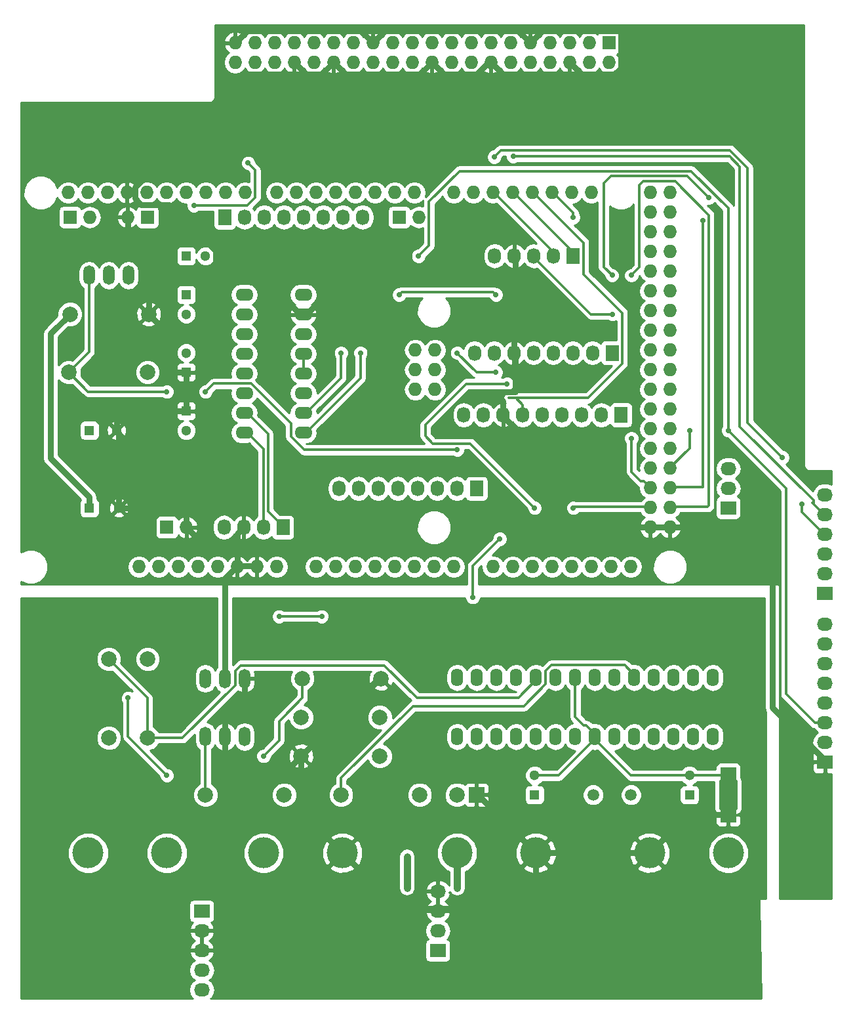
<source format=gbl>
G04 #@! TF.FileFunction,Copper,L2,Bot,Signal*
%FSLAX46Y46*%
G04 Gerber Fmt 4.6, Leading zero omitted, Abs format (unit mm)*
G04 Created by KiCad (PCBNEW 4.0.2+dfsg1-stable) date fr. 25. okt. 2019 kl. 08.56 +0200*
%MOMM*%
G01*
G04 APERTURE LIST*
%ADD10C,0.100000*%
%ADD11C,0.304800*%
%ADD12O,1.727200X1.727200*%
%ADD13R,1.300000X1.300000*%
%ADD14C,1.300000*%
%ADD15R,2.000000X2.000000*%
%ADD16C,2.000000*%
%ADD17O,1.600000X2.300000*%
%ADD18C,4.000500*%
%ADD19R,1.727200X2.032000*%
%ADD20O,1.727200X2.032000*%
%ADD21R,1.727200X1.727200*%
%ADD22R,2.032000X1.727200*%
%ADD23O,2.032000X1.727200*%
%ADD24C,1.998980*%
%ADD25O,1.501140X2.499360*%
%ADD26O,2.300000X1.600000*%
%ADD27C,1.501140*%
%ADD28R,1.998980X1.998980*%
%ADD29C,0.700000*%
%ADD30C,0.300000*%
%ADD31C,0.750000*%
%ADD32C,0.900000*%
%ADD33C,0.254000*%
G04 APERTURE END LIST*
D10*
D11*
X253516000Y-130222000D02*
X253516000Y-133778000D01*
X253516000Y-133778000D02*
X253262000Y-133778000D01*
X253262000Y-133778000D02*
X253262000Y-130222000D01*
X253262000Y-130222000D02*
X253008000Y-130222000D01*
X253008000Y-130222000D02*
X253008000Y-133778000D01*
X253008000Y-133778000D02*
X252754000Y-133778000D01*
X252754000Y-133778000D02*
X252754000Y-130222000D01*
X252754000Y-130222000D02*
X252500000Y-130222000D01*
X252500000Y-130222000D02*
X252500000Y-133778000D01*
X252500000Y-133778000D02*
X252246000Y-133778000D01*
X252246000Y-133778000D02*
X252246000Y-130222000D01*
X252246000Y-130222000D02*
X251992000Y-130222000D01*
X251992000Y-130222000D02*
X251992000Y-133778000D01*
X251992000Y-133778000D02*
X251738000Y-133778000D01*
X251738000Y-133778000D02*
X251738000Y-130222000D01*
X251738000Y-130222000D02*
X251484000Y-130222000D01*
X251484000Y-130222000D02*
X251484000Y-133778000D01*
D12*
X212087000Y-79720000D03*
X214627000Y-79720000D03*
X214627000Y-77180000D03*
X212087000Y-77180000D03*
X214627000Y-74640000D03*
X199260000Y-102580000D03*
X194180000Y-102580000D03*
X191640000Y-102580000D03*
X189100000Y-102580000D03*
X186560000Y-102580000D03*
X184020000Y-102580000D03*
X181480000Y-102580000D03*
X178940000Y-102580000D03*
X234820000Y-54320000D03*
X232280000Y-54320000D03*
X229740000Y-54320000D03*
X227200000Y-54320000D03*
X224660000Y-54320000D03*
X222120000Y-54320000D03*
X219580000Y-54320000D03*
X217040000Y-54320000D03*
X211960000Y-54320000D03*
X209420000Y-54320000D03*
X206880000Y-54320000D03*
X204340000Y-54320000D03*
X201800000Y-54320000D03*
X199260000Y-54320000D03*
X196720000Y-54320000D03*
X194180000Y-54320000D03*
X174876000Y-54320000D03*
X190116000Y-54320000D03*
X187576000Y-54320000D03*
X185036000Y-54320000D03*
X167256000Y-54320000D03*
X169796000Y-54320000D03*
X172336000Y-54320000D03*
X177416000Y-54320000D03*
X179956000Y-54320000D03*
X182496000Y-54320000D03*
X176400000Y-102580000D03*
X201800000Y-102580000D03*
X204340000Y-102580000D03*
X206880000Y-102580000D03*
X209420000Y-102580000D03*
X211960000Y-102580000D03*
X214500000Y-102580000D03*
X217040000Y-102580000D03*
X222120000Y-102580000D03*
X224660000Y-102580000D03*
X227200000Y-102580000D03*
X229740000Y-102580000D03*
X232280000Y-102580000D03*
X234820000Y-102580000D03*
X237360000Y-102580000D03*
X239900000Y-102580000D03*
X242440000Y-54320000D03*
X244980000Y-54320000D03*
X242440000Y-56860000D03*
X244980000Y-56860000D03*
X242440000Y-59400000D03*
X244980000Y-59400000D03*
X242440000Y-61940000D03*
X244980000Y-61940000D03*
X242440000Y-64480000D03*
X244980000Y-64480000D03*
X242440000Y-67020000D03*
X244980000Y-67020000D03*
X242440000Y-69560000D03*
X244980000Y-69560000D03*
X242440000Y-72100000D03*
X244980000Y-72100000D03*
X242440000Y-74640000D03*
X244980000Y-74640000D03*
X242440000Y-77180000D03*
X244980000Y-77180000D03*
X242440000Y-79720000D03*
X244980000Y-79720000D03*
X242440000Y-82260000D03*
X244980000Y-82260000D03*
X242440000Y-84800000D03*
X244980000Y-84800000D03*
X242440000Y-87340000D03*
X244980000Y-87340000D03*
X242440000Y-89880000D03*
X244980000Y-89880000D03*
X242440000Y-92420000D03*
X244980000Y-92420000D03*
X242440000Y-94960000D03*
X244980000Y-94960000D03*
X242440000Y-97500000D03*
X244980000Y-97500000D03*
X212087000Y-74640000D03*
D13*
X247500000Y-132000000D03*
D14*
X247500000Y-129500000D03*
D13*
X227500000Y-132000000D03*
D14*
X227500000Y-129500000D03*
X173500000Y-85000000D03*
D13*
X170000000Y-85000000D03*
X182500000Y-67500000D03*
D14*
X182500000Y-70000000D03*
D13*
X182500000Y-62500000D03*
D14*
X185000000Y-62500000D03*
D13*
X182500000Y-77500000D03*
D14*
X182500000Y-75000000D03*
D13*
X182500000Y-82500000D03*
D14*
X182500000Y-85000000D03*
D13*
X170000000Y-95000000D03*
D14*
X173800000Y-95000000D03*
D15*
X220000000Y-132000000D03*
D16*
X217460000Y-132000000D03*
D17*
X217500000Y-124500000D03*
X220040000Y-124500000D03*
X222580000Y-124500000D03*
X225120000Y-124500000D03*
X227660000Y-124500000D03*
X230200000Y-124500000D03*
X232740000Y-124500000D03*
X235280000Y-124500000D03*
X237820000Y-124500000D03*
X240360000Y-124500000D03*
X242900000Y-124500000D03*
X245440000Y-124500000D03*
X247980000Y-124500000D03*
X250520000Y-124500000D03*
X250520000Y-116880000D03*
X247980000Y-116880000D03*
X245440000Y-116880000D03*
X242900000Y-116880000D03*
X240360000Y-116880000D03*
X237820000Y-116880000D03*
X235280000Y-116880000D03*
X232740000Y-116880000D03*
X230200000Y-116880000D03*
X227660000Y-116880000D03*
X225120000Y-116880000D03*
X222580000Y-116880000D03*
X220040000Y-116880000D03*
X217500000Y-116880000D03*
D18*
X180000000Y-139500000D03*
X169840000Y-139500000D03*
X217500000Y-139500000D03*
X227660000Y-139500000D03*
X192500000Y-139500000D03*
X202660000Y-139500000D03*
X252500000Y-139500000D03*
X242340000Y-139500000D03*
D19*
X238660000Y-83000000D03*
D20*
X236120000Y-83000000D03*
X233580000Y-83000000D03*
X231040000Y-83000000D03*
X228500000Y-83000000D03*
X225960000Y-83000000D03*
X223420000Y-83000000D03*
X220880000Y-83000000D03*
X218340000Y-83000000D03*
D19*
X237500000Y-75000000D03*
D20*
X234960000Y-75000000D03*
X232420000Y-75000000D03*
X229880000Y-75000000D03*
X227340000Y-75000000D03*
X224800000Y-75000000D03*
X222260000Y-75000000D03*
X219720000Y-75000000D03*
D19*
X232500000Y-62500000D03*
D20*
X229960000Y-62500000D03*
X227420000Y-62500000D03*
X224880000Y-62500000D03*
X222340000Y-62500000D03*
D19*
X195000000Y-97500000D03*
D20*
X192460000Y-97500000D03*
X189920000Y-97500000D03*
X187380000Y-97500000D03*
D21*
X177500000Y-57500000D03*
D12*
X174960000Y-57500000D03*
D19*
X220000000Y-92500000D03*
D20*
X217460000Y-92500000D03*
X214920000Y-92500000D03*
X212380000Y-92500000D03*
X209840000Y-92500000D03*
X207300000Y-92500000D03*
X204760000Y-92500000D03*
X202220000Y-92500000D03*
D19*
X187500000Y-57500000D03*
D20*
X190040000Y-57500000D03*
X192580000Y-57500000D03*
X195120000Y-57500000D03*
X197660000Y-57500000D03*
X200200000Y-57500000D03*
X202740000Y-57500000D03*
X205280000Y-57500000D03*
D22*
X252500000Y-95000000D03*
D23*
X252500000Y-92460000D03*
X252500000Y-89920000D03*
D21*
X167500000Y-57500000D03*
D12*
X170040000Y-57500000D03*
D21*
X210000000Y-57500000D03*
D12*
X212540000Y-57500000D03*
D21*
X180000000Y-97500000D03*
D12*
X182540000Y-97500000D03*
D24*
X177500000Y-114500000D03*
X177500000Y-124660000D03*
X172500000Y-114500000D03*
X172500000Y-124660000D03*
X207500000Y-122000000D03*
X197340000Y-122000000D03*
X202500000Y-132000000D03*
X212660000Y-132000000D03*
X185000000Y-132000000D03*
X195160000Y-132000000D03*
X197500000Y-117000000D03*
X207660000Y-117000000D03*
X207500000Y-127000000D03*
X197340000Y-127000000D03*
X177500000Y-77500000D03*
X167340000Y-77500000D03*
X167500000Y-70000000D03*
X177660000Y-70000000D03*
D25*
X187500000Y-124500000D03*
X184960000Y-124500000D03*
X190040000Y-124500000D03*
X187500000Y-117000000D03*
X184960000Y-117000000D03*
X190040000Y-117000000D03*
D26*
X190000000Y-67500000D03*
X190000000Y-70040000D03*
X190000000Y-72580000D03*
X190000000Y-75120000D03*
X190000000Y-77660000D03*
X190000000Y-80200000D03*
X190000000Y-82740000D03*
X190000000Y-85280000D03*
X197620000Y-85280000D03*
X197620000Y-82740000D03*
X197620000Y-80200000D03*
X197620000Y-77660000D03*
X197620000Y-75120000D03*
X197620000Y-72580000D03*
X197620000Y-70040000D03*
X197620000Y-67500000D03*
D25*
X172500000Y-65000000D03*
X169960000Y-65000000D03*
X175040000Y-65000000D03*
D27*
X235059060Y-132000000D03*
X239940940Y-132000000D03*
D28*
X252500000Y-134540000D03*
X252500000Y-129460000D03*
D22*
X265000000Y-106000000D03*
D23*
X265000000Y-103460000D03*
X265000000Y-100920000D03*
X265000000Y-98380000D03*
X265000000Y-95840000D03*
X265000000Y-93300000D03*
D22*
X265000000Y-127780000D03*
D23*
X265000000Y-125240000D03*
X265000000Y-122700000D03*
X265000000Y-120160000D03*
X265000000Y-117620000D03*
X265000000Y-115080000D03*
X265000000Y-112540000D03*
X265000000Y-110000000D03*
D21*
X237080000Y-35000000D03*
D12*
X237080000Y-37540000D03*
X234540000Y-35000000D03*
X234540000Y-37540000D03*
X232000000Y-35000000D03*
X232000000Y-37540000D03*
X229460000Y-35000000D03*
X229460000Y-37540000D03*
X226920000Y-35000000D03*
X226920000Y-37540000D03*
X224380000Y-35000000D03*
X224380000Y-37540000D03*
X221840000Y-35000000D03*
X221840000Y-37540000D03*
X219300000Y-35000000D03*
X219300000Y-37540000D03*
X216760000Y-35000000D03*
X216760000Y-37540000D03*
X214220000Y-35000000D03*
X214220000Y-37540000D03*
X211680000Y-35000000D03*
X211680000Y-37540000D03*
X209140000Y-35000000D03*
X209140000Y-37540000D03*
X206600000Y-35000000D03*
X206600000Y-37540000D03*
X204060000Y-35000000D03*
X204060000Y-37540000D03*
X201520000Y-35000000D03*
X201520000Y-37540000D03*
X198980000Y-35000000D03*
X198980000Y-37540000D03*
X196440000Y-35000000D03*
X196440000Y-37540000D03*
X193900000Y-35000000D03*
X193900000Y-37540000D03*
X191360000Y-35000000D03*
X191360000Y-37540000D03*
X188820000Y-35000000D03*
X188820000Y-37540000D03*
D22*
X184520000Y-147000000D03*
D23*
X184520000Y-149540000D03*
X184520000Y-152080000D03*
X184520000Y-154620000D03*
X184520000Y-157160000D03*
D22*
X215000000Y-152080000D03*
D23*
X215000000Y-149540000D03*
X215000000Y-147000000D03*
X215000000Y-144460000D03*
D29*
X175000000Y-119500000D03*
X180000000Y-129500000D03*
X192500000Y-127000000D03*
X211000000Y-140000000D03*
X211000000Y-144000000D03*
X217500000Y-144000000D03*
X190500000Y-50500000D03*
X183500000Y-56000000D03*
X223000000Y-99000000D03*
X219500000Y-106500000D03*
X200000000Y-109000000D03*
X194500000Y-109000000D03*
X232500000Y-57500000D03*
X217500000Y-75000000D03*
X222500000Y-77500000D03*
X240000000Y-65000000D03*
X237500000Y-65000000D03*
X250000000Y-55000000D03*
X249199990Y-57934877D03*
X249199990Y-57934877D03*
X240000000Y-86000000D03*
X227500000Y-95000000D03*
X232500000Y-95000000D03*
X223933240Y-78974990D03*
X224718855Y-49655552D03*
X259500000Y-88500000D03*
X262000000Y-94500000D03*
X222277472Y-49728307D03*
X237500000Y-70000000D03*
X222500000Y-67500000D03*
X210000000Y-67500000D03*
X212500000Y-62500000D03*
X252500000Y-85000000D03*
X247500000Y-85000000D03*
X217500000Y-87500000D03*
X185000000Y-80000000D03*
X180000000Y-80000000D03*
X205000000Y-75000000D03*
X202500000Y-75000000D03*
D30*
X235280000Y-124500000D02*
X235280000Y-124850000D01*
X235280000Y-124850000D02*
X239930000Y-129500000D01*
X239930000Y-129500000D02*
X246580762Y-129500000D01*
X246580762Y-129500000D02*
X247500000Y-129500000D01*
X227500000Y-129500000D02*
X230630000Y-129500000D01*
X230630000Y-129500000D02*
X235280000Y-124850000D01*
X232740000Y-116880000D02*
X232740000Y-121960000D01*
X232740000Y-121960000D02*
X233830000Y-123050000D01*
X233830000Y-123050000D02*
X234180000Y-123050000D01*
X234180000Y-123050000D02*
X235280000Y-124150000D01*
X235280000Y-124150000D02*
X235280000Y-124500000D01*
X247500000Y-129500000D02*
X252460000Y-129500000D01*
X252460000Y-129500000D02*
X252500000Y-129460000D01*
D31*
X202660000Y-139500000D02*
X205335251Y-142175251D01*
X205335251Y-142175251D02*
X205373712Y-142175251D01*
X205373712Y-142175251D02*
X209867971Y-146669510D01*
X209867971Y-146669510D02*
X223422302Y-146669510D01*
X223422302Y-146669510D02*
X227660000Y-142431812D01*
X227660000Y-142431812D02*
X227660000Y-139500000D01*
X187500000Y-124500000D02*
X187500000Y-129500000D01*
X187500000Y-129500000D02*
X194840000Y-129500000D01*
X194840000Y-129500000D02*
X197340000Y-127000000D01*
X197340000Y-127000000D02*
X207340000Y-117000000D01*
X207340000Y-117000000D02*
X207660000Y-117000000D01*
X187500000Y-122000000D02*
X190040000Y-119460000D01*
X190040000Y-119460000D02*
X190040000Y-117000000D01*
X187500000Y-124500000D02*
X187500000Y-122000000D01*
X197340000Y-127000000D02*
X197340000Y-134180000D01*
X197340000Y-134180000D02*
X202660000Y-139500000D01*
X227660000Y-139500000D02*
X220160000Y-132000000D01*
X220160000Y-132000000D02*
X220000000Y-132000000D01*
X242340000Y-139500000D02*
X227660000Y-139500000D01*
X252500000Y-134540000D02*
X247300000Y-134540000D01*
X247300000Y-134540000D02*
X242340000Y-139500000D01*
D30*
X185000000Y-132000000D02*
X185000000Y-124540000D01*
X185000000Y-124540000D02*
X184960000Y-124500000D01*
X180000000Y-129500000D02*
X175000000Y-124500000D01*
X175000000Y-124500000D02*
X175000000Y-119500000D01*
X195000000Y-122000000D02*
X194498270Y-122501730D01*
X194498270Y-122501730D02*
X194498270Y-125001730D01*
X194498270Y-125001730D02*
X192500000Y-127000000D01*
X197500000Y-117000000D02*
X197500000Y-119500000D01*
X197500000Y-119500000D02*
X195000000Y-122000000D01*
D32*
X211000000Y-144000000D02*
X211000000Y-140000000D01*
X217500000Y-139500000D02*
X217500000Y-144000000D01*
D30*
X183500000Y-56000000D02*
X190380130Y-56000000D01*
X190380130Y-56000000D02*
X191429601Y-54950529D01*
X191429601Y-54950529D02*
X191429601Y-51429601D01*
X191429601Y-51429601D02*
X190500000Y-50500000D01*
X219500000Y-106500000D02*
X219500000Y-102500000D01*
X219500000Y-102500000D02*
X223000000Y-99000000D01*
X199000000Y-109000000D02*
X200000000Y-109000000D01*
X194500000Y-109000000D02*
X199000000Y-109000000D01*
X197620000Y-75120000D02*
X197620000Y-77660000D01*
X240360000Y-116880000D02*
X240360000Y-116530000D01*
X240360000Y-116530000D02*
X239109990Y-115279990D01*
X229642249Y-115279990D02*
X228910010Y-116012229D01*
X228910010Y-116012229D02*
X228910010Y-117747771D01*
X239109990Y-115279990D02*
X229642249Y-115279990D01*
X226107272Y-120550509D02*
X211804243Y-120550509D01*
X228910010Y-117747771D02*
X226107272Y-120550509D01*
X211804243Y-120550509D02*
X202500000Y-129854752D01*
X202500000Y-129854752D02*
X202500000Y-130586508D01*
X202500000Y-130586508D02*
X202500000Y-132000000D01*
X177500000Y-124660000D02*
X177500000Y-119500000D01*
X177500000Y-119500000D02*
X172500000Y-114500000D01*
X227660000Y-116880000D02*
X227660000Y-117230000D01*
X178913492Y-124660000D02*
X177500000Y-124660000D01*
X227660000Y-117230000D02*
X225390000Y-119500000D01*
X225390000Y-119500000D02*
X212305248Y-119500000D01*
X212305248Y-119500000D02*
X208105558Y-115300310D01*
X208105558Y-115300310D02*
X189542704Y-115300310D01*
X189542704Y-115300310D02*
X188839420Y-116003594D01*
X188839420Y-116003594D02*
X188839420Y-117857566D01*
X188839420Y-117857566D02*
X182036986Y-124660000D01*
X182036986Y-124660000D02*
X178913492Y-124660000D01*
X232500000Y-57500000D02*
X232500000Y-56922500D01*
X232500000Y-56922500D02*
X229781100Y-54203600D01*
X222500000Y-77500000D02*
X220000000Y-77500000D01*
X220000000Y-77500000D02*
X217500000Y-75000000D01*
X234364592Y-80825010D02*
X224500000Y-80825010D01*
X224500000Y-80825010D02*
X224174990Y-80825010D01*
X225960000Y-81684000D02*
X225101010Y-80825010D01*
X225960000Y-83000000D02*
X225960000Y-81684000D01*
X225101010Y-80825010D02*
X224500000Y-80825010D01*
X227241100Y-54203600D02*
X233813601Y-60776101D01*
X233813601Y-60776101D02*
X233813601Y-64853139D01*
X233813601Y-64853139D02*
X238813601Y-69853139D01*
X238813601Y-69853139D02*
X238813601Y-76376001D01*
X238813601Y-76376001D02*
X234364592Y-80825010D01*
X245021100Y-94843600D02*
X249843600Y-94843600D01*
X250000000Y-57238370D02*
X245651629Y-52889999D01*
X245651629Y-52889999D02*
X241479392Y-52889999D01*
X241479392Y-52889999D02*
X241040096Y-53329295D01*
X249843600Y-94843600D02*
X250000000Y-94687200D01*
X250000000Y-94687200D02*
X250000000Y-57238370D01*
X241040096Y-53329295D02*
X241040096Y-63959904D01*
X241040096Y-63959904D02*
X240000000Y-65000000D01*
X250000000Y-55000000D02*
X247153599Y-52153599D01*
X247153599Y-52153599D02*
X237405218Y-52153599D01*
X237405218Y-52153599D02*
X236413533Y-53145284D01*
X236413533Y-53145284D02*
X236413533Y-63913533D01*
X236413533Y-63913533D02*
X237500000Y-65000000D01*
X249203590Y-92303600D02*
X249203590Y-57938477D01*
X249203590Y-57938477D02*
X249199990Y-57934877D01*
X245021100Y-92303600D02*
X249203590Y-92303600D01*
X242440000Y-92420000D02*
X241576401Y-91556401D01*
X241576401Y-91556401D02*
X241209401Y-91556401D01*
X241209401Y-91556401D02*
X240000000Y-90347000D01*
X240000000Y-86000000D02*
X240000000Y-90347000D01*
X227500000Y-95000000D02*
X219199999Y-86699999D01*
X219199999Y-86699999D02*
X214369874Y-86699999D01*
X214369874Y-86699999D02*
X213366390Y-85696515D01*
X213366390Y-85696515D02*
X213366390Y-84303485D01*
X213366390Y-84303485D02*
X218694885Y-78974990D01*
X218694885Y-78974990D02*
X223933240Y-78974990D01*
X233000000Y-94843600D02*
X232656400Y-94843600D01*
X242481100Y-94843600D02*
X233000000Y-94843600D01*
X232656400Y-94843600D02*
X232500000Y-95000000D01*
X263507600Y-94500000D02*
X263507600Y-94007600D01*
X254000000Y-51000000D02*
X252655552Y-49655552D01*
X263507600Y-94007600D02*
X254000000Y-84500000D01*
X254000000Y-84500000D02*
X254000000Y-51000000D01*
X252655552Y-49655552D02*
X224718855Y-49655552D01*
X263507600Y-94500000D02*
X263381970Y-94374370D01*
X264847600Y-95840000D02*
X263507600Y-94500000D01*
X265000000Y-95840000D02*
X264847600Y-95840000D01*
X224701100Y-54203600D02*
X232500000Y-62002500D01*
X232500000Y-62002500D02*
X232500000Y-62500000D01*
X255000000Y-84000000D02*
X255000000Y-51151458D01*
X255000000Y-51151458D02*
X252704093Y-48855551D01*
X252704093Y-48855551D02*
X223150228Y-48855551D01*
X223150228Y-48855551D02*
X222627471Y-49378308D01*
X222627471Y-49378308D02*
X222277472Y-49728307D01*
X259500000Y-88500000D02*
X255000000Y-84000000D01*
X265000000Y-98380000D02*
X264847600Y-98380000D01*
X264847600Y-98380000D02*
X262000000Y-95532400D01*
X262000000Y-95532400D02*
X262000000Y-94500000D01*
X222161100Y-54203600D02*
X229960000Y-62002500D01*
X229960000Y-62002500D02*
X229960000Y-62500000D01*
X265000000Y-122700000D02*
X263684000Y-122700000D01*
X263684000Y-122700000D02*
X259960753Y-118976753D01*
X259960753Y-118976753D02*
X259960753Y-92460753D01*
X259960753Y-92460753D02*
X252849999Y-85349999D01*
X252849999Y-85349999D02*
X252500000Y-85000000D01*
X234767600Y-70000000D02*
X237500000Y-70000000D01*
X227420000Y-62652400D02*
X234767600Y-70000000D01*
X210000000Y-67500000D02*
X210349999Y-67150001D01*
X210349999Y-67150001D02*
X222150001Y-67150001D01*
X222150001Y-67150001D02*
X222500000Y-67500000D01*
X252500000Y-85000000D02*
X252500000Y-56315998D01*
X252500000Y-56315998D02*
X247737591Y-51553589D01*
X247737591Y-51553589D02*
X217786981Y-51553589D01*
X217786981Y-51553589D02*
X213853601Y-55486969D01*
X213853601Y-55486969D02*
X213853601Y-61146399D01*
X213853601Y-61146399D02*
X212500000Y-62500000D01*
X245021100Y-89763600D02*
X247500000Y-87284700D01*
X247500000Y-87284700D02*
X247500000Y-85000000D01*
X227420000Y-62500000D02*
X227420000Y-62652400D01*
X193060010Y-95407610D02*
X193060010Y-85450010D01*
X193060010Y-85450010D02*
X190350000Y-82740000D01*
X190350000Y-82740000D02*
X190000000Y-82740000D01*
X195000000Y-97500000D02*
X195000000Y-97347600D01*
X195000000Y-97347600D02*
X193060010Y-95407610D01*
X192460000Y-97500000D02*
X192460000Y-87390000D01*
X192460000Y-87390000D02*
X190350000Y-85280000D01*
X190350000Y-85280000D02*
X190000000Y-85280000D01*
X185000000Y-80000000D02*
X186050010Y-78949990D01*
X186050010Y-78949990D02*
X190867771Y-78949990D01*
X196019990Y-85797771D02*
X197722219Y-87500000D01*
X197722219Y-87500000D02*
X217500000Y-87500000D01*
X190867771Y-78949990D02*
X196019990Y-84102209D01*
X196019990Y-84102209D02*
X196019990Y-85797771D01*
X167340000Y-77500000D02*
X169840000Y-80000000D01*
X169840000Y-80000000D02*
X180000000Y-80000000D01*
X167340000Y-77500000D02*
X169960000Y-74880000D01*
X169960000Y-74880000D02*
X169960000Y-65000000D01*
X197620000Y-85280000D02*
X197970000Y-85280000D01*
X197970000Y-85280000D02*
X205000000Y-78250000D01*
X205000000Y-78250000D02*
X205000000Y-75000000D01*
X202500000Y-75000000D02*
X202500000Y-78210000D01*
X202500000Y-78210000D02*
X197970000Y-82740000D01*
X197970000Y-82740000D02*
X197620000Y-82740000D01*
D31*
X265000000Y-127780000D02*
X265000000Y-127568323D01*
X265000000Y-127568323D02*
X258178580Y-120746903D01*
X258178580Y-120746903D02*
X258178580Y-97500000D01*
X258178580Y-97500000D02*
X244980000Y-97500000D01*
X192230000Y-65000000D02*
X186000000Y-65000000D01*
X197978601Y-39078601D02*
X190380269Y-39078601D01*
X180319603Y-55858601D02*
X186325001Y-61863999D01*
X186000000Y-65000000D02*
X177660000Y-65000000D01*
X190380269Y-39078601D02*
X175877399Y-53581471D01*
X175877399Y-53581471D02*
X175877399Y-55058529D01*
X175877399Y-55058529D02*
X176677471Y-55858601D01*
X176677471Y-55858601D02*
X180319603Y-55858601D01*
X186325001Y-61863999D02*
X186325001Y-64674999D01*
X186325001Y-64674999D02*
X186000000Y-65000000D01*
X201520000Y-37540000D02*
X199981399Y-39078601D01*
X199981399Y-39078601D02*
X197978601Y-39078601D01*
X197978601Y-39078601D02*
X197303599Y-38403599D01*
X197303599Y-38403599D02*
X196440000Y-37540000D01*
X214220000Y-37540000D02*
X212681399Y-39078601D01*
X212681399Y-39078601D02*
X203058601Y-39078601D01*
X203058601Y-39078601D02*
X202383599Y-38403599D01*
X202383599Y-38403599D02*
X201520000Y-37540000D01*
X221840000Y-37540000D02*
X221577130Y-37540000D01*
X221577130Y-37540000D02*
X220038529Y-39078601D01*
X220038529Y-39078601D02*
X215758601Y-39078601D01*
X215758601Y-39078601D02*
X215083599Y-38403599D01*
X215083599Y-38403599D02*
X214220000Y-37540000D01*
X188820000Y-35000000D02*
X190358601Y-33461399D01*
X190358601Y-33461399D02*
X238483601Y-33461399D01*
X238483601Y-33461399D02*
X238618601Y-33596399D01*
X237818529Y-39078601D02*
X223378601Y-39078601D01*
X238618601Y-33596399D02*
X238618601Y-38278529D01*
X238618601Y-38278529D02*
X237818529Y-39078601D01*
X223378601Y-39078601D02*
X222703599Y-38403599D01*
X222703599Y-38403599D02*
X221840000Y-37540000D01*
X206600000Y-35000000D02*
X205061399Y-33461399D01*
X205061399Y-33461399D02*
X190358601Y-33461399D01*
X226920000Y-35000000D02*
X225381399Y-33461399D01*
X225381399Y-33461399D02*
X208138601Y-33461399D01*
X208138601Y-33461399D02*
X207463599Y-34136401D01*
X207463599Y-34136401D02*
X206600000Y-35000000D01*
X232000000Y-37540000D02*
X233538601Y-39078601D01*
X233538601Y-39078601D02*
X237818529Y-39078601D01*
X238483601Y-33461399D02*
X228458601Y-33461399D01*
X228458601Y-33461399D02*
X227783599Y-34136401D01*
X227783599Y-34136401D02*
X226920000Y-35000000D01*
X230000000Y-97500000D02*
X230000000Y-89732400D01*
X230000000Y-89732400D02*
X223420000Y-83152400D01*
X223420000Y-83152400D02*
X223420000Y-83000000D01*
X242440000Y-97500000D02*
X230000000Y-97500000D01*
X244980000Y-97500000D02*
X242440000Y-97500000D01*
X187500000Y-110000000D02*
X187500000Y-117000000D01*
X223420000Y-83000000D02*
X223420000Y-81234000D01*
X223420000Y-81234000D02*
X222500000Y-80314000D01*
X222500000Y-80314000D02*
X222500000Y-80000000D01*
X197620000Y-70040000D02*
X197970000Y-70040000D01*
X197970000Y-70040000D02*
X203010000Y-65000000D01*
X203010000Y-65000000D02*
X225000000Y-65000000D01*
X225000000Y-65000000D02*
X225000000Y-72500000D01*
X187500000Y-110000000D02*
X187500000Y-104104700D01*
X187500000Y-104104700D02*
X189141100Y-102463600D01*
X225000000Y-80000000D02*
X222500000Y-80000000D01*
X225000000Y-75352400D02*
X225000000Y-80000000D01*
X224800000Y-75000000D02*
X224800000Y-75152400D01*
X224800000Y-75152400D02*
X225000000Y-75352400D01*
X225000000Y-62500000D02*
X224880000Y-62500000D01*
X225000000Y-72500000D02*
X225000000Y-62500000D01*
X225000000Y-72500000D02*
X224800000Y-72700000D01*
X224800000Y-72700000D02*
X224800000Y-75000000D01*
X177660000Y-70000000D02*
X177660000Y-65000000D01*
X177660000Y-65000000D02*
X177660000Y-62660000D01*
X197620000Y-70040000D02*
X197270000Y-70040000D01*
X197270000Y-70040000D02*
X192230000Y-65000000D01*
X177660000Y-62660000D02*
X177500000Y-62500000D01*
X177660000Y-62660000D02*
X174960000Y-59960000D01*
X174960000Y-59960000D02*
X174960000Y-57500000D01*
X180000000Y-77500000D02*
X180000000Y-72340000D01*
X180000000Y-72340000D02*
X177660000Y-70000000D01*
X182500000Y-77500000D02*
X180000000Y-77500000D01*
X182500000Y-82500000D02*
X182500000Y-77500000D01*
X175000000Y-82500000D02*
X182500000Y-82500000D01*
X173500000Y-84000000D02*
X175000000Y-82500000D01*
X173500000Y-85000000D02*
X173500000Y-84000000D01*
X173800000Y-95000000D02*
X173800000Y-85300000D01*
X173800000Y-85300000D02*
X173500000Y-85000000D01*
X182540000Y-95040000D02*
X182500000Y-95000000D01*
X182500000Y-95000000D02*
X173800000Y-95000000D01*
X182540000Y-97500000D02*
X182540000Y-95040000D01*
X189141100Y-102463600D02*
X189141100Y-100000000D01*
X189141100Y-100000000D02*
X189141100Y-98278900D01*
X185000000Y-99960000D02*
X189101100Y-99960000D01*
X189101100Y-99960000D02*
X189141100Y-100000000D01*
X182540000Y-97500000D02*
X185000000Y-99960000D01*
X189141100Y-98278900D02*
X189920000Y-97500000D01*
X189141100Y-102463600D02*
X191681100Y-102463600D01*
X167500000Y-70000000D02*
X165000000Y-72500000D01*
X165000000Y-72500000D02*
X165000000Y-88600000D01*
X165000000Y-88600000D02*
X170000000Y-93600000D01*
X170000000Y-93600000D02*
X170000000Y-95000000D01*
D33*
G36*
X186490000Y-115529499D02*
X186230000Y-115918616D01*
X185939746Y-115484221D01*
X185490235Y-115183867D01*
X184960000Y-115078397D01*
X184429765Y-115183867D01*
X183980254Y-115484221D01*
X183679900Y-115933732D01*
X183574430Y-116463967D01*
X183574430Y-117536033D01*
X183679900Y-118066268D01*
X183980254Y-118515779D01*
X184429765Y-118816133D01*
X184960000Y-118921603D01*
X185490235Y-118816133D01*
X185939746Y-118515779D01*
X186230000Y-118081384D01*
X186520254Y-118515779D01*
X186850431Y-118736397D01*
X181711828Y-123875000D01*
X178944166Y-123875000D01*
X178886462Y-123735345D01*
X178427073Y-123275154D01*
X178285000Y-123216160D01*
X178285000Y-119500000D01*
X178225245Y-119199594D01*
X178055079Y-118944921D01*
X174076258Y-114966100D01*
X174134206Y-114826547D01*
X174134208Y-114823694D01*
X175865226Y-114823694D01*
X176113538Y-115424655D01*
X176572927Y-115884846D01*
X177173453Y-116134206D01*
X177823694Y-116134774D01*
X178424655Y-115886462D01*
X178884846Y-115427073D01*
X179134206Y-114826547D01*
X179134774Y-114176306D01*
X178886462Y-113575345D01*
X178427073Y-113115154D01*
X177826547Y-112865794D01*
X177176306Y-112865226D01*
X176575345Y-113113538D01*
X176115154Y-113572927D01*
X175865794Y-114173453D01*
X175865226Y-114823694D01*
X174134208Y-114823694D01*
X174134774Y-114176306D01*
X173886462Y-113575345D01*
X173427073Y-113115154D01*
X172826547Y-112865794D01*
X172176306Y-112865226D01*
X171575345Y-113113538D01*
X171115154Y-113572927D01*
X170865794Y-114173453D01*
X170865226Y-114823694D01*
X171113538Y-115424655D01*
X171572927Y-115884846D01*
X172173453Y-116134206D01*
X172823694Y-116134774D01*
X172965870Y-116076028D01*
X175552873Y-118663031D01*
X175196788Y-118515172D01*
X174804931Y-118514830D01*
X174442771Y-118664471D01*
X174165445Y-118941314D01*
X174015172Y-119303212D01*
X174014830Y-119695069D01*
X174164471Y-120057229D01*
X174215000Y-120107846D01*
X174215000Y-124500000D01*
X174274755Y-124800407D01*
X174444921Y-125055079D01*
X179014891Y-129625049D01*
X179014830Y-129695069D01*
X179164471Y-130057229D01*
X179441314Y-130334555D01*
X179803212Y-130484828D01*
X180195069Y-130485170D01*
X180557229Y-130335529D01*
X180834555Y-130058686D01*
X180984828Y-129696788D01*
X180985170Y-129304931D01*
X180835529Y-128942771D01*
X180558686Y-128665445D01*
X180196788Y-128515172D01*
X180125268Y-128515110D01*
X177881179Y-126271021D01*
X178424655Y-126046462D01*
X178884846Y-125587073D01*
X178943840Y-125445000D01*
X182036986Y-125445000D01*
X182337393Y-125385245D01*
X182592065Y-125215079D01*
X183574430Y-124232714D01*
X183574430Y-125036033D01*
X183679900Y-125566268D01*
X183980254Y-126015779D01*
X184215000Y-126172631D01*
X184215000Y-130555834D01*
X184075345Y-130613538D01*
X183615154Y-131072927D01*
X183365794Y-131673453D01*
X183365226Y-132323694D01*
X183613538Y-132924655D01*
X184072927Y-133384846D01*
X184673453Y-133634206D01*
X185323694Y-133634774D01*
X185924655Y-133386462D01*
X186384846Y-132927073D01*
X186634206Y-132326547D01*
X186634208Y-132323694D01*
X193525226Y-132323694D01*
X193773538Y-132924655D01*
X194232927Y-133384846D01*
X194833453Y-133634206D01*
X195483694Y-133634774D01*
X196084655Y-133386462D01*
X196544846Y-132927073D01*
X196794206Y-132326547D01*
X196794774Y-131676306D01*
X196546462Y-131075345D01*
X196087073Y-130615154D01*
X195486547Y-130365794D01*
X194836306Y-130365226D01*
X194235345Y-130613538D01*
X193775154Y-131072927D01*
X193525794Y-131673453D01*
X193525226Y-132323694D01*
X186634208Y-132323694D01*
X186634774Y-131676306D01*
X186386462Y-131075345D01*
X185927073Y-130615154D01*
X185785000Y-130556160D01*
X185785000Y-128152163D01*
X196367443Y-128152163D01*
X196466042Y-128418965D01*
X197075582Y-128645401D01*
X197725377Y-128621341D01*
X198213958Y-128418965D01*
X198312557Y-128152163D01*
X197340000Y-127179605D01*
X196367443Y-128152163D01*
X185785000Y-128152163D01*
X185785000Y-126119177D01*
X185939746Y-126015779D01*
X186240100Y-125566268D01*
X186241950Y-125556968D01*
X186268501Y-125646677D01*
X186610056Y-126068658D01*
X187087097Y-126327810D01*
X187158725Y-126341993D01*
X187373000Y-126219339D01*
X187373000Y-124627000D01*
X187353000Y-124627000D01*
X187353000Y-124373000D01*
X187373000Y-124373000D01*
X187373000Y-122780661D01*
X187627000Y-122780661D01*
X187627000Y-124373000D01*
X187647000Y-124373000D01*
X187647000Y-124627000D01*
X187627000Y-124627000D01*
X187627000Y-126219339D01*
X187841275Y-126341993D01*
X187912903Y-126327810D01*
X188389944Y-126068658D01*
X188731499Y-125646677D01*
X188758050Y-125556968D01*
X188759900Y-125566268D01*
X189060254Y-126015779D01*
X189509765Y-126316133D01*
X190040000Y-126421603D01*
X190570235Y-126316133D01*
X191019746Y-126015779D01*
X191320100Y-125566268D01*
X191425570Y-125036033D01*
X191425570Y-123963967D01*
X191320100Y-123433732D01*
X191019746Y-122984221D01*
X190570235Y-122683867D01*
X190040000Y-122578397D01*
X189509765Y-122683867D01*
X189060254Y-122984221D01*
X188759900Y-123433732D01*
X188758050Y-123443032D01*
X188731499Y-123353323D01*
X188389944Y-122931342D01*
X187912903Y-122672190D01*
X187841275Y-122658007D01*
X187627000Y-122780661D01*
X187373000Y-122780661D01*
X187158725Y-122658007D01*
X187087097Y-122672190D01*
X186610056Y-122931342D01*
X186268501Y-123353323D01*
X186241950Y-123443032D01*
X186240100Y-123433732D01*
X185939746Y-122984221D01*
X185490235Y-122683867D01*
X185184159Y-122622985D01*
X189207357Y-118599787D01*
X189627097Y-118827810D01*
X189698725Y-118841993D01*
X189913000Y-118719339D01*
X189913000Y-117127000D01*
X190167000Y-117127000D01*
X190167000Y-118719339D01*
X190381275Y-118841993D01*
X190452903Y-118827810D01*
X190929944Y-118568658D01*
X191271499Y-118146677D01*
X191425570Y-117626110D01*
X191425570Y-117127000D01*
X190167000Y-117127000D01*
X189913000Y-117127000D01*
X189893000Y-117127000D01*
X189893000Y-116873000D01*
X189913000Y-116873000D01*
X189913000Y-116853000D01*
X190167000Y-116853000D01*
X190167000Y-116873000D01*
X191425570Y-116873000D01*
X191425570Y-116373890D01*
X191340160Y-116085310D01*
X196110012Y-116085310D01*
X195865794Y-116673453D01*
X195865226Y-117323694D01*
X196113538Y-117924655D01*
X196572927Y-118384846D01*
X196715000Y-118443840D01*
X196715000Y-119174842D01*
X193943191Y-121946651D01*
X193773025Y-122201323D01*
X193760359Y-122265000D01*
X193713270Y-122501730D01*
X193713270Y-124676573D01*
X192374951Y-126014891D01*
X192304931Y-126014830D01*
X191942771Y-126164471D01*
X191665445Y-126441314D01*
X191515172Y-126803212D01*
X191514830Y-127195069D01*
X191664471Y-127557229D01*
X191941314Y-127834555D01*
X192303212Y-127984828D01*
X192695069Y-127985170D01*
X193057229Y-127835529D01*
X193334555Y-127558686D01*
X193484828Y-127196788D01*
X193484890Y-127125267D01*
X193874575Y-126735582D01*
X195694599Y-126735582D01*
X195718659Y-127385377D01*
X195921035Y-127873958D01*
X196187837Y-127972557D01*
X197160395Y-127000000D01*
X197519605Y-127000000D01*
X198492163Y-127972557D01*
X198758965Y-127873958D01*
X198985401Y-127264418D01*
X198961341Y-126614623D01*
X198758965Y-126126042D01*
X198492163Y-126027443D01*
X197519605Y-127000000D01*
X197160395Y-127000000D01*
X196187837Y-126027443D01*
X195921035Y-126126042D01*
X195694599Y-126735582D01*
X193874575Y-126735582D01*
X194762320Y-125847837D01*
X196367443Y-125847837D01*
X197340000Y-126820395D01*
X198312557Y-125847837D01*
X198213958Y-125581035D01*
X197604418Y-125354599D01*
X196954623Y-125378659D01*
X196466042Y-125581035D01*
X196367443Y-125847837D01*
X194762320Y-125847837D01*
X195053346Y-125556811D01*
X195053349Y-125556809D01*
X195223515Y-125302136D01*
X195240832Y-125215079D01*
X195283271Y-125001730D01*
X195283270Y-125001725D01*
X195283270Y-122826888D01*
X195728979Y-122381179D01*
X195953538Y-122924655D01*
X196412927Y-123384846D01*
X197013453Y-123634206D01*
X197663694Y-123634774D01*
X198264655Y-123386462D01*
X198724846Y-122927073D01*
X198974206Y-122326547D01*
X198974774Y-121676306D01*
X198726462Y-121075345D01*
X198267073Y-120615154D01*
X197721532Y-120388626D01*
X198055079Y-120055079D01*
X198225245Y-119800406D01*
X198285000Y-119500000D01*
X198285000Y-118444166D01*
X198424655Y-118386462D01*
X198659363Y-118152163D01*
X206687443Y-118152163D01*
X206786042Y-118418965D01*
X207395582Y-118645401D01*
X208045377Y-118621341D01*
X208533958Y-118418965D01*
X208632557Y-118152163D01*
X207660000Y-117179605D01*
X206687443Y-118152163D01*
X198659363Y-118152163D01*
X198884846Y-117927073D01*
X199134206Y-117326547D01*
X199134774Y-116676306D01*
X198890579Y-116085310D01*
X206351253Y-116085310D01*
X206241035Y-116126042D01*
X206014599Y-116735582D01*
X206038659Y-117385377D01*
X206241035Y-117873958D01*
X206507837Y-117972557D01*
X207480395Y-117000000D01*
X207466252Y-116985858D01*
X207645858Y-116806252D01*
X207660000Y-116820395D01*
X207674142Y-116806252D01*
X207853748Y-116985858D01*
X207839605Y-117000000D01*
X208812163Y-117972557D01*
X209078965Y-117873958D01*
X209211711Y-117516621D01*
X211517614Y-119822524D01*
X211503837Y-119825264D01*
X211249164Y-119995430D01*
X209134395Y-122110199D01*
X209134774Y-121676306D01*
X208886462Y-121075345D01*
X208427073Y-120615154D01*
X207826547Y-120365794D01*
X207176306Y-120365226D01*
X206575345Y-120613538D01*
X206115154Y-121072927D01*
X205865794Y-121673453D01*
X205865226Y-122323694D01*
X206113538Y-122924655D01*
X206572927Y-123384846D01*
X207173453Y-123634206D01*
X207610007Y-123634587D01*
X201944921Y-129299673D01*
X201774755Y-129554345D01*
X201774755Y-129554346D01*
X201715000Y-129854752D01*
X201715000Y-130555834D01*
X201575345Y-130613538D01*
X201115154Y-131072927D01*
X200865794Y-131673453D01*
X200865226Y-132323694D01*
X201113538Y-132924655D01*
X201572927Y-133384846D01*
X202173453Y-133634206D01*
X202823694Y-133634774D01*
X203424655Y-133386462D01*
X203884846Y-132927073D01*
X204134206Y-132326547D01*
X204134208Y-132323694D01*
X211025226Y-132323694D01*
X211273538Y-132924655D01*
X211732927Y-133384846D01*
X212333453Y-133634206D01*
X212983694Y-133634774D01*
X213584655Y-133386462D01*
X214044846Y-132927073D01*
X214294206Y-132326547D01*
X214294208Y-132323795D01*
X215824716Y-132323795D01*
X216073106Y-132924943D01*
X216532637Y-133385278D01*
X217133352Y-133634716D01*
X217783795Y-133635284D01*
X218384943Y-133386894D01*
X218447197Y-133324749D01*
X218461673Y-133359698D01*
X218640301Y-133538327D01*
X218873690Y-133635000D01*
X219714250Y-133635000D01*
X219873000Y-133476250D01*
X219873000Y-132127000D01*
X220127000Y-132127000D01*
X220127000Y-133476250D01*
X220285750Y-133635000D01*
X221126310Y-133635000D01*
X221359699Y-133538327D01*
X221538327Y-133359698D01*
X221635000Y-133126309D01*
X221635000Y-132285750D01*
X221476250Y-132127000D01*
X220127000Y-132127000D01*
X219873000Y-132127000D01*
X219853000Y-132127000D01*
X219853000Y-131873000D01*
X219873000Y-131873000D01*
X219873000Y-130523750D01*
X220127000Y-130523750D01*
X220127000Y-131873000D01*
X221476250Y-131873000D01*
X221635000Y-131714250D01*
X221635000Y-130873691D01*
X221538327Y-130640302D01*
X221359699Y-130461673D01*
X221126310Y-130365000D01*
X220285750Y-130365000D01*
X220127000Y-130523750D01*
X219873000Y-130523750D01*
X219714250Y-130365000D01*
X218873690Y-130365000D01*
X218640301Y-130461673D01*
X218461673Y-130640302D01*
X218447370Y-130674834D01*
X218387363Y-130614722D01*
X217786648Y-130365284D01*
X217136205Y-130364716D01*
X216535057Y-130613106D01*
X216074722Y-131072637D01*
X215825284Y-131673352D01*
X215824716Y-132323795D01*
X214294208Y-132323795D01*
X214294774Y-131676306D01*
X214046462Y-131075345D01*
X213587073Y-130615154D01*
X212986547Y-130365794D01*
X212336306Y-130365226D01*
X211735345Y-130613538D01*
X211275154Y-131072927D01*
X211025794Y-131673453D01*
X211025226Y-132323694D01*
X204134208Y-132323694D01*
X204134774Y-131676306D01*
X203886462Y-131075345D01*
X203427073Y-130615154D01*
X203285000Y-130556160D01*
X203285000Y-130179910D01*
X205945920Y-127518990D01*
X206113538Y-127924655D01*
X206572927Y-128384846D01*
X207173453Y-128634206D01*
X207823694Y-128634774D01*
X208424655Y-128386462D01*
X208884846Y-127927073D01*
X209134206Y-127326547D01*
X209134774Y-126676306D01*
X208886462Y-126075345D01*
X208427073Y-125615154D01*
X208019143Y-125445767D01*
X212129401Y-121335509D01*
X226107272Y-121335509D01*
X226407679Y-121275754D01*
X226662351Y-121105588D01*
X229366919Y-118401020D01*
X229650849Y-118590737D01*
X230200000Y-118699970D01*
X230749151Y-118590737D01*
X231214698Y-118279668D01*
X231470000Y-117897582D01*
X231725302Y-118279668D01*
X231955000Y-118433148D01*
X231955000Y-121960000D01*
X232014755Y-122260407D01*
X232184921Y-122515079D01*
X232414598Y-122744756D01*
X232190849Y-122789263D01*
X231725302Y-123100332D01*
X231470000Y-123482418D01*
X231214698Y-123100332D01*
X230749151Y-122789263D01*
X230200000Y-122680030D01*
X229650849Y-122789263D01*
X229185302Y-123100332D01*
X228930000Y-123482418D01*
X228674698Y-123100332D01*
X228209151Y-122789263D01*
X227660000Y-122680030D01*
X227110849Y-122789263D01*
X226645302Y-123100332D01*
X226390000Y-123482418D01*
X226134698Y-123100332D01*
X225669151Y-122789263D01*
X225120000Y-122680030D01*
X224570849Y-122789263D01*
X224105302Y-123100332D01*
X223850000Y-123482418D01*
X223594698Y-123100332D01*
X223129151Y-122789263D01*
X222580000Y-122680030D01*
X222030849Y-122789263D01*
X221565302Y-123100332D01*
X221310000Y-123482418D01*
X221054698Y-123100332D01*
X220589151Y-122789263D01*
X220040000Y-122680030D01*
X219490849Y-122789263D01*
X219025302Y-123100332D01*
X218770000Y-123482418D01*
X218514698Y-123100332D01*
X218049151Y-122789263D01*
X217500000Y-122680030D01*
X216950849Y-122789263D01*
X216485302Y-123100332D01*
X216174233Y-123565879D01*
X216065000Y-124115030D01*
X216065000Y-124884970D01*
X216174233Y-125434121D01*
X216485302Y-125899668D01*
X216950849Y-126210737D01*
X217500000Y-126319970D01*
X218049151Y-126210737D01*
X218514698Y-125899668D01*
X218770000Y-125517582D01*
X219025302Y-125899668D01*
X219490849Y-126210737D01*
X220040000Y-126319970D01*
X220589151Y-126210737D01*
X221054698Y-125899668D01*
X221310000Y-125517582D01*
X221565302Y-125899668D01*
X222030849Y-126210737D01*
X222580000Y-126319970D01*
X223129151Y-126210737D01*
X223594698Y-125899668D01*
X223850000Y-125517582D01*
X224105302Y-125899668D01*
X224570849Y-126210737D01*
X225120000Y-126319970D01*
X225669151Y-126210737D01*
X226134698Y-125899668D01*
X226390000Y-125517582D01*
X226645302Y-125899668D01*
X227110849Y-126210737D01*
X227660000Y-126319970D01*
X228209151Y-126210737D01*
X228674698Y-125899668D01*
X228930000Y-125517582D01*
X229185302Y-125899668D01*
X229650849Y-126210737D01*
X230200000Y-126319970D01*
X230749151Y-126210737D01*
X231214698Y-125899668D01*
X231470000Y-125517582D01*
X231725302Y-125899668D01*
X232190849Y-126210737D01*
X232706530Y-126313312D01*
X230304842Y-128715000D01*
X228532049Y-128715000D01*
X228228845Y-128411265D01*
X227756724Y-128215223D01*
X227245519Y-128214777D01*
X226773057Y-128409995D01*
X226411265Y-128771155D01*
X226215223Y-129243276D01*
X226214777Y-129754481D01*
X226409995Y-130226943D01*
X226771155Y-130588735D01*
X227045276Y-130702560D01*
X226850000Y-130702560D01*
X226614683Y-130746838D01*
X226398559Y-130885910D01*
X226253569Y-131098110D01*
X226202560Y-131350000D01*
X226202560Y-132650000D01*
X226246838Y-132885317D01*
X226385910Y-133101441D01*
X226598110Y-133246431D01*
X226850000Y-133297440D01*
X228150000Y-133297440D01*
X228385317Y-133253162D01*
X228601441Y-133114090D01*
X228746431Y-132901890D01*
X228797440Y-132650000D01*
X228797440Y-132274398D01*
X233673250Y-132274398D01*
X233883746Y-132783837D01*
X234273173Y-133173944D01*
X234782244Y-133385329D01*
X235333458Y-133385810D01*
X235842897Y-133175314D01*
X236233004Y-132785887D01*
X236444389Y-132276816D01*
X236444391Y-132274398D01*
X238555130Y-132274398D01*
X238765626Y-132783837D01*
X239155053Y-133173944D01*
X239664124Y-133385329D01*
X240215338Y-133385810D01*
X240724777Y-133175314D01*
X241114884Y-132785887D01*
X241326269Y-132276816D01*
X241326750Y-131725602D01*
X241116254Y-131216163D01*
X240726827Y-130826056D01*
X240217756Y-130614671D01*
X239666542Y-130614190D01*
X239157103Y-130824686D01*
X238766996Y-131214113D01*
X238555611Y-131723184D01*
X238555130Y-132274398D01*
X236444391Y-132274398D01*
X236444870Y-131725602D01*
X236234374Y-131216163D01*
X235844947Y-130826056D01*
X235335876Y-130614671D01*
X234784662Y-130614190D01*
X234275223Y-130824686D01*
X233885116Y-131214113D01*
X233673731Y-131723184D01*
X233673250Y-132274398D01*
X228797440Y-132274398D01*
X228797440Y-131350000D01*
X228753162Y-131114683D01*
X228614090Y-130898559D01*
X228401890Y-130753569D01*
X228150000Y-130702560D01*
X227954540Y-130702560D01*
X228226943Y-130590005D01*
X228532482Y-130285000D01*
X230630000Y-130285000D01*
X230930407Y-130225245D01*
X231185079Y-130055079D01*
X234979885Y-126260273D01*
X235280000Y-126319970D01*
X235580115Y-126260273D01*
X239374921Y-130055079D01*
X239629593Y-130225245D01*
X239930000Y-130285000D01*
X246467951Y-130285000D01*
X246771155Y-130588735D01*
X247045276Y-130702560D01*
X246850000Y-130702560D01*
X246614683Y-130746838D01*
X246398559Y-130885910D01*
X246253569Y-131098110D01*
X246202560Y-131350000D01*
X246202560Y-132650000D01*
X246246838Y-132885317D01*
X246385910Y-133101441D01*
X246598110Y-133246431D01*
X246850000Y-133297440D01*
X248150000Y-133297440D01*
X248385317Y-133253162D01*
X248601441Y-133114090D01*
X248746431Y-132901890D01*
X248797440Y-132650000D01*
X248797440Y-131350000D01*
X248753162Y-131114683D01*
X248614090Y-130898559D01*
X248401890Y-130753569D01*
X248150000Y-130702560D01*
X247954540Y-130702560D01*
X248226943Y-130590005D01*
X248532482Y-130285000D01*
X250696600Y-130285000D01*
X250696600Y-133778000D01*
X250756537Y-134079325D01*
X250865510Y-134242415D01*
X250865510Y-134254250D01*
X250889343Y-134278083D01*
X250927224Y-134334776D01*
X250983917Y-134372657D01*
X251024260Y-134413000D01*
X251044294Y-134413000D01*
X251182675Y-134505463D01*
X251484000Y-134565400D01*
X251611000Y-134540138D01*
X251738000Y-134565400D01*
X251992000Y-134565400D01*
X252119000Y-134540138D01*
X252246000Y-134565400D01*
X252500000Y-134565400D01*
X252627000Y-134540138D01*
X252754000Y-134565400D01*
X253008000Y-134565400D01*
X253135000Y-134540138D01*
X253262000Y-134565400D01*
X253516000Y-134565400D01*
X253817325Y-134505463D01*
X253955706Y-134413000D01*
X253975740Y-134413000D01*
X254016083Y-134372657D01*
X254072776Y-134334776D01*
X254110657Y-134278083D01*
X254134490Y-134254250D01*
X254134490Y-134242415D01*
X254243463Y-134079325D01*
X254303400Y-133778000D01*
X254303400Y-130222000D01*
X254243463Y-129920675D01*
X254146930Y-129776203D01*
X254146930Y-128460510D01*
X254102652Y-128225193D01*
X253963580Y-128009069D01*
X253751380Y-127864079D01*
X253499490Y-127813070D01*
X251500510Y-127813070D01*
X251265193Y-127857348D01*
X251049069Y-127996420D01*
X250904079Y-128208620D01*
X250853070Y-128460510D01*
X250853070Y-128715000D01*
X248532049Y-128715000D01*
X248228845Y-128411265D01*
X247756724Y-128215223D01*
X247245519Y-128214777D01*
X246773057Y-128409995D01*
X246467518Y-128715000D01*
X240255158Y-128715000D01*
X237853470Y-126313312D01*
X238369151Y-126210737D01*
X238834698Y-125899668D01*
X239090000Y-125517582D01*
X239345302Y-125899668D01*
X239810849Y-126210737D01*
X240360000Y-126319970D01*
X240909151Y-126210737D01*
X241374698Y-125899668D01*
X241630000Y-125517582D01*
X241885302Y-125899668D01*
X242350849Y-126210737D01*
X242900000Y-126319970D01*
X243449151Y-126210737D01*
X243914698Y-125899668D01*
X244170000Y-125517582D01*
X244425302Y-125899668D01*
X244890849Y-126210737D01*
X245440000Y-126319970D01*
X245989151Y-126210737D01*
X246454698Y-125899668D01*
X246710000Y-125517582D01*
X246965302Y-125899668D01*
X247430849Y-126210737D01*
X247980000Y-126319970D01*
X248529151Y-126210737D01*
X248994698Y-125899668D01*
X249250000Y-125517582D01*
X249505302Y-125899668D01*
X249970849Y-126210737D01*
X250520000Y-126319970D01*
X251069151Y-126210737D01*
X251534698Y-125899668D01*
X251845767Y-125434121D01*
X251955000Y-124884970D01*
X251955000Y-124115030D01*
X251845767Y-123565879D01*
X251534698Y-123100332D01*
X251069151Y-122789263D01*
X250520000Y-122680030D01*
X249970849Y-122789263D01*
X249505302Y-123100332D01*
X249250000Y-123482418D01*
X248994698Y-123100332D01*
X248529151Y-122789263D01*
X247980000Y-122680030D01*
X247430849Y-122789263D01*
X246965302Y-123100332D01*
X246710000Y-123482418D01*
X246454698Y-123100332D01*
X245989151Y-122789263D01*
X245440000Y-122680030D01*
X244890849Y-122789263D01*
X244425302Y-123100332D01*
X244170000Y-123482418D01*
X243914698Y-123100332D01*
X243449151Y-122789263D01*
X242900000Y-122680030D01*
X242350849Y-122789263D01*
X241885302Y-123100332D01*
X241630000Y-123482418D01*
X241374698Y-123100332D01*
X240909151Y-122789263D01*
X240360000Y-122680030D01*
X239810849Y-122789263D01*
X239345302Y-123100332D01*
X239090000Y-123482418D01*
X238834698Y-123100332D01*
X238369151Y-122789263D01*
X237820000Y-122680030D01*
X237270849Y-122789263D01*
X236805302Y-123100332D01*
X236550000Y-123482418D01*
X236294698Y-123100332D01*
X235829151Y-122789263D01*
X235280000Y-122680030D01*
X234979885Y-122739727D01*
X234735079Y-122494921D01*
X234480407Y-122324755D01*
X234180000Y-122265000D01*
X234155158Y-122265000D01*
X233525000Y-121634842D01*
X233525000Y-118433148D01*
X233754698Y-118279668D01*
X234010000Y-117897582D01*
X234265302Y-118279668D01*
X234730849Y-118590737D01*
X235280000Y-118699970D01*
X235829151Y-118590737D01*
X236294698Y-118279668D01*
X236550000Y-117897582D01*
X236805302Y-118279668D01*
X237270849Y-118590737D01*
X237820000Y-118699970D01*
X238369151Y-118590737D01*
X238834698Y-118279668D01*
X239090000Y-117897582D01*
X239345302Y-118279668D01*
X239810849Y-118590737D01*
X240360000Y-118699970D01*
X240909151Y-118590737D01*
X241374698Y-118279668D01*
X241630000Y-117897582D01*
X241885302Y-118279668D01*
X242350849Y-118590737D01*
X242900000Y-118699970D01*
X243449151Y-118590737D01*
X243914698Y-118279668D01*
X244170000Y-117897582D01*
X244425302Y-118279668D01*
X244890849Y-118590737D01*
X245440000Y-118699970D01*
X245989151Y-118590737D01*
X246454698Y-118279668D01*
X246710000Y-117897582D01*
X246965302Y-118279668D01*
X247430849Y-118590737D01*
X247980000Y-118699970D01*
X248529151Y-118590737D01*
X248994698Y-118279668D01*
X249250000Y-117897582D01*
X249505302Y-118279668D01*
X249970849Y-118590737D01*
X250520000Y-118699970D01*
X251069151Y-118590737D01*
X251534698Y-118279668D01*
X251845767Y-117814121D01*
X251955000Y-117264970D01*
X251955000Y-116495030D01*
X251845767Y-115945879D01*
X251534698Y-115480332D01*
X251069151Y-115169263D01*
X250520000Y-115060030D01*
X249970849Y-115169263D01*
X249505302Y-115480332D01*
X249250000Y-115862418D01*
X248994698Y-115480332D01*
X248529151Y-115169263D01*
X247980000Y-115060030D01*
X247430849Y-115169263D01*
X246965302Y-115480332D01*
X246710000Y-115862418D01*
X246454698Y-115480332D01*
X245989151Y-115169263D01*
X245440000Y-115060030D01*
X244890849Y-115169263D01*
X244425302Y-115480332D01*
X244170000Y-115862418D01*
X243914698Y-115480332D01*
X243449151Y-115169263D01*
X242900000Y-115060030D01*
X242350849Y-115169263D01*
X241885302Y-115480332D01*
X241630000Y-115862418D01*
X241374698Y-115480332D01*
X240909151Y-115169263D01*
X240360000Y-115060030D01*
X240059885Y-115119727D01*
X239665069Y-114724911D01*
X239410397Y-114554745D01*
X239109990Y-114494990D01*
X229642249Y-114494990D01*
X229341842Y-114554745D01*
X229087170Y-114724911D01*
X228469115Y-115342966D01*
X228209151Y-115169263D01*
X227660000Y-115060030D01*
X227110849Y-115169263D01*
X226645302Y-115480332D01*
X226390000Y-115862418D01*
X226134698Y-115480332D01*
X225669151Y-115169263D01*
X225120000Y-115060030D01*
X224570849Y-115169263D01*
X224105302Y-115480332D01*
X223850000Y-115862418D01*
X223594698Y-115480332D01*
X223129151Y-115169263D01*
X222580000Y-115060030D01*
X222030849Y-115169263D01*
X221565302Y-115480332D01*
X221310000Y-115862418D01*
X221054698Y-115480332D01*
X220589151Y-115169263D01*
X220040000Y-115060030D01*
X219490849Y-115169263D01*
X219025302Y-115480332D01*
X218770000Y-115862418D01*
X218514698Y-115480332D01*
X218049151Y-115169263D01*
X217500000Y-115060030D01*
X216950849Y-115169263D01*
X216485302Y-115480332D01*
X216174233Y-115945879D01*
X216065000Y-116495030D01*
X216065000Y-117264970D01*
X216174233Y-117814121D01*
X216485302Y-118279668D01*
X216950849Y-118590737D01*
X217500000Y-118699970D01*
X218049151Y-118590737D01*
X218514698Y-118279668D01*
X218770000Y-117897582D01*
X219025302Y-118279668D01*
X219490849Y-118590737D01*
X220040000Y-118699970D01*
X220589151Y-118590737D01*
X221054698Y-118279668D01*
X221310000Y-117897582D01*
X221565302Y-118279668D01*
X222030849Y-118590737D01*
X222580000Y-118699970D01*
X223129151Y-118590737D01*
X223594698Y-118279668D01*
X223850000Y-117897582D01*
X224105302Y-118279668D01*
X224570849Y-118590737D01*
X225086530Y-118693312D01*
X225064842Y-118715000D01*
X212630406Y-118715000D01*
X208660637Y-114745231D01*
X208405965Y-114575065D01*
X208105558Y-114515310D01*
X189542704Y-114515310D01*
X189242298Y-114575065D01*
X188987625Y-114745231D01*
X188510000Y-115222856D01*
X188510000Y-109195069D01*
X193514830Y-109195069D01*
X193664471Y-109557229D01*
X193941314Y-109834555D01*
X194303212Y-109984828D01*
X194695069Y-109985170D01*
X195057229Y-109835529D01*
X195107846Y-109785000D01*
X199391845Y-109785000D01*
X199441314Y-109834555D01*
X199803212Y-109984828D01*
X200195069Y-109985170D01*
X200557229Y-109835529D01*
X200834555Y-109558686D01*
X200984828Y-109196788D01*
X200985170Y-108804931D01*
X200835529Y-108442771D01*
X200558686Y-108165445D01*
X200196788Y-108015172D01*
X199804931Y-108014830D01*
X199442771Y-108164471D01*
X199392154Y-108215000D01*
X195108155Y-108215000D01*
X195058686Y-108165445D01*
X194696788Y-108015172D01*
X194304931Y-108014830D01*
X193942771Y-108164471D01*
X193665445Y-108441314D01*
X193515172Y-108803212D01*
X193514830Y-109195069D01*
X188510000Y-109195069D01*
X188510000Y-106627000D01*
X218514889Y-106627000D01*
X218514830Y-106695069D01*
X218664471Y-107057229D01*
X218941314Y-107334555D01*
X219303212Y-107484828D01*
X219695069Y-107485170D01*
X220057229Y-107335529D01*
X220334555Y-107058686D01*
X220484828Y-106696788D01*
X220484889Y-106627000D01*
X257168580Y-106627000D01*
X257168580Y-120746903D01*
X257245462Y-121133413D01*
X257373000Y-121324288D01*
X257373000Y-145373000D01*
X216338461Y-145373000D01*
X216350732Y-145362036D01*
X216604709Y-144834791D01*
X216607358Y-144819026D01*
X216486218Y-144587002D01*
X216612377Y-144587002D01*
X216732789Y-144767211D01*
X217084788Y-145002409D01*
X217500000Y-145085000D01*
X217915212Y-145002409D01*
X218267211Y-144767211D01*
X218502409Y-144415212D01*
X218585000Y-144000000D01*
X218585000Y-141903032D01*
X218990799Y-141735359D01*
X219351585Y-141375202D01*
X225964403Y-141375202D01*
X226185203Y-141745949D01*
X227156953Y-142139367D01*
X228205287Y-142130965D01*
X229134797Y-141745949D01*
X229355597Y-141375202D01*
X240644403Y-141375202D01*
X240865203Y-141745949D01*
X241836953Y-142139367D01*
X242885287Y-142130965D01*
X243814797Y-141745949D01*
X244035597Y-141375202D01*
X242340000Y-139679605D01*
X240644403Y-141375202D01*
X229355597Y-141375202D01*
X227660000Y-139679605D01*
X225964403Y-141375202D01*
X219351585Y-141375202D01*
X219732754Y-140994698D01*
X220134792Y-140026483D01*
X220135690Y-138996953D01*
X225020633Y-138996953D01*
X225029035Y-140045287D01*
X225414051Y-140974797D01*
X225784798Y-141195597D01*
X227480395Y-139500000D01*
X227839605Y-139500000D01*
X229535202Y-141195597D01*
X229905949Y-140974797D01*
X230299367Y-140003047D01*
X230291304Y-138996953D01*
X239700633Y-138996953D01*
X239709035Y-140045287D01*
X240094051Y-140974797D01*
X240464798Y-141195597D01*
X242160395Y-139500000D01*
X242519605Y-139500000D01*
X244215202Y-141195597D01*
X244585949Y-140974797D01*
X244971740Y-140021884D01*
X249864293Y-140021884D01*
X250264641Y-140990799D01*
X251005302Y-141732754D01*
X251973517Y-142134792D01*
X253021884Y-142135707D01*
X253990799Y-141735359D01*
X254732754Y-140994698D01*
X255134792Y-140026483D01*
X255135707Y-138978116D01*
X254735359Y-138009201D01*
X253994698Y-137267246D01*
X253026483Y-136865208D01*
X251978116Y-136864293D01*
X251009201Y-137264641D01*
X250267246Y-138005302D01*
X249865208Y-138973517D01*
X249864293Y-140021884D01*
X244971740Y-140021884D01*
X244979367Y-140003047D01*
X244970965Y-138954713D01*
X244585949Y-138025203D01*
X244215202Y-137804403D01*
X242519605Y-139500000D01*
X242160395Y-139500000D01*
X240464798Y-137804403D01*
X240094051Y-138025203D01*
X239700633Y-138996953D01*
X230291304Y-138996953D01*
X230290965Y-138954713D01*
X229905949Y-138025203D01*
X229535202Y-137804403D01*
X227839605Y-139500000D01*
X227480395Y-139500000D01*
X225784798Y-137804403D01*
X225414051Y-138025203D01*
X225020633Y-138996953D01*
X220135690Y-138996953D01*
X220135707Y-138978116D01*
X219735359Y-138009201D01*
X219351627Y-137624798D01*
X225964403Y-137624798D01*
X227660000Y-139320395D01*
X229355597Y-137624798D01*
X240644403Y-137624798D01*
X242340000Y-139320395D01*
X244035597Y-137624798D01*
X243814797Y-137254051D01*
X242843047Y-136860633D01*
X241794713Y-136869035D01*
X240865203Y-137254051D01*
X240644403Y-137624798D01*
X229355597Y-137624798D01*
X229134797Y-137254051D01*
X228163047Y-136860633D01*
X227114713Y-136869035D01*
X226185203Y-137254051D01*
X225964403Y-137624798D01*
X219351627Y-137624798D01*
X218994698Y-137267246D01*
X218026483Y-136865208D01*
X216978116Y-136864293D01*
X216009201Y-137264641D01*
X215267246Y-138005302D01*
X214865208Y-138973517D01*
X214864293Y-140021884D01*
X215264641Y-140990799D01*
X216005302Y-141732754D01*
X216415000Y-141902875D01*
X216415000Y-143691382D01*
X216350732Y-143557964D01*
X215914320Y-143168046D01*
X215361913Y-142974816D01*
X215127000Y-143119076D01*
X215127000Y-144333000D01*
X215147000Y-144333000D01*
X215147000Y-144587000D01*
X215127000Y-144587000D01*
X215127000Y-144607000D01*
X214873000Y-144607000D01*
X214873000Y-144587000D01*
X213513783Y-144587000D01*
X213392642Y-144819026D01*
X213395291Y-144834791D01*
X213649268Y-145362036D01*
X213661539Y-145373000D01*
X161210000Y-145373000D01*
X161210000Y-140021884D01*
X167204293Y-140021884D01*
X167604641Y-140990799D01*
X168345302Y-141732754D01*
X169313517Y-142134792D01*
X170361884Y-142135707D01*
X171330799Y-141735359D01*
X172072754Y-140994698D01*
X172474792Y-140026483D01*
X172474796Y-140021884D01*
X177364293Y-140021884D01*
X177764641Y-140990799D01*
X178505302Y-141732754D01*
X179473517Y-142134792D01*
X180521884Y-142135707D01*
X181490799Y-141735359D01*
X182232754Y-140994698D01*
X182634792Y-140026483D01*
X182634796Y-140021884D01*
X189864293Y-140021884D01*
X190264641Y-140990799D01*
X191005302Y-141732754D01*
X191973517Y-142134792D01*
X193021884Y-142135707D01*
X193990799Y-141735359D01*
X194351585Y-141375202D01*
X200964403Y-141375202D01*
X201185203Y-141745949D01*
X202156953Y-142139367D01*
X203205287Y-142130965D01*
X204134797Y-141745949D01*
X204355597Y-141375202D01*
X202660000Y-139679605D01*
X200964403Y-141375202D01*
X194351585Y-141375202D01*
X194732754Y-140994698D01*
X195134792Y-140026483D01*
X195135690Y-138996953D01*
X200020633Y-138996953D01*
X200029035Y-140045287D01*
X200414051Y-140974797D01*
X200784798Y-141195597D01*
X202480395Y-139500000D01*
X202839605Y-139500000D01*
X204535202Y-141195597D01*
X204905949Y-140974797D01*
X205299367Y-140003047D01*
X205299343Y-140000000D01*
X209915000Y-140000000D01*
X209915000Y-144000000D01*
X209997591Y-144415212D01*
X210232789Y-144767211D01*
X210584788Y-145002409D01*
X211000000Y-145085000D01*
X211415212Y-145002409D01*
X211767211Y-144767211D01*
X212002409Y-144415212D01*
X212064914Y-144100974D01*
X213392642Y-144100974D01*
X213513783Y-144333000D01*
X214873000Y-144333000D01*
X214873000Y-143119076D01*
X214638087Y-142974816D01*
X214085680Y-143168046D01*
X213649268Y-143557964D01*
X213395291Y-144085209D01*
X213392642Y-144100974D01*
X212064914Y-144100974D01*
X212085000Y-144000000D01*
X212085000Y-140000000D01*
X212002409Y-139584788D01*
X211767211Y-139232789D01*
X211415212Y-138997591D01*
X211000000Y-138915000D01*
X210584788Y-138997591D01*
X210232789Y-139232789D01*
X209997591Y-139584788D01*
X209915000Y-140000000D01*
X205299343Y-140000000D01*
X205290965Y-138954713D01*
X204905949Y-138025203D01*
X204535202Y-137804403D01*
X202839605Y-139500000D01*
X202480395Y-139500000D01*
X200784798Y-137804403D01*
X200414051Y-138025203D01*
X200020633Y-138996953D01*
X195135690Y-138996953D01*
X195135707Y-138978116D01*
X194735359Y-138009201D01*
X194351627Y-137624798D01*
X200964403Y-137624798D01*
X202660000Y-139320395D01*
X204355597Y-137624798D01*
X204134797Y-137254051D01*
X203163047Y-136860633D01*
X202114713Y-136869035D01*
X201185203Y-137254051D01*
X200964403Y-137624798D01*
X194351627Y-137624798D01*
X193994698Y-137267246D01*
X193026483Y-136865208D01*
X191978116Y-136864293D01*
X191009201Y-137264641D01*
X190267246Y-138005302D01*
X189865208Y-138973517D01*
X189864293Y-140021884D01*
X182634796Y-140021884D01*
X182635707Y-138978116D01*
X182235359Y-138009201D01*
X181494698Y-137267246D01*
X180526483Y-136865208D01*
X179478116Y-136864293D01*
X178509201Y-137264641D01*
X177767246Y-138005302D01*
X177365208Y-138973517D01*
X177364293Y-140021884D01*
X172474796Y-140021884D01*
X172475707Y-138978116D01*
X172075359Y-138009201D01*
X171334698Y-137267246D01*
X170366483Y-136865208D01*
X169318116Y-136864293D01*
X168349201Y-137264641D01*
X167607246Y-138005302D01*
X167205208Y-138973517D01*
X167204293Y-140021884D01*
X161210000Y-140021884D01*
X161210000Y-134825750D01*
X250865510Y-134825750D01*
X250865510Y-135665799D01*
X250962183Y-135899188D01*
X251140811Y-136077817D01*
X251374200Y-136174490D01*
X252214250Y-136174490D01*
X252373000Y-136015740D01*
X252373000Y-134667000D01*
X252627000Y-134667000D01*
X252627000Y-136015740D01*
X252785750Y-136174490D01*
X253625800Y-136174490D01*
X253859189Y-136077817D01*
X254037817Y-135899188D01*
X254134490Y-135665799D01*
X254134490Y-134825750D01*
X253975740Y-134667000D01*
X252627000Y-134667000D01*
X252373000Y-134667000D01*
X251024260Y-134667000D01*
X250865510Y-134825750D01*
X161210000Y-134825750D01*
X161210000Y-124983694D01*
X170865226Y-124983694D01*
X171113538Y-125584655D01*
X171572927Y-126044846D01*
X172173453Y-126294206D01*
X172823694Y-126294774D01*
X173424655Y-126046462D01*
X173884846Y-125587073D01*
X174134206Y-124986547D01*
X174134774Y-124336306D01*
X173886462Y-123735345D01*
X173427073Y-123275154D01*
X172826547Y-123025794D01*
X172176306Y-123025226D01*
X171575345Y-123273538D01*
X171115154Y-123732927D01*
X170865794Y-124333453D01*
X170865226Y-124983694D01*
X161210000Y-124983694D01*
X161210000Y-106627000D01*
X186490000Y-106627000D01*
X186490000Y-115529499D01*
X186490000Y-115529499D01*
G37*
X186490000Y-115529499D02*
X186230000Y-115918616D01*
X185939746Y-115484221D01*
X185490235Y-115183867D01*
X184960000Y-115078397D01*
X184429765Y-115183867D01*
X183980254Y-115484221D01*
X183679900Y-115933732D01*
X183574430Y-116463967D01*
X183574430Y-117536033D01*
X183679900Y-118066268D01*
X183980254Y-118515779D01*
X184429765Y-118816133D01*
X184960000Y-118921603D01*
X185490235Y-118816133D01*
X185939746Y-118515779D01*
X186230000Y-118081384D01*
X186520254Y-118515779D01*
X186850431Y-118736397D01*
X181711828Y-123875000D01*
X178944166Y-123875000D01*
X178886462Y-123735345D01*
X178427073Y-123275154D01*
X178285000Y-123216160D01*
X178285000Y-119500000D01*
X178225245Y-119199594D01*
X178055079Y-118944921D01*
X174076258Y-114966100D01*
X174134206Y-114826547D01*
X174134208Y-114823694D01*
X175865226Y-114823694D01*
X176113538Y-115424655D01*
X176572927Y-115884846D01*
X177173453Y-116134206D01*
X177823694Y-116134774D01*
X178424655Y-115886462D01*
X178884846Y-115427073D01*
X179134206Y-114826547D01*
X179134774Y-114176306D01*
X178886462Y-113575345D01*
X178427073Y-113115154D01*
X177826547Y-112865794D01*
X177176306Y-112865226D01*
X176575345Y-113113538D01*
X176115154Y-113572927D01*
X175865794Y-114173453D01*
X175865226Y-114823694D01*
X174134208Y-114823694D01*
X174134774Y-114176306D01*
X173886462Y-113575345D01*
X173427073Y-113115154D01*
X172826547Y-112865794D01*
X172176306Y-112865226D01*
X171575345Y-113113538D01*
X171115154Y-113572927D01*
X170865794Y-114173453D01*
X170865226Y-114823694D01*
X171113538Y-115424655D01*
X171572927Y-115884846D01*
X172173453Y-116134206D01*
X172823694Y-116134774D01*
X172965870Y-116076028D01*
X175552873Y-118663031D01*
X175196788Y-118515172D01*
X174804931Y-118514830D01*
X174442771Y-118664471D01*
X174165445Y-118941314D01*
X174015172Y-119303212D01*
X174014830Y-119695069D01*
X174164471Y-120057229D01*
X174215000Y-120107846D01*
X174215000Y-124500000D01*
X174274755Y-124800407D01*
X174444921Y-125055079D01*
X179014891Y-129625049D01*
X179014830Y-129695069D01*
X179164471Y-130057229D01*
X179441314Y-130334555D01*
X179803212Y-130484828D01*
X180195069Y-130485170D01*
X180557229Y-130335529D01*
X180834555Y-130058686D01*
X180984828Y-129696788D01*
X180985170Y-129304931D01*
X180835529Y-128942771D01*
X180558686Y-128665445D01*
X180196788Y-128515172D01*
X180125268Y-128515110D01*
X177881179Y-126271021D01*
X178424655Y-126046462D01*
X178884846Y-125587073D01*
X178943840Y-125445000D01*
X182036986Y-125445000D01*
X182337393Y-125385245D01*
X182592065Y-125215079D01*
X183574430Y-124232714D01*
X183574430Y-125036033D01*
X183679900Y-125566268D01*
X183980254Y-126015779D01*
X184215000Y-126172631D01*
X184215000Y-130555834D01*
X184075345Y-130613538D01*
X183615154Y-131072927D01*
X183365794Y-131673453D01*
X183365226Y-132323694D01*
X183613538Y-132924655D01*
X184072927Y-133384846D01*
X184673453Y-133634206D01*
X185323694Y-133634774D01*
X185924655Y-133386462D01*
X186384846Y-132927073D01*
X186634206Y-132326547D01*
X186634208Y-132323694D01*
X193525226Y-132323694D01*
X193773538Y-132924655D01*
X194232927Y-133384846D01*
X194833453Y-133634206D01*
X195483694Y-133634774D01*
X196084655Y-133386462D01*
X196544846Y-132927073D01*
X196794206Y-132326547D01*
X196794774Y-131676306D01*
X196546462Y-131075345D01*
X196087073Y-130615154D01*
X195486547Y-130365794D01*
X194836306Y-130365226D01*
X194235345Y-130613538D01*
X193775154Y-131072927D01*
X193525794Y-131673453D01*
X193525226Y-132323694D01*
X186634208Y-132323694D01*
X186634774Y-131676306D01*
X186386462Y-131075345D01*
X185927073Y-130615154D01*
X185785000Y-130556160D01*
X185785000Y-128152163D01*
X196367443Y-128152163D01*
X196466042Y-128418965D01*
X197075582Y-128645401D01*
X197725377Y-128621341D01*
X198213958Y-128418965D01*
X198312557Y-128152163D01*
X197340000Y-127179605D01*
X196367443Y-128152163D01*
X185785000Y-128152163D01*
X185785000Y-126119177D01*
X185939746Y-126015779D01*
X186240100Y-125566268D01*
X186241950Y-125556968D01*
X186268501Y-125646677D01*
X186610056Y-126068658D01*
X187087097Y-126327810D01*
X187158725Y-126341993D01*
X187373000Y-126219339D01*
X187373000Y-124627000D01*
X187353000Y-124627000D01*
X187353000Y-124373000D01*
X187373000Y-124373000D01*
X187373000Y-122780661D01*
X187627000Y-122780661D01*
X187627000Y-124373000D01*
X187647000Y-124373000D01*
X187647000Y-124627000D01*
X187627000Y-124627000D01*
X187627000Y-126219339D01*
X187841275Y-126341993D01*
X187912903Y-126327810D01*
X188389944Y-126068658D01*
X188731499Y-125646677D01*
X188758050Y-125556968D01*
X188759900Y-125566268D01*
X189060254Y-126015779D01*
X189509765Y-126316133D01*
X190040000Y-126421603D01*
X190570235Y-126316133D01*
X191019746Y-126015779D01*
X191320100Y-125566268D01*
X191425570Y-125036033D01*
X191425570Y-123963967D01*
X191320100Y-123433732D01*
X191019746Y-122984221D01*
X190570235Y-122683867D01*
X190040000Y-122578397D01*
X189509765Y-122683867D01*
X189060254Y-122984221D01*
X188759900Y-123433732D01*
X188758050Y-123443032D01*
X188731499Y-123353323D01*
X188389944Y-122931342D01*
X187912903Y-122672190D01*
X187841275Y-122658007D01*
X187627000Y-122780661D01*
X187373000Y-122780661D01*
X187158725Y-122658007D01*
X187087097Y-122672190D01*
X186610056Y-122931342D01*
X186268501Y-123353323D01*
X186241950Y-123443032D01*
X186240100Y-123433732D01*
X185939746Y-122984221D01*
X185490235Y-122683867D01*
X185184159Y-122622985D01*
X189207357Y-118599787D01*
X189627097Y-118827810D01*
X189698725Y-118841993D01*
X189913000Y-118719339D01*
X189913000Y-117127000D01*
X190167000Y-117127000D01*
X190167000Y-118719339D01*
X190381275Y-118841993D01*
X190452903Y-118827810D01*
X190929944Y-118568658D01*
X191271499Y-118146677D01*
X191425570Y-117626110D01*
X191425570Y-117127000D01*
X190167000Y-117127000D01*
X189913000Y-117127000D01*
X189893000Y-117127000D01*
X189893000Y-116873000D01*
X189913000Y-116873000D01*
X189913000Y-116853000D01*
X190167000Y-116853000D01*
X190167000Y-116873000D01*
X191425570Y-116873000D01*
X191425570Y-116373890D01*
X191340160Y-116085310D01*
X196110012Y-116085310D01*
X195865794Y-116673453D01*
X195865226Y-117323694D01*
X196113538Y-117924655D01*
X196572927Y-118384846D01*
X196715000Y-118443840D01*
X196715000Y-119174842D01*
X193943191Y-121946651D01*
X193773025Y-122201323D01*
X193760359Y-122265000D01*
X193713270Y-122501730D01*
X193713270Y-124676573D01*
X192374951Y-126014891D01*
X192304931Y-126014830D01*
X191942771Y-126164471D01*
X191665445Y-126441314D01*
X191515172Y-126803212D01*
X191514830Y-127195069D01*
X191664471Y-127557229D01*
X191941314Y-127834555D01*
X192303212Y-127984828D01*
X192695069Y-127985170D01*
X193057229Y-127835529D01*
X193334555Y-127558686D01*
X193484828Y-127196788D01*
X193484890Y-127125267D01*
X193874575Y-126735582D01*
X195694599Y-126735582D01*
X195718659Y-127385377D01*
X195921035Y-127873958D01*
X196187837Y-127972557D01*
X197160395Y-127000000D01*
X197519605Y-127000000D01*
X198492163Y-127972557D01*
X198758965Y-127873958D01*
X198985401Y-127264418D01*
X198961341Y-126614623D01*
X198758965Y-126126042D01*
X198492163Y-126027443D01*
X197519605Y-127000000D01*
X197160395Y-127000000D01*
X196187837Y-126027443D01*
X195921035Y-126126042D01*
X195694599Y-126735582D01*
X193874575Y-126735582D01*
X194762320Y-125847837D01*
X196367443Y-125847837D01*
X197340000Y-126820395D01*
X198312557Y-125847837D01*
X198213958Y-125581035D01*
X197604418Y-125354599D01*
X196954623Y-125378659D01*
X196466042Y-125581035D01*
X196367443Y-125847837D01*
X194762320Y-125847837D01*
X195053346Y-125556811D01*
X195053349Y-125556809D01*
X195223515Y-125302136D01*
X195240832Y-125215079D01*
X195283271Y-125001730D01*
X195283270Y-125001725D01*
X195283270Y-122826888D01*
X195728979Y-122381179D01*
X195953538Y-122924655D01*
X196412927Y-123384846D01*
X197013453Y-123634206D01*
X197663694Y-123634774D01*
X198264655Y-123386462D01*
X198724846Y-122927073D01*
X198974206Y-122326547D01*
X198974774Y-121676306D01*
X198726462Y-121075345D01*
X198267073Y-120615154D01*
X197721532Y-120388626D01*
X198055079Y-120055079D01*
X198225245Y-119800406D01*
X198285000Y-119500000D01*
X198285000Y-118444166D01*
X198424655Y-118386462D01*
X198659363Y-118152163D01*
X206687443Y-118152163D01*
X206786042Y-118418965D01*
X207395582Y-118645401D01*
X208045377Y-118621341D01*
X208533958Y-118418965D01*
X208632557Y-118152163D01*
X207660000Y-117179605D01*
X206687443Y-118152163D01*
X198659363Y-118152163D01*
X198884846Y-117927073D01*
X199134206Y-117326547D01*
X199134774Y-116676306D01*
X198890579Y-116085310D01*
X206351253Y-116085310D01*
X206241035Y-116126042D01*
X206014599Y-116735582D01*
X206038659Y-117385377D01*
X206241035Y-117873958D01*
X206507837Y-117972557D01*
X207480395Y-117000000D01*
X207466252Y-116985858D01*
X207645858Y-116806252D01*
X207660000Y-116820395D01*
X207674142Y-116806252D01*
X207853748Y-116985858D01*
X207839605Y-117000000D01*
X208812163Y-117972557D01*
X209078965Y-117873958D01*
X209211711Y-117516621D01*
X211517614Y-119822524D01*
X211503837Y-119825264D01*
X211249164Y-119995430D01*
X209134395Y-122110199D01*
X209134774Y-121676306D01*
X208886462Y-121075345D01*
X208427073Y-120615154D01*
X207826547Y-120365794D01*
X207176306Y-120365226D01*
X206575345Y-120613538D01*
X206115154Y-121072927D01*
X205865794Y-121673453D01*
X205865226Y-122323694D01*
X206113538Y-122924655D01*
X206572927Y-123384846D01*
X207173453Y-123634206D01*
X207610007Y-123634587D01*
X201944921Y-129299673D01*
X201774755Y-129554345D01*
X201774755Y-129554346D01*
X201715000Y-129854752D01*
X201715000Y-130555834D01*
X201575345Y-130613538D01*
X201115154Y-131072927D01*
X200865794Y-131673453D01*
X200865226Y-132323694D01*
X201113538Y-132924655D01*
X201572927Y-133384846D01*
X202173453Y-133634206D01*
X202823694Y-133634774D01*
X203424655Y-133386462D01*
X203884846Y-132927073D01*
X204134206Y-132326547D01*
X204134208Y-132323694D01*
X211025226Y-132323694D01*
X211273538Y-132924655D01*
X211732927Y-133384846D01*
X212333453Y-133634206D01*
X212983694Y-133634774D01*
X213584655Y-133386462D01*
X214044846Y-132927073D01*
X214294206Y-132326547D01*
X214294208Y-132323795D01*
X215824716Y-132323795D01*
X216073106Y-132924943D01*
X216532637Y-133385278D01*
X217133352Y-133634716D01*
X217783795Y-133635284D01*
X218384943Y-133386894D01*
X218447197Y-133324749D01*
X218461673Y-133359698D01*
X218640301Y-133538327D01*
X218873690Y-133635000D01*
X219714250Y-133635000D01*
X219873000Y-133476250D01*
X219873000Y-132127000D01*
X220127000Y-132127000D01*
X220127000Y-133476250D01*
X220285750Y-133635000D01*
X221126310Y-133635000D01*
X221359699Y-133538327D01*
X221538327Y-133359698D01*
X221635000Y-133126309D01*
X221635000Y-132285750D01*
X221476250Y-132127000D01*
X220127000Y-132127000D01*
X219873000Y-132127000D01*
X219853000Y-132127000D01*
X219853000Y-131873000D01*
X219873000Y-131873000D01*
X219873000Y-130523750D01*
X220127000Y-130523750D01*
X220127000Y-131873000D01*
X221476250Y-131873000D01*
X221635000Y-131714250D01*
X221635000Y-130873691D01*
X221538327Y-130640302D01*
X221359699Y-130461673D01*
X221126310Y-130365000D01*
X220285750Y-130365000D01*
X220127000Y-130523750D01*
X219873000Y-130523750D01*
X219714250Y-130365000D01*
X218873690Y-130365000D01*
X218640301Y-130461673D01*
X218461673Y-130640302D01*
X218447370Y-130674834D01*
X218387363Y-130614722D01*
X217786648Y-130365284D01*
X217136205Y-130364716D01*
X216535057Y-130613106D01*
X216074722Y-131072637D01*
X215825284Y-131673352D01*
X215824716Y-132323795D01*
X214294208Y-132323795D01*
X214294774Y-131676306D01*
X214046462Y-131075345D01*
X213587073Y-130615154D01*
X212986547Y-130365794D01*
X212336306Y-130365226D01*
X211735345Y-130613538D01*
X211275154Y-131072927D01*
X211025794Y-131673453D01*
X211025226Y-132323694D01*
X204134208Y-132323694D01*
X204134774Y-131676306D01*
X203886462Y-131075345D01*
X203427073Y-130615154D01*
X203285000Y-130556160D01*
X203285000Y-130179910D01*
X205945920Y-127518990D01*
X206113538Y-127924655D01*
X206572927Y-128384846D01*
X207173453Y-128634206D01*
X207823694Y-128634774D01*
X208424655Y-128386462D01*
X208884846Y-127927073D01*
X209134206Y-127326547D01*
X209134774Y-126676306D01*
X208886462Y-126075345D01*
X208427073Y-125615154D01*
X208019143Y-125445767D01*
X212129401Y-121335509D01*
X226107272Y-121335509D01*
X226407679Y-121275754D01*
X226662351Y-121105588D01*
X229366919Y-118401020D01*
X229650849Y-118590737D01*
X230200000Y-118699970D01*
X230749151Y-118590737D01*
X231214698Y-118279668D01*
X231470000Y-117897582D01*
X231725302Y-118279668D01*
X231955000Y-118433148D01*
X231955000Y-121960000D01*
X232014755Y-122260407D01*
X232184921Y-122515079D01*
X232414598Y-122744756D01*
X232190849Y-122789263D01*
X231725302Y-123100332D01*
X231470000Y-123482418D01*
X231214698Y-123100332D01*
X230749151Y-122789263D01*
X230200000Y-122680030D01*
X229650849Y-122789263D01*
X229185302Y-123100332D01*
X228930000Y-123482418D01*
X228674698Y-123100332D01*
X228209151Y-122789263D01*
X227660000Y-122680030D01*
X227110849Y-122789263D01*
X226645302Y-123100332D01*
X226390000Y-123482418D01*
X226134698Y-123100332D01*
X225669151Y-122789263D01*
X225120000Y-122680030D01*
X224570849Y-122789263D01*
X224105302Y-123100332D01*
X223850000Y-123482418D01*
X223594698Y-123100332D01*
X223129151Y-122789263D01*
X222580000Y-122680030D01*
X222030849Y-122789263D01*
X221565302Y-123100332D01*
X221310000Y-123482418D01*
X221054698Y-123100332D01*
X220589151Y-122789263D01*
X220040000Y-122680030D01*
X219490849Y-122789263D01*
X219025302Y-123100332D01*
X218770000Y-123482418D01*
X218514698Y-123100332D01*
X218049151Y-122789263D01*
X217500000Y-122680030D01*
X216950849Y-122789263D01*
X216485302Y-123100332D01*
X216174233Y-123565879D01*
X216065000Y-124115030D01*
X216065000Y-124884970D01*
X216174233Y-125434121D01*
X216485302Y-125899668D01*
X216950849Y-126210737D01*
X217500000Y-126319970D01*
X218049151Y-126210737D01*
X218514698Y-125899668D01*
X218770000Y-125517582D01*
X219025302Y-125899668D01*
X219490849Y-126210737D01*
X220040000Y-126319970D01*
X220589151Y-126210737D01*
X221054698Y-125899668D01*
X221310000Y-125517582D01*
X221565302Y-125899668D01*
X222030849Y-126210737D01*
X222580000Y-126319970D01*
X223129151Y-126210737D01*
X223594698Y-125899668D01*
X223850000Y-125517582D01*
X224105302Y-125899668D01*
X224570849Y-126210737D01*
X225120000Y-126319970D01*
X225669151Y-126210737D01*
X226134698Y-125899668D01*
X226390000Y-125517582D01*
X226645302Y-125899668D01*
X227110849Y-126210737D01*
X227660000Y-126319970D01*
X228209151Y-126210737D01*
X228674698Y-125899668D01*
X228930000Y-125517582D01*
X229185302Y-125899668D01*
X229650849Y-126210737D01*
X230200000Y-126319970D01*
X230749151Y-126210737D01*
X231214698Y-125899668D01*
X231470000Y-125517582D01*
X231725302Y-125899668D01*
X232190849Y-126210737D01*
X232706530Y-126313312D01*
X230304842Y-128715000D01*
X228532049Y-128715000D01*
X228228845Y-128411265D01*
X227756724Y-128215223D01*
X227245519Y-128214777D01*
X226773057Y-128409995D01*
X226411265Y-128771155D01*
X226215223Y-129243276D01*
X226214777Y-129754481D01*
X226409995Y-130226943D01*
X226771155Y-130588735D01*
X227045276Y-130702560D01*
X226850000Y-130702560D01*
X226614683Y-130746838D01*
X226398559Y-130885910D01*
X226253569Y-131098110D01*
X226202560Y-131350000D01*
X226202560Y-132650000D01*
X226246838Y-132885317D01*
X226385910Y-133101441D01*
X226598110Y-133246431D01*
X226850000Y-133297440D01*
X228150000Y-133297440D01*
X228385317Y-133253162D01*
X228601441Y-133114090D01*
X228746431Y-132901890D01*
X228797440Y-132650000D01*
X228797440Y-132274398D01*
X233673250Y-132274398D01*
X233883746Y-132783837D01*
X234273173Y-133173944D01*
X234782244Y-133385329D01*
X235333458Y-133385810D01*
X235842897Y-133175314D01*
X236233004Y-132785887D01*
X236444389Y-132276816D01*
X236444391Y-132274398D01*
X238555130Y-132274398D01*
X238765626Y-132783837D01*
X239155053Y-133173944D01*
X239664124Y-133385329D01*
X240215338Y-133385810D01*
X240724777Y-133175314D01*
X241114884Y-132785887D01*
X241326269Y-132276816D01*
X241326750Y-131725602D01*
X241116254Y-131216163D01*
X240726827Y-130826056D01*
X240217756Y-130614671D01*
X239666542Y-130614190D01*
X239157103Y-130824686D01*
X238766996Y-131214113D01*
X238555611Y-131723184D01*
X238555130Y-132274398D01*
X236444391Y-132274398D01*
X236444870Y-131725602D01*
X236234374Y-131216163D01*
X235844947Y-130826056D01*
X235335876Y-130614671D01*
X234784662Y-130614190D01*
X234275223Y-130824686D01*
X233885116Y-131214113D01*
X233673731Y-131723184D01*
X233673250Y-132274398D01*
X228797440Y-132274398D01*
X228797440Y-131350000D01*
X228753162Y-131114683D01*
X228614090Y-130898559D01*
X228401890Y-130753569D01*
X228150000Y-130702560D01*
X227954540Y-130702560D01*
X228226943Y-130590005D01*
X228532482Y-130285000D01*
X230630000Y-130285000D01*
X230930407Y-130225245D01*
X231185079Y-130055079D01*
X234979885Y-126260273D01*
X235280000Y-126319970D01*
X235580115Y-126260273D01*
X239374921Y-130055079D01*
X239629593Y-130225245D01*
X239930000Y-130285000D01*
X246467951Y-130285000D01*
X246771155Y-130588735D01*
X247045276Y-130702560D01*
X246850000Y-130702560D01*
X246614683Y-130746838D01*
X246398559Y-130885910D01*
X246253569Y-131098110D01*
X246202560Y-131350000D01*
X246202560Y-132650000D01*
X246246838Y-132885317D01*
X246385910Y-133101441D01*
X246598110Y-133246431D01*
X246850000Y-133297440D01*
X248150000Y-133297440D01*
X248385317Y-133253162D01*
X248601441Y-133114090D01*
X248746431Y-132901890D01*
X248797440Y-132650000D01*
X248797440Y-131350000D01*
X248753162Y-131114683D01*
X248614090Y-130898559D01*
X248401890Y-130753569D01*
X248150000Y-130702560D01*
X247954540Y-130702560D01*
X248226943Y-130590005D01*
X248532482Y-130285000D01*
X250696600Y-130285000D01*
X250696600Y-133778000D01*
X250756537Y-134079325D01*
X250865510Y-134242415D01*
X250865510Y-134254250D01*
X250889343Y-134278083D01*
X250927224Y-134334776D01*
X250983917Y-134372657D01*
X251024260Y-134413000D01*
X251044294Y-134413000D01*
X251182675Y-134505463D01*
X251484000Y-134565400D01*
X251611000Y-134540138D01*
X251738000Y-134565400D01*
X251992000Y-134565400D01*
X252119000Y-134540138D01*
X252246000Y-134565400D01*
X252500000Y-134565400D01*
X252627000Y-134540138D01*
X252754000Y-134565400D01*
X253008000Y-134565400D01*
X253135000Y-134540138D01*
X253262000Y-134565400D01*
X253516000Y-134565400D01*
X253817325Y-134505463D01*
X253955706Y-134413000D01*
X253975740Y-134413000D01*
X254016083Y-134372657D01*
X254072776Y-134334776D01*
X254110657Y-134278083D01*
X254134490Y-134254250D01*
X254134490Y-134242415D01*
X254243463Y-134079325D01*
X254303400Y-133778000D01*
X254303400Y-130222000D01*
X254243463Y-129920675D01*
X254146930Y-129776203D01*
X254146930Y-128460510D01*
X254102652Y-128225193D01*
X253963580Y-128009069D01*
X253751380Y-127864079D01*
X253499490Y-127813070D01*
X251500510Y-127813070D01*
X251265193Y-127857348D01*
X251049069Y-127996420D01*
X250904079Y-128208620D01*
X250853070Y-128460510D01*
X250853070Y-128715000D01*
X248532049Y-128715000D01*
X248228845Y-128411265D01*
X247756724Y-128215223D01*
X247245519Y-128214777D01*
X246773057Y-128409995D01*
X246467518Y-128715000D01*
X240255158Y-128715000D01*
X237853470Y-126313312D01*
X238369151Y-126210737D01*
X238834698Y-125899668D01*
X239090000Y-125517582D01*
X239345302Y-125899668D01*
X239810849Y-126210737D01*
X240360000Y-126319970D01*
X240909151Y-126210737D01*
X241374698Y-125899668D01*
X241630000Y-125517582D01*
X241885302Y-125899668D01*
X242350849Y-126210737D01*
X242900000Y-126319970D01*
X243449151Y-126210737D01*
X243914698Y-125899668D01*
X244170000Y-125517582D01*
X244425302Y-125899668D01*
X244890849Y-126210737D01*
X245440000Y-126319970D01*
X245989151Y-126210737D01*
X246454698Y-125899668D01*
X246710000Y-125517582D01*
X246965302Y-125899668D01*
X247430849Y-126210737D01*
X247980000Y-126319970D01*
X248529151Y-126210737D01*
X248994698Y-125899668D01*
X249250000Y-125517582D01*
X249505302Y-125899668D01*
X249970849Y-126210737D01*
X250520000Y-126319970D01*
X251069151Y-126210737D01*
X251534698Y-125899668D01*
X251845767Y-125434121D01*
X251955000Y-124884970D01*
X251955000Y-124115030D01*
X251845767Y-123565879D01*
X251534698Y-123100332D01*
X251069151Y-122789263D01*
X250520000Y-122680030D01*
X249970849Y-122789263D01*
X249505302Y-123100332D01*
X249250000Y-123482418D01*
X248994698Y-123100332D01*
X248529151Y-122789263D01*
X247980000Y-122680030D01*
X247430849Y-122789263D01*
X246965302Y-123100332D01*
X246710000Y-123482418D01*
X246454698Y-123100332D01*
X245989151Y-122789263D01*
X245440000Y-122680030D01*
X244890849Y-122789263D01*
X244425302Y-123100332D01*
X244170000Y-123482418D01*
X243914698Y-123100332D01*
X243449151Y-122789263D01*
X242900000Y-122680030D01*
X242350849Y-122789263D01*
X241885302Y-123100332D01*
X241630000Y-123482418D01*
X241374698Y-123100332D01*
X240909151Y-122789263D01*
X240360000Y-122680030D01*
X239810849Y-122789263D01*
X239345302Y-123100332D01*
X239090000Y-123482418D01*
X238834698Y-123100332D01*
X238369151Y-122789263D01*
X237820000Y-122680030D01*
X237270849Y-122789263D01*
X236805302Y-123100332D01*
X236550000Y-123482418D01*
X236294698Y-123100332D01*
X235829151Y-122789263D01*
X235280000Y-122680030D01*
X234979885Y-122739727D01*
X234735079Y-122494921D01*
X234480407Y-122324755D01*
X234180000Y-122265000D01*
X234155158Y-122265000D01*
X233525000Y-121634842D01*
X233525000Y-118433148D01*
X233754698Y-118279668D01*
X234010000Y-117897582D01*
X234265302Y-118279668D01*
X234730849Y-118590737D01*
X235280000Y-118699970D01*
X235829151Y-118590737D01*
X236294698Y-118279668D01*
X236550000Y-117897582D01*
X236805302Y-118279668D01*
X237270849Y-118590737D01*
X237820000Y-118699970D01*
X238369151Y-118590737D01*
X238834698Y-118279668D01*
X239090000Y-117897582D01*
X239345302Y-118279668D01*
X239810849Y-118590737D01*
X240360000Y-118699970D01*
X240909151Y-118590737D01*
X241374698Y-118279668D01*
X241630000Y-117897582D01*
X241885302Y-118279668D01*
X242350849Y-118590737D01*
X242900000Y-118699970D01*
X243449151Y-118590737D01*
X243914698Y-118279668D01*
X244170000Y-117897582D01*
X244425302Y-118279668D01*
X244890849Y-118590737D01*
X245440000Y-118699970D01*
X245989151Y-118590737D01*
X246454698Y-118279668D01*
X246710000Y-117897582D01*
X246965302Y-118279668D01*
X247430849Y-118590737D01*
X247980000Y-118699970D01*
X248529151Y-118590737D01*
X248994698Y-118279668D01*
X249250000Y-117897582D01*
X249505302Y-118279668D01*
X249970849Y-118590737D01*
X250520000Y-118699970D01*
X251069151Y-118590737D01*
X251534698Y-118279668D01*
X251845767Y-117814121D01*
X251955000Y-117264970D01*
X251955000Y-116495030D01*
X251845767Y-115945879D01*
X251534698Y-115480332D01*
X251069151Y-115169263D01*
X250520000Y-115060030D01*
X249970849Y-115169263D01*
X249505302Y-115480332D01*
X249250000Y-115862418D01*
X248994698Y-115480332D01*
X248529151Y-115169263D01*
X247980000Y-115060030D01*
X247430849Y-115169263D01*
X246965302Y-115480332D01*
X246710000Y-115862418D01*
X246454698Y-115480332D01*
X245989151Y-115169263D01*
X245440000Y-115060030D01*
X244890849Y-115169263D01*
X244425302Y-115480332D01*
X244170000Y-115862418D01*
X243914698Y-115480332D01*
X243449151Y-115169263D01*
X242900000Y-115060030D01*
X242350849Y-115169263D01*
X241885302Y-115480332D01*
X241630000Y-115862418D01*
X241374698Y-115480332D01*
X240909151Y-115169263D01*
X240360000Y-115060030D01*
X240059885Y-115119727D01*
X239665069Y-114724911D01*
X239410397Y-114554745D01*
X239109990Y-114494990D01*
X229642249Y-114494990D01*
X229341842Y-114554745D01*
X229087170Y-114724911D01*
X228469115Y-115342966D01*
X228209151Y-115169263D01*
X227660000Y-115060030D01*
X227110849Y-115169263D01*
X226645302Y-115480332D01*
X226390000Y-115862418D01*
X226134698Y-115480332D01*
X225669151Y-115169263D01*
X225120000Y-115060030D01*
X224570849Y-115169263D01*
X224105302Y-115480332D01*
X223850000Y-115862418D01*
X223594698Y-115480332D01*
X223129151Y-115169263D01*
X222580000Y-115060030D01*
X222030849Y-115169263D01*
X221565302Y-115480332D01*
X221310000Y-115862418D01*
X221054698Y-115480332D01*
X220589151Y-115169263D01*
X220040000Y-115060030D01*
X219490849Y-115169263D01*
X219025302Y-115480332D01*
X218770000Y-115862418D01*
X218514698Y-115480332D01*
X218049151Y-115169263D01*
X217500000Y-115060030D01*
X216950849Y-115169263D01*
X216485302Y-115480332D01*
X216174233Y-115945879D01*
X216065000Y-116495030D01*
X216065000Y-117264970D01*
X216174233Y-117814121D01*
X216485302Y-118279668D01*
X216950849Y-118590737D01*
X217500000Y-118699970D01*
X218049151Y-118590737D01*
X218514698Y-118279668D01*
X218770000Y-117897582D01*
X219025302Y-118279668D01*
X219490849Y-118590737D01*
X220040000Y-118699970D01*
X220589151Y-118590737D01*
X221054698Y-118279668D01*
X221310000Y-117897582D01*
X221565302Y-118279668D01*
X222030849Y-118590737D01*
X222580000Y-118699970D01*
X223129151Y-118590737D01*
X223594698Y-118279668D01*
X223850000Y-117897582D01*
X224105302Y-118279668D01*
X224570849Y-118590737D01*
X225086530Y-118693312D01*
X225064842Y-118715000D01*
X212630406Y-118715000D01*
X208660637Y-114745231D01*
X208405965Y-114575065D01*
X208105558Y-114515310D01*
X189542704Y-114515310D01*
X189242298Y-114575065D01*
X188987625Y-114745231D01*
X188510000Y-115222856D01*
X188510000Y-109195069D01*
X193514830Y-109195069D01*
X193664471Y-109557229D01*
X193941314Y-109834555D01*
X194303212Y-109984828D01*
X194695069Y-109985170D01*
X195057229Y-109835529D01*
X195107846Y-109785000D01*
X199391845Y-109785000D01*
X199441314Y-109834555D01*
X199803212Y-109984828D01*
X200195069Y-109985170D01*
X200557229Y-109835529D01*
X200834555Y-109558686D01*
X200984828Y-109196788D01*
X200985170Y-108804931D01*
X200835529Y-108442771D01*
X200558686Y-108165445D01*
X200196788Y-108015172D01*
X199804931Y-108014830D01*
X199442771Y-108164471D01*
X199392154Y-108215000D01*
X195108155Y-108215000D01*
X195058686Y-108165445D01*
X194696788Y-108015172D01*
X194304931Y-108014830D01*
X193942771Y-108164471D01*
X193665445Y-108441314D01*
X193515172Y-108803212D01*
X193514830Y-109195069D01*
X188510000Y-109195069D01*
X188510000Y-106627000D01*
X218514889Y-106627000D01*
X218514830Y-106695069D01*
X218664471Y-107057229D01*
X218941314Y-107334555D01*
X219303212Y-107484828D01*
X219695069Y-107485170D01*
X220057229Y-107335529D01*
X220334555Y-107058686D01*
X220484828Y-106696788D01*
X220484889Y-106627000D01*
X257168580Y-106627000D01*
X257168580Y-120746903D01*
X257245462Y-121133413D01*
X257373000Y-121324288D01*
X257373000Y-145373000D01*
X216338461Y-145373000D01*
X216350732Y-145362036D01*
X216604709Y-144834791D01*
X216607358Y-144819026D01*
X216486218Y-144587002D01*
X216612377Y-144587002D01*
X216732789Y-144767211D01*
X217084788Y-145002409D01*
X217500000Y-145085000D01*
X217915212Y-145002409D01*
X218267211Y-144767211D01*
X218502409Y-144415212D01*
X218585000Y-144000000D01*
X218585000Y-141903032D01*
X218990799Y-141735359D01*
X219351585Y-141375202D01*
X225964403Y-141375202D01*
X226185203Y-141745949D01*
X227156953Y-142139367D01*
X228205287Y-142130965D01*
X229134797Y-141745949D01*
X229355597Y-141375202D01*
X240644403Y-141375202D01*
X240865203Y-141745949D01*
X241836953Y-142139367D01*
X242885287Y-142130965D01*
X243814797Y-141745949D01*
X244035597Y-141375202D01*
X242340000Y-139679605D01*
X240644403Y-141375202D01*
X229355597Y-141375202D01*
X227660000Y-139679605D01*
X225964403Y-141375202D01*
X219351585Y-141375202D01*
X219732754Y-140994698D01*
X220134792Y-140026483D01*
X220135690Y-138996953D01*
X225020633Y-138996953D01*
X225029035Y-140045287D01*
X225414051Y-140974797D01*
X225784798Y-141195597D01*
X227480395Y-139500000D01*
X227839605Y-139500000D01*
X229535202Y-141195597D01*
X229905949Y-140974797D01*
X230299367Y-140003047D01*
X230291304Y-138996953D01*
X239700633Y-138996953D01*
X239709035Y-140045287D01*
X240094051Y-140974797D01*
X240464798Y-141195597D01*
X242160395Y-139500000D01*
X242519605Y-139500000D01*
X244215202Y-141195597D01*
X244585949Y-140974797D01*
X244971740Y-140021884D01*
X249864293Y-140021884D01*
X250264641Y-140990799D01*
X251005302Y-141732754D01*
X251973517Y-142134792D01*
X253021884Y-142135707D01*
X253990799Y-141735359D01*
X254732754Y-140994698D01*
X255134792Y-140026483D01*
X255135707Y-138978116D01*
X254735359Y-138009201D01*
X253994698Y-137267246D01*
X253026483Y-136865208D01*
X251978116Y-136864293D01*
X251009201Y-137264641D01*
X250267246Y-138005302D01*
X249865208Y-138973517D01*
X249864293Y-140021884D01*
X244971740Y-140021884D01*
X244979367Y-140003047D01*
X244970965Y-138954713D01*
X244585949Y-138025203D01*
X244215202Y-137804403D01*
X242519605Y-139500000D01*
X242160395Y-139500000D01*
X240464798Y-137804403D01*
X240094051Y-138025203D01*
X239700633Y-138996953D01*
X230291304Y-138996953D01*
X230290965Y-138954713D01*
X229905949Y-138025203D01*
X229535202Y-137804403D01*
X227839605Y-139500000D01*
X227480395Y-139500000D01*
X225784798Y-137804403D01*
X225414051Y-138025203D01*
X225020633Y-138996953D01*
X220135690Y-138996953D01*
X220135707Y-138978116D01*
X219735359Y-138009201D01*
X219351627Y-137624798D01*
X225964403Y-137624798D01*
X227660000Y-139320395D01*
X229355597Y-137624798D01*
X240644403Y-137624798D01*
X242340000Y-139320395D01*
X244035597Y-137624798D01*
X243814797Y-137254051D01*
X242843047Y-136860633D01*
X241794713Y-136869035D01*
X240865203Y-137254051D01*
X240644403Y-137624798D01*
X229355597Y-137624798D01*
X229134797Y-137254051D01*
X228163047Y-136860633D01*
X227114713Y-136869035D01*
X226185203Y-137254051D01*
X225964403Y-137624798D01*
X219351627Y-137624798D01*
X218994698Y-137267246D01*
X218026483Y-136865208D01*
X216978116Y-136864293D01*
X216009201Y-137264641D01*
X215267246Y-138005302D01*
X214865208Y-138973517D01*
X214864293Y-140021884D01*
X215264641Y-140990799D01*
X216005302Y-141732754D01*
X216415000Y-141902875D01*
X216415000Y-143691382D01*
X216350732Y-143557964D01*
X215914320Y-143168046D01*
X215361913Y-142974816D01*
X215127000Y-143119076D01*
X215127000Y-144333000D01*
X215147000Y-144333000D01*
X215147000Y-144587000D01*
X215127000Y-144587000D01*
X215127000Y-144607000D01*
X214873000Y-144607000D01*
X214873000Y-144587000D01*
X213513783Y-144587000D01*
X213392642Y-144819026D01*
X213395291Y-144834791D01*
X213649268Y-145362036D01*
X213661539Y-145373000D01*
X161210000Y-145373000D01*
X161210000Y-140021884D01*
X167204293Y-140021884D01*
X167604641Y-140990799D01*
X168345302Y-141732754D01*
X169313517Y-142134792D01*
X170361884Y-142135707D01*
X171330799Y-141735359D01*
X172072754Y-140994698D01*
X172474792Y-140026483D01*
X172474796Y-140021884D01*
X177364293Y-140021884D01*
X177764641Y-140990799D01*
X178505302Y-141732754D01*
X179473517Y-142134792D01*
X180521884Y-142135707D01*
X181490799Y-141735359D01*
X182232754Y-140994698D01*
X182634792Y-140026483D01*
X182634796Y-140021884D01*
X189864293Y-140021884D01*
X190264641Y-140990799D01*
X191005302Y-141732754D01*
X191973517Y-142134792D01*
X193021884Y-142135707D01*
X193990799Y-141735359D01*
X194351585Y-141375202D01*
X200964403Y-141375202D01*
X201185203Y-141745949D01*
X202156953Y-142139367D01*
X203205287Y-142130965D01*
X204134797Y-141745949D01*
X204355597Y-141375202D01*
X202660000Y-139679605D01*
X200964403Y-141375202D01*
X194351585Y-141375202D01*
X194732754Y-140994698D01*
X195134792Y-140026483D01*
X195135690Y-138996953D01*
X200020633Y-138996953D01*
X200029035Y-140045287D01*
X200414051Y-140974797D01*
X200784798Y-141195597D01*
X202480395Y-139500000D01*
X202839605Y-139500000D01*
X204535202Y-141195597D01*
X204905949Y-140974797D01*
X205299367Y-140003047D01*
X205299343Y-140000000D01*
X209915000Y-140000000D01*
X209915000Y-144000000D01*
X209997591Y-144415212D01*
X210232789Y-144767211D01*
X210584788Y-145002409D01*
X211000000Y-145085000D01*
X211415212Y-145002409D01*
X211767211Y-144767211D01*
X212002409Y-144415212D01*
X212064914Y-144100974D01*
X213392642Y-144100974D01*
X213513783Y-144333000D01*
X214873000Y-144333000D01*
X214873000Y-143119076D01*
X214638087Y-142974816D01*
X214085680Y-143168046D01*
X213649268Y-143557964D01*
X213395291Y-144085209D01*
X213392642Y-144100974D01*
X212064914Y-144100974D01*
X212085000Y-144000000D01*
X212085000Y-140000000D01*
X212002409Y-139584788D01*
X211767211Y-139232789D01*
X211415212Y-138997591D01*
X211000000Y-138915000D01*
X210584788Y-138997591D01*
X210232789Y-139232789D01*
X209997591Y-139584788D01*
X209915000Y-140000000D01*
X205299343Y-140000000D01*
X205290965Y-138954713D01*
X204905949Y-138025203D01*
X204535202Y-137804403D01*
X202839605Y-139500000D01*
X202480395Y-139500000D01*
X200784798Y-137804403D01*
X200414051Y-138025203D01*
X200020633Y-138996953D01*
X195135690Y-138996953D01*
X195135707Y-138978116D01*
X194735359Y-138009201D01*
X194351627Y-137624798D01*
X200964403Y-137624798D01*
X202660000Y-139320395D01*
X204355597Y-137624798D01*
X204134797Y-137254051D01*
X203163047Y-136860633D01*
X202114713Y-136869035D01*
X201185203Y-137254051D01*
X200964403Y-137624798D01*
X194351627Y-137624798D01*
X193994698Y-137267246D01*
X193026483Y-136865208D01*
X191978116Y-136864293D01*
X191009201Y-137264641D01*
X190267246Y-138005302D01*
X189865208Y-138973517D01*
X189864293Y-140021884D01*
X182634796Y-140021884D01*
X182635707Y-138978116D01*
X182235359Y-138009201D01*
X181494698Y-137267246D01*
X180526483Y-136865208D01*
X179478116Y-136864293D01*
X178509201Y-137264641D01*
X177767246Y-138005302D01*
X177365208Y-138973517D01*
X177364293Y-140021884D01*
X172474796Y-140021884D01*
X172475707Y-138978116D01*
X172075359Y-138009201D01*
X171334698Y-137267246D01*
X170366483Y-136865208D01*
X169318116Y-136864293D01*
X168349201Y-137264641D01*
X167607246Y-138005302D01*
X167205208Y-138973517D01*
X167204293Y-140021884D01*
X161210000Y-140021884D01*
X161210000Y-134825750D01*
X250865510Y-134825750D01*
X250865510Y-135665799D01*
X250962183Y-135899188D01*
X251140811Y-136077817D01*
X251374200Y-136174490D01*
X252214250Y-136174490D01*
X252373000Y-136015740D01*
X252373000Y-134667000D01*
X252627000Y-134667000D01*
X252627000Y-136015740D01*
X252785750Y-136174490D01*
X253625800Y-136174490D01*
X253859189Y-136077817D01*
X254037817Y-135899188D01*
X254134490Y-135665799D01*
X254134490Y-134825750D01*
X253975740Y-134667000D01*
X252627000Y-134667000D01*
X252373000Y-134667000D01*
X251024260Y-134667000D01*
X250865510Y-134825750D01*
X161210000Y-134825750D01*
X161210000Y-124983694D01*
X170865226Y-124983694D01*
X171113538Y-125584655D01*
X171572927Y-126044846D01*
X172173453Y-126294206D01*
X172823694Y-126294774D01*
X173424655Y-126046462D01*
X173884846Y-125587073D01*
X174134206Y-124986547D01*
X174134774Y-124336306D01*
X173886462Y-123735345D01*
X173427073Y-123275154D01*
X172826547Y-123025794D01*
X172176306Y-123025226D01*
X171575345Y-123273538D01*
X171115154Y-123732927D01*
X170865794Y-124333453D01*
X170865226Y-124983694D01*
X161210000Y-124983694D01*
X161210000Y-106627000D01*
X186490000Y-106627000D01*
X186490000Y-115529499D01*
G36*
X262290000Y-89500000D02*
X262344046Y-89771705D01*
X262497954Y-90002046D01*
X262728295Y-90155954D01*
X263000000Y-90210000D01*
X265790000Y-90210000D01*
X265790000Y-91936699D01*
X265758234Y-91915474D01*
X265184745Y-91801400D01*
X264815255Y-91801400D01*
X264241766Y-91915474D01*
X263755585Y-92240330D01*
X263430729Y-92726511D01*
X263415123Y-92804965D01*
X259978300Y-89368142D01*
X260057229Y-89335529D01*
X260334555Y-89058686D01*
X260484828Y-88696788D01*
X260485170Y-88304931D01*
X260335529Y-87942771D01*
X260058686Y-87665445D01*
X259696788Y-87515172D01*
X259625268Y-87515110D01*
X255785000Y-83674842D01*
X255785000Y-51151458D01*
X255725245Y-50851052D01*
X255555079Y-50596379D01*
X253259172Y-48300472D01*
X253004500Y-48130306D01*
X252704093Y-48070551D01*
X223150228Y-48070551D01*
X222849821Y-48130306D01*
X222595149Y-48300472D01*
X222152423Y-48743198D01*
X222082403Y-48743137D01*
X221720243Y-48892778D01*
X221442917Y-49169621D01*
X221292644Y-49531519D01*
X221292302Y-49923376D01*
X221441943Y-50285536D01*
X221718786Y-50562862D01*
X222080684Y-50713135D01*
X222472541Y-50713477D01*
X222834701Y-50563836D01*
X223112027Y-50286993D01*
X223262300Y-49925095D01*
X223262362Y-49853575D01*
X223475386Y-49640551D01*
X223733868Y-49640551D01*
X223733685Y-49850621D01*
X223883326Y-50212781D01*
X224160169Y-50490107D01*
X224522067Y-50640380D01*
X224913924Y-50640722D01*
X225276084Y-50491081D01*
X225326701Y-50440552D01*
X252330394Y-50440552D01*
X253215000Y-51325158D01*
X253215000Y-56000259D01*
X253055079Y-55760919D01*
X248292670Y-50998510D01*
X248037998Y-50828344D01*
X247737591Y-50768589D01*
X217786981Y-50768589D01*
X217486574Y-50828344D01*
X217231902Y-50998510D01*
X213383063Y-54847349D01*
X213487959Y-54320000D01*
X213373885Y-53746511D01*
X213049029Y-53260330D01*
X212562848Y-52935474D01*
X211989359Y-52821400D01*
X211930641Y-52821400D01*
X211357152Y-52935474D01*
X210870971Y-53260330D01*
X210690000Y-53531172D01*
X210509029Y-53260330D01*
X210022848Y-52935474D01*
X209449359Y-52821400D01*
X209390641Y-52821400D01*
X208817152Y-52935474D01*
X208330971Y-53260330D01*
X208150000Y-53531172D01*
X207969029Y-53260330D01*
X207482848Y-52935474D01*
X206909359Y-52821400D01*
X206850641Y-52821400D01*
X206277152Y-52935474D01*
X205790971Y-53260330D01*
X205610000Y-53531172D01*
X205429029Y-53260330D01*
X204942848Y-52935474D01*
X204369359Y-52821400D01*
X204310641Y-52821400D01*
X203737152Y-52935474D01*
X203250971Y-53260330D01*
X203070000Y-53531172D01*
X202889029Y-53260330D01*
X202402848Y-52935474D01*
X201829359Y-52821400D01*
X201770641Y-52821400D01*
X201197152Y-52935474D01*
X200710971Y-53260330D01*
X200530000Y-53531172D01*
X200349029Y-53260330D01*
X199862848Y-52935474D01*
X199289359Y-52821400D01*
X199230641Y-52821400D01*
X198657152Y-52935474D01*
X198170971Y-53260330D01*
X197990000Y-53531172D01*
X197809029Y-53260330D01*
X197322848Y-52935474D01*
X196749359Y-52821400D01*
X196690641Y-52821400D01*
X196117152Y-52935474D01*
X195630971Y-53260330D01*
X195450000Y-53531172D01*
X195269029Y-53260330D01*
X194782848Y-52935474D01*
X194209359Y-52821400D01*
X194150641Y-52821400D01*
X193577152Y-52935474D01*
X193090971Y-53260330D01*
X192766115Y-53746511D01*
X192652041Y-54320000D01*
X192766115Y-54893489D01*
X193090971Y-55379670D01*
X193577152Y-55704526D01*
X194150641Y-55818600D01*
X194209359Y-55818600D01*
X194782848Y-55704526D01*
X195269029Y-55379670D01*
X195450000Y-55108828D01*
X195630971Y-55379670D01*
X196117152Y-55704526D01*
X196690641Y-55818600D01*
X196749359Y-55818600D01*
X197322848Y-55704526D01*
X197809029Y-55379670D01*
X197990000Y-55108828D01*
X198170971Y-55379670D01*
X198657152Y-55704526D01*
X199230641Y-55818600D01*
X199289359Y-55818600D01*
X199862848Y-55704526D01*
X200349029Y-55379670D01*
X200530000Y-55108828D01*
X200710971Y-55379670D01*
X201197152Y-55704526D01*
X201770641Y-55818600D01*
X201829359Y-55818600D01*
X202402848Y-55704526D01*
X202889029Y-55379670D01*
X203070000Y-55108828D01*
X203250971Y-55379670D01*
X203737152Y-55704526D01*
X204310641Y-55818600D01*
X204369359Y-55818600D01*
X204942848Y-55704526D01*
X205429029Y-55379670D01*
X205610000Y-55108828D01*
X205790971Y-55379670D01*
X206277152Y-55704526D01*
X206850641Y-55818600D01*
X206909359Y-55818600D01*
X207482848Y-55704526D01*
X207969029Y-55379670D01*
X208150000Y-55108828D01*
X208330971Y-55379670D01*
X208817152Y-55704526D01*
X209390641Y-55818600D01*
X209449359Y-55818600D01*
X210022848Y-55704526D01*
X210509029Y-55379670D01*
X210690000Y-55108828D01*
X210870971Y-55379670D01*
X211357152Y-55704526D01*
X211930641Y-55818600D01*
X211989359Y-55818600D01*
X212562848Y-55704526D01*
X213049029Y-55379670D01*
X213107288Y-55292480D01*
X213068601Y-55486969D01*
X213068601Y-56100705D01*
X212569359Y-56001400D01*
X212510641Y-56001400D01*
X211937152Y-56115474D01*
X211471558Y-56426574D01*
X211466762Y-56401083D01*
X211327690Y-56184959D01*
X211115490Y-56039969D01*
X210863600Y-55988960D01*
X209136400Y-55988960D01*
X208901083Y-56033238D01*
X208684959Y-56172310D01*
X208539969Y-56384510D01*
X208488960Y-56636400D01*
X208488960Y-58363600D01*
X208533238Y-58598917D01*
X208672310Y-58815041D01*
X208884510Y-58960031D01*
X209136400Y-59011040D01*
X210863600Y-59011040D01*
X211098917Y-58966762D01*
X211315041Y-58827690D01*
X211460031Y-58615490D01*
X211468908Y-58571655D01*
X211937152Y-58884526D01*
X212510641Y-58998600D01*
X212569359Y-58998600D01*
X213068601Y-58899295D01*
X213068601Y-60821241D01*
X212374951Y-61514891D01*
X212304931Y-61514830D01*
X211942771Y-61664471D01*
X211665445Y-61941314D01*
X211515172Y-62303212D01*
X211514830Y-62695069D01*
X211664471Y-63057229D01*
X211941314Y-63334555D01*
X212303212Y-63484828D01*
X212695069Y-63485170D01*
X213057229Y-63335529D01*
X213334555Y-63058686D01*
X213484828Y-62696788D01*
X213484890Y-62625268D01*
X213794903Y-62315255D01*
X220841400Y-62315255D01*
X220841400Y-62684745D01*
X220955474Y-63258234D01*
X221280330Y-63744415D01*
X221766511Y-64069271D01*
X222340000Y-64183345D01*
X222913489Y-64069271D01*
X223399670Y-63744415D01*
X223606461Y-63434931D01*
X223977964Y-63850732D01*
X224505209Y-64104709D01*
X224520974Y-64107358D01*
X224753000Y-63986217D01*
X224753000Y-62627000D01*
X224733000Y-62627000D01*
X224733000Y-62373000D01*
X224753000Y-62373000D01*
X224753000Y-61013783D01*
X224520974Y-60892642D01*
X224505209Y-60895291D01*
X223977964Y-61149268D01*
X223606461Y-61565069D01*
X223399670Y-61255585D01*
X222913489Y-60930729D01*
X222340000Y-60816655D01*
X221766511Y-60930729D01*
X221280330Y-61255585D01*
X220955474Y-61741766D01*
X220841400Y-62315255D01*
X213794903Y-62315255D01*
X214408680Y-61701478D01*
X214578846Y-61446805D01*
X214638601Y-61146399D01*
X214638601Y-55812127D01*
X215614688Y-54836040D01*
X215626115Y-54893489D01*
X215950971Y-55379670D01*
X216437152Y-55704526D01*
X217010641Y-55818600D01*
X217069359Y-55818600D01*
X217642848Y-55704526D01*
X218129029Y-55379670D01*
X218310000Y-55108828D01*
X218490971Y-55379670D01*
X218977152Y-55704526D01*
X219550641Y-55818600D01*
X219609359Y-55818600D01*
X220182848Y-55704526D01*
X220669029Y-55379670D01*
X220850000Y-55108828D01*
X221030971Y-55379670D01*
X221517152Y-55704526D01*
X222090641Y-55818600D01*
X222149359Y-55818600D01*
X222580235Y-55732893D01*
X227724582Y-60877240D01*
X227420000Y-60816655D01*
X226846511Y-60930729D01*
X226360330Y-61255585D01*
X226153539Y-61565069D01*
X225782036Y-61149268D01*
X225254791Y-60895291D01*
X225239026Y-60892642D01*
X225007000Y-61013783D01*
X225007000Y-62373000D01*
X225027000Y-62373000D01*
X225027000Y-62627000D01*
X225007000Y-62627000D01*
X225007000Y-63986217D01*
X225239026Y-64107358D01*
X225254791Y-64104709D01*
X225782036Y-63850732D01*
X226153539Y-63434931D01*
X226360330Y-63744415D01*
X226846511Y-64069271D01*
X227420000Y-64183345D01*
X227770974Y-64113532D01*
X234212521Y-70555079D01*
X234467194Y-70725245D01*
X234767600Y-70785001D01*
X234767605Y-70785000D01*
X236891845Y-70785000D01*
X236941314Y-70834555D01*
X237303212Y-70984828D01*
X237695069Y-70985170D01*
X238028601Y-70847358D01*
X238028601Y-73336560D01*
X236636400Y-73336560D01*
X236401083Y-73380838D01*
X236184959Y-73519910D01*
X236039969Y-73732110D01*
X236031600Y-73773439D01*
X236019670Y-73755585D01*
X235533489Y-73430729D01*
X234960000Y-73316655D01*
X234386511Y-73430729D01*
X233900330Y-73755585D01*
X233690000Y-74070366D01*
X233479670Y-73755585D01*
X232993489Y-73430729D01*
X232420000Y-73316655D01*
X231846511Y-73430729D01*
X231360330Y-73755585D01*
X231150000Y-74070366D01*
X230939670Y-73755585D01*
X230453489Y-73430729D01*
X229880000Y-73316655D01*
X229306511Y-73430729D01*
X228820330Y-73755585D01*
X228610000Y-74070366D01*
X228399670Y-73755585D01*
X227913489Y-73430729D01*
X227340000Y-73316655D01*
X226766511Y-73430729D01*
X226280330Y-73755585D01*
X226073539Y-74065069D01*
X225702036Y-73649268D01*
X225174791Y-73395291D01*
X225159026Y-73392642D01*
X224927000Y-73513783D01*
X224927000Y-74873000D01*
X224947000Y-74873000D01*
X224947000Y-75127000D01*
X224927000Y-75127000D01*
X224927000Y-76486217D01*
X225159026Y-76607358D01*
X225174791Y-76604709D01*
X225702036Y-76350732D01*
X226073539Y-75934931D01*
X226280330Y-76244415D01*
X226766511Y-76569271D01*
X227340000Y-76683345D01*
X227913489Y-76569271D01*
X228399670Y-76244415D01*
X228610000Y-75929634D01*
X228820330Y-76244415D01*
X229306511Y-76569271D01*
X229880000Y-76683345D01*
X230453489Y-76569271D01*
X230939670Y-76244415D01*
X231150000Y-75929634D01*
X231360330Y-76244415D01*
X231846511Y-76569271D01*
X232420000Y-76683345D01*
X232993489Y-76569271D01*
X233479670Y-76244415D01*
X233690000Y-75929634D01*
X233900330Y-76244415D01*
X234386511Y-76569271D01*
X234960000Y-76683345D01*
X235533489Y-76569271D01*
X236019670Y-76244415D01*
X236029243Y-76230087D01*
X236033238Y-76251317D01*
X236172310Y-76467441D01*
X236384510Y-76612431D01*
X236636400Y-76663440D01*
X237416004Y-76663440D01*
X234039434Y-80040010D01*
X224174990Y-80040010D01*
X223874584Y-80099765D01*
X223619911Y-80269931D01*
X223449745Y-80524604D01*
X223389990Y-80825010D01*
X223449745Y-81125416D01*
X223619911Y-81380089D01*
X223700251Y-81433770D01*
X223547000Y-81513783D01*
X223547000Y-82873000D01*
X223567000Y-82873000D01*
X223567000Y-83127000D01*
X223547000Y-83127000D01*
X223547000Y-84486217D01*
X223779026Y-84607358D01*
X223794791Y-84604709D01*
X224322036Y-84350732D01*
X224693539Y-83934931D01*
X224900330Y-84244415D01*
X225386511Y-84569271D01*
X225960000Y-84683345D01*
X226533489Y-84569271D01*
X227019670Y-84244415D01*
X227230000Y-83929634D01*
X227440330Y-84244415D01*
X227926511Y-84569271D01*
X228500000Y-84683345D01*
X229073489Y-84569271D01*
X229559670Y-84244415D01*
X229770000Y-83929634D01*
X229980330Y-84244415D01*
X230466511Y-84569271D01*
X231040000Y-84683345D01*
X231613489Y-84569271D01*
X232099670Y-84244415D01*
X232310000Y-83929634D01*
X232520330Y-84244415D01*
X233006511Y-84569271D01*
X233580000Y-84683345D01*
X234153489Y-84569271D01*
X234639670Y-84244415D01*
X234850000Y-83929634D01*
X235060330Y-84244415D01*
X235546511Y-84569271D01*
X236120000Y-84683345D01*
X236693489Y-84569271D01*
X237179670Y-84244415D01*
X237189243Y-84230087D01*
X237193238Y-84251317D01*
X237332310Y-84467441D01*
X237544510Y-84612431D01*
X237796400Y-84663440D01*
X239523600Y-84663440D01*
X239758917Y-84619162D01*
X239975041Y-84480090D01*
X240120031Y-84267890D01*
X240171040Y-84016000D01*
X240171040Y-81984000D01*
X240126762Y-81748683D01*
X239987690Y-81532559D01*
X239775490Y-81387569D01*
X239523600Y-81336560D01*
X237796400Y-81336560D01*
X237561083Y-81380838D01*
X237344959Y-81519910D01*
X237199969Y-81732110D01*
X237191600Y-81773439D01*
X237179670Y-81755585D01*
X236693489Y-81430729D01*
X236120000Y-81316655D01*
X235546511Y-81430729D01*
X235060330Y-81755585D01*
X234850000Y-82070366D01*
X234639670Y-81755585D01*
X234408678Y-81601241D01*
X234664999Y-81550255D01*
X234919671Y-81380089D01*
X239368680Y-76931080D01*
X239538846Y-76676407D01*
X239598601Y-76376001D01*
X239598601Y-69853139D01*
X239538846Y-69552733D01*
X239368680Y-69298060D01*
X234598601Y-64527981D01*
X234598601Y-60776101D01*
X234538846Y-60475694D01*
X234368680Y-60221022D01*
X232632774Y-58485116D01*
X232695069Y-58485170D01*
X233057229Y-58335529D01*
X233334555Y-58058686D01*
X233484828Y-57696788D01*
X233485170Y-57304931D01*
X233335529Y-56942771D01*
X233277462Y-56884602D01*
X233267700Y-56835529D01*
X233225245Y-56622093D01*
X233055079Y-56367421D01*
X232473590Y-55785932D01*
X232882848Y-55704526D01*
X233369029Y-55379670D01*
X233550000Y-55108828D01*
X233730971Y-55379670D01*
X234217152Y-55704526D01*
X234790641Y-55818600D01*
X234849359Y-55818600D01*
X235422848Y-55704526D01*
X235628533Y-55567092D01*
X235628533Y-63913533D01*
X235688288Y-64213940D01*
X235858454Y-64468612D01*
X236514891Y-65125049D01*
X236514830Y-65195069D01*
X236664471Y-65557229D01*
X236941314Y-65834555D01*
X237303212Y-65984828D01*
X237695069Y-65985170D01*
X238057229Y-65835529D01*
X238334555Y-65558686D01*
X238484828Y-65196788D01*
X238485170Y-64804931D01*
X238335529Y-64442771D01*
X238058686Y-64165445D01*
X237696788Y-64015172D01*
X237625268Y-64015110D01*
X237198533Y-63588375D01*
X237198533Y-56049562D01*
X237362321Y-56213636D01*
X238183481Y-56554611D01*
X239072619Y-56555387D01*
X239894372Y-56215845D01*
X240255096Y-55855750D01*
X240255096Y-63634746D01*
X239874951Y-64014891D01*
X239804931Y-64014830D01*
X239442771Y-64164471D01*
X239165445Y-64441314D01*
X239015172Y-64803212D01*
X239014830Y-65195069D01*
X239164471Y-65557229D01*
X239441314Y-65834555D01*
X239803212Y-65984828D01*
X240195069Y-65985170D01*
X240557229Y-65835529D01*
X240834555Y-65558686D01*
X240984828Y-65196788D01*
X240984890Y-65125268D01*
X241038353Y-65071805D01*
X241350971Y-65539670D01*
X241665752Y-65750000D01*
X241350971Y-65960330D01*
X241026115Y-66446511D01*
X240912041Y-67020000D01*
X241026115Y-67593489D01*
X241350971Y-68079670D01*
X241665752Y-68290000D01*
X241350971Y-68500330D01*
X241026115Y-68986511D01*
X240912041Y-69560000D01*
X241026115Y-70133489D01*
X241350971Y-70619670D01*
X241665752Y-70830000D01*
X241350971Y-71040330D01*
X241026115Y-71526511D01*
X240912041Y-72100000D01*
X241026115Y-72673489D01*
X241350971Y-73159670D01*
X241665752Y-73370000D01*
X241350971Y-73580330D01*
X241026115Y-74066511D01*
X240912041Y-74640000D01*
X241026115Y-75213489D01*
X241350971Y-75699670D01*
X241665752Y-75910000D01*
X241350971Y-76120330D01*
X241026115Y-76606511D01*
X240912041Y-77180000D01*
X241026115Y-77753489D01*
X241350971Y-78239670D01*
X241665752Y-78450000D01*
X241350971Y-78660330D01*
X241026115Y-79146511D01*
X240912041Y-79720000D01*
X241026115Y-80293489D01*
X241350971Y-80779670D01*
X241665752Y-80990000D01*
X241350971Y-81200330D01*
X241026115Y-81686511D01*
X240912041Y-82260000D01*
X241026115Y-82833489D01*
X241350971Y-83319670D01*
X241665752Y-83530000D01*
X241350971Y-83740330D01*
X241026115Y-84226511D01*
X240912041Y-84800000D01*
X241026115Y-85373489D01*
X241350971Y-85859670D01*
X241665752Y-86070000D01*
X241350971Y-86280330D01*
X241026115Y-86766511D01*
X240912041Y-87340000D01*
X241026115Y-87913489D01*
X241350971Y-88399670D01*
X241665752Y-88610000D01*
X241350971Y-88820330D01*
X241026115Y-89306511D01*
X240912041Y-89880000D01*
X240978805Y-90215647D01*
X240785000Y-90021842D01*
X240785000Y-86608155D01*
X240834555Y-86558686D01*
X240984828Y-86196788D01*
X240985170Y-85804931D01*
X240835529Y-85442771D01*
X240558686Y-85165445D01*
X240196788Y-85015172D01*
X239804931Y-85014830D01*
X239442771Y-85164471D01*
X239165445Y-85441314D01*
X239015172Y-85803212D01*
X239014830Y-86195069D01*
X239164471Y-86557229D01*
X239215000Y-86607846D01*
X239215000Y-90347000D01*
X239274755Y-90647407D01*
X239444921Y-90902079D01*
X240654322Y-92111480D01*
X240908994Y-92281646D01*
X240938398Y-92287495D01*
X240912041Y-92420000D01*
X241026115Y-92993489D01*
X241350971Y-93479670D01*
X241665752Y-93690000D01*
X241350971Y-93900330D01*
X241245218Y-94058600D01*
X232801374Y-94058600D01*
X232696788Y-94015172D01*
X232304931Y-94014830D01*
X231942771Y-94164471D01*
X231665445Y-94441314D01*
X231515172Y-94803212D01*
X231514830Y-95195069D01*
X231664471Y-95557229D01*
X231941314Y-95834555D01*
X232303212Y-95984828D01*
X232695069Y-95985170D01*
X233057229Y-95835529D01*
X233264519Y-95628600D01*
X241089666Y-95628600D01*
X241350971Y-96019670D01*
X241674228Y-96235664D01*
X241551510Y-96293179D01*
X241157312Y-96725053D01*
X240985042Y-97140974D01*
X241106183Y-97373000D01*
X242313000Y-97373000D01*
X242313000Y-97353000D01*
X242567000Y-97353000D01*
X242567000Y-97373000D01*
X244853000Y-97373000D01*
X244853000Y-97353000D01*
X245107000Y-97353000D01*
X245107000Y-97373000D01*
X246313817Y-97373000D01*
X246434958Y-97140974D01*
X246262688Y-96725053D01*
X245868490Y-96293179D01*
X245745772Y-96235664D01*
X246069029Y-96019670D01*
X246330334Y-95628600D01*
X249843600Y-95628600D01*
X250144007Y-95568845D01*
X250398679Y-95398679D01*
X250555079Y-95242279D01*
X250725245Y-94987607D01*
X250785000Y-94687200D01*
X250785000Y-89920000D01*
X250816655Y-89920000D01*
X250930729Y-90493489D01*
X251255585Y-90979670D01*
X251570366Y-91190000D01*
X251255585Y-91400330D01*
X250930729Y-91886511D01*
X250816655Y-92460000D01*
X250930729Y-93033489D01*
X251255585Y-93519670D01*
X251269913Y-93529243D01*
X251248683Y-93533238D01*
X251032559Y-93672310D01*
X250887569Y-93884510D01*
X250836560Y-94136400D01*
X250836560Y-95863600D01*
X250880838Y-96098917D01*
X251019910Y-96315041D01*
X251232110Y-96460031D01*
X251484000Y-96511040D01*
X253516000Y-96511040D01*
X253751317Y-96466762D01*
X253967441Y-96327690D01*
X254112431Y-96115490D01*
X254163440Y-95863600D01*
X254163440Y-94136400D01*
X254119162Y-93901083D01*
X253980090Y-93684959D01*
X253767890Y-93539969D01*
X253726561Y-93531600D01*
X253744415Y-93519670D01*
X254069271Y-93033489D01*
X254183345Y-92460000D01*
X254069271Y-91886511D01*
X253744415Y-91400330D01*
X253429634Y-91190000D01*
X253744415Y-90979670D01*
X254069271Y-90493489D01*
X254183345Y-89920000D01*
X254069271Y-89346511D01*
X253744415Y-88860330D01*
X253258234Y-88535474D01*
X252684745Y-88421400D01*
X252315255Y-88421400D01*
X251741766Y-88535474D01*
X251255585Y-88860330D01*
X250930729Y-89346511D01*
X250816655Y-89920000D01*
X250785000Y-89920000D01*
X250785000Y-57238370D01*
X250768114Y-57153477D01*
X250725245Y-56937963D01*
X250555079Y-56683291D01*
X249856663Y-55984875D01*
X250195069Y-55985170D01*
X250557229Y-55835529D01*
X250733454Y-55659610D01*
X251715000Y-56641156D01*
X251715000Y-84391845D01*
X251665445Y-84441314D01*
X251515172Y-84803212D01*
X251514830Y-85195069D01*
X251664471Y-85557229D01*
X251941314Y-85834555D01*
X252303212Y-85984828D01*
X252374732Y-85984890D01*
X259175753Y-92785911D01*
X259175753Y-118976753D01*
X259235508Y-119277160D01*
X259405674Y-119531832D01*
X263128921Y-123255079D01*
X263383594Y-123425245D01*
X263554897Y-123459320D01*
X263755585Y-123759670D01*
X264070366Y-123970000D01*
X263755585Y-124180330D01*
X263430729Y-124666511D01*
X263316655Y-125240000D01*
X263430729Y-125813489D01*
X263755585Y-126299670D01*
X263777780Y-126314500D01*
X263624302Y-126378073D01*
X263445673Y-126556701D01*
X263349000Y-126790090D01*
X263349000Y-127494250D01*
X263507750Y-127653000D01*
X264873000Y-127653000D01*
X264873000Y-127633000D01*
X265127000Y-127633000D01*
X265127000Y-127653000D01*
X265147000Y-127653000D01*
X265147000Y-127907000D01*
X265127000Y-127907000D01*
X265127000Y-129119850D01*
X265285750Y-129278600D01*
X265790000Y-129278600D01*
X265790000Y-145373000D01*
X259127000Y-145373000D01*
X259127000Y-128065750D01*
X263349000Y-128065750D01*
X263349000Y-128769910D01*
X263445673Y-129003299D01*
X263624302Y-129181927D01*
X263857691Y-129278600D01*
X264714250Y-129278600D01*
X264873000Y-129119850D01*
X264873000Y-127907000D01*
X263507750Y-127907000D01*
X263349000Y-128065750D01*
X259127000Y-128065750D01*
X259127000Y-105000000D01*
X259116994Y-104950590D01*
X259088553Y-104908965D01*
X259046159Y-104881685D01*
X259000000Y-104873000D01*
X220285000Y-104873000D01*
X220285000Y-102825158D01*
X220607407Y-102502751D01*
X220592041Y-102580000D01*
X220706115Y-103153489D01*
X221030971Y-103639670D01*
X221517152Y-103964526D01*
X222090641Y-104078600D01*
X222149359Y-104078600D01*
X222722848Y-103964526D01*
X223209029Y-103639670D01*
X223390000Y-103368828D01*
X223570971Y-103639670D01*
X224057152Y-103964526D01*
X224630641Y-104078600D01*
X224689359Y-104078600D01*
X225262848Y-103964526D01*
X225749029Y-103639670D01*
X225930000Y-103368828D01*
X226110971Y-103639670D01*
X226597152Y-103964526D01*
X227170641Y-104078600D01*
X227229359Y-104078600D01*
X227802848Y-103964526D01*
X228289029Y-103639670D01*
X228470000Y-103368828D01*
X228650971Y-103639670D01*
X229137152Y-103964526D01*
X229710641Y-104078600D01*
X229769359Y-104078600D01*
X230342848Y-103964526D01*
X230829029Y-103639670D01*
X231010000Y-103368828D01*
X231190971Y-103639670D01*
X231677152Y-103964526D01*
X232250641Y-104078600D01*
X232309359Y-104078600D01*
X232882848Y-103964526D01*
X233369029Y-103639670D01*
X233550000Y-103368828D01*
X233730971Y-103639670D01*
X234217152Y-103964526D01*
X234790641Y-104078600D01*
X234849359Y-104078600D01*
X235422848Y-103964526D01*
X235909029Y-103639670D01*
X236090000Y-103368828D01*
X236270971Y-103639670D01*
X236757152Y-103964526D01*
X237330641Y-104078600D01*
X237389359Y-104078600D01*
X237962848Y-103964526D01*
X238449029Y-103639670D01*
X238630000Y-103368828D01*
X238810971Y-103639670D01*
X239297152Y-103964526D01*
X239870641Y-104078600D01*
X239929359Y-104078600D01*
X240502848Y-103964526D01*
X240989029Y-103639670D01*
X241313885Y-103153489D01*
X241339916Y-103022619D01*
X242744613Y-103022619D01*
X243084155Y-103844372D01*
X243712321Y-104473636D01*
X244533481Y-104814611D01*
X245422619Y-104815387D01*
X246244372Y-104475845D01*
X246873636Y-103847679D01*
X247214611Y-103026519D01*
X247215387Y-102137381D01*
X246875845Y-101315628D01*
X246247679Y-100686364D01*
X245426519Y-100345389D01*
X244537381Y-100344613D01*
X243715628Y-100684155D01*
X243086364Y-101312321D01*
X242745389Y-102133481D01*
X242744613Y-103022619D01*
X241339916Y-103022619D01*
X241427959Y-102580000D01*
X241313885Y-102006511D01*
X240989029Y-101520330D01*
X240502848Y-101195474D01*
X239929359Y-101081400D01*
X239870641Y-101081400D01*
X239297152Y-101195474D01*
X238810971Y-101520330D01*
X238630000Y-101791172D01*
X238449029Y-101520330D01*
X237962848Y-101195474D01*
X237389359Y-101081400D01*
X237330641Y-101081400D01*
X236757152Y-101195474D01*
X236270971Y-101520330D01*
X236090000Y-101791172D01*
X235909029Y-101520330D01*
X235422848Y-101195474D01*
X234849359Y-101081400D01*
X234790641Y-101081400D01*
X234217152Y-101195474D01*
X233730971Y-101520330D01*
X233550000Y-101791172D01*
X233369029Y-101520330D01*
X232882848Y-101195474D01*
X232309359Y-101081400D01*
X232250641Y-101081400D01*
X231677152Y-101195474D01*
X231190971Y-101520330D01*
X231010000Y-101791172D01*
X230829029Y-101520330D01*
X230342848Y-101195474D01*
X229769359Y-101081400D01*
X229710641Y-101081400D01*
X229137152Y-101195474D01*
X228650971Y-101520330D01*
X228470000Y-101791172D01*
X228289029Y-101520330D01*
X227802848Y-101195474D01*
X227229359Y-101081400D01*
X227170641Y-101081400D01*
X226597152Y-101195474D01*
X226110971Y-101520330D01*
X225930000Y-101791172D01*
X225749029Y-101520330D01*
X225262848Y-101195474D01*
X224689359Y-101081400D01*
X224630641Y-101081400D01*
X224057152Y-101195474D01*
X223570971Y-101520330D01*
X223390000Y-101791172D01*
X223209029Y-101520330D01*
X222722848Y-101195474D01*
X222149359Y-101081400D01*
X222090641Y-101081400D01*
X222013392Y-101096766D01*
X223125048Y-99985109D01*
X223195069Y-99985170D01*
X223557229Y-99835529D01*
X223834555Y-99558686D01*
X223984828Y-99196788D01*
X223985170Y-98804931D01*
X223835529Y-98442771D01*
X223558686Y-98165445D01*
X223196788Y-98015172D01*
X222804931Y-98014830D01*
X222442771Y-98164471D01*
X222165445Y-98441314D01*
X222015172Y-98803212D01*
X222015110Y-98874733D01*
X218944921Y-101944921D01*
X218774755Y-102199593D01*
X218734826Y-102400330D01*
X218715000Y-102500000D01*
X218715000Y-104873000D01*
X161210000Y-104873000D01*
X161210000Y-104493434D01*
X161983481Y-104814611D01*
X162872619Y-104815387D01*
X163694372Y-104475845D01*
X164323636Y-103847679D01*
X164664611Y-103026519D01*
X164665000Y-102580000D01*
X174872041Y-102580000D01*
X174986115Y-103153489D01*
X175310971Y-103639670D01*
X175797152Y-103964526D01*
X176370641Y-104078600D01*
X176429359Y-104078600D01*
X177002848Y-103964526D01*
X177489029Y-103639670D01*
X177670000Y-103368828D01*
X177850971Y-103639670D01*
X178337152Y-103964526D01*
X178910641Y-104078600D01*
X178969359Y-104078600D01*
X179542848Y-103964526D01*
X180029029Y-103639670D01*
X180210000Y-103368828D01*
X180390971Y-103639670D01*
X180877152Y-103964526D01*
X181450641Y-104078600D01*
X181509359Y-104078600D01*
X182082848Y-103964526D01*
X182569029Y-103639670D01*
X182750000Y-103368828D01*
X182930971Y-103639670D01*
X183417152Y-103964526D01*
X183990641Y-104078600D01*
X184049359Y-104078600D01*
X184622848Y-103964526D01*
X185109029Y-103639670D01*
X185290000Y-103368828D01*
X185470971Y-103639670D01*
X185957152Y-103964526D01*
X186530641Y-104078600D01*
X186589359Y-104078600D01*
X187162848Y-103964526D01*
X187649029Y-103639670D01*
X187829992Y-103368839D01*
X188211510Y-103786821D01*
X188740973Y-104034968D01*
X188973000Y-103914469D01*
X188973000Y-102707000D01*
X189227000Y-102707000D01*
X189227000Y-103914469D01*
X189459027Y-104034968D01*
X189988490Y-103786821D01*
X190370000Y-103368848D01*
X190751510Y-103786821D01*
X191280973Y-104034968D01*
X191513000Y-103914469D01*
X191513000Y-102707000D01*
X189227000Y-102707000D01*
X188973000Y-102707000D01*
X188953000Y-102707000D01*
X188953000Y-102453000D01*
X188973000Y-102453000D01*
X188973000Y-101245531D01*
X189227000Y-101245531D01*
X189227000Y-102453000D01*
X191513000Y-102453000D01*
X191513000Y-101245531D01*
X191767000Y-101245531D01*
X191767000Y-102453000D01*
X191787000Y-102453000D01*
X191787000Y-102707000D01*
X191767000Y-102707000D01*
X191767000Y-103914469D01*
X191999027Y-104034968D01*
X192528490Y-103786821D01*
X192910008Y-103368839D01*
X193090971Y-103639670D01*
X193577152Y-103964526D01*
X194150641Y-104078600D01*
X194209359Y-104078600D01*
X194782848Y-103964526D01*
X195269029Y-103639670D01*
X195593885Y-103153489D01*
X195707959Y-102580000D01*
X197732041Y-102580000D01*
X197846115Y-103153489D01*
X198170971Y-103639670D01*
X198657152Y-103964526D01*
X199230641Y-104078600D01*
X199289359Y-104078600D01*
X199862848Y-103964526D01*
X200349029Y-103639670D01*
X200530000Y-103368828D01*
X200710971Y-103639670D01*
X201197152Y-103964526D01*
X201770641Y-104078600D01*
X201829359Y-104078600D01*
X202402848Y-103964526D01*
X202889029Y-103639670D01*
X203070000Y-103368828D01*
X203250971Y-103639670D01*
X203737152Y-103964526D01*
X204310641Y-104078600D01*
X204369359Y-104078600D01*
X204942848Y-103964526D01*
X205429029Y-103639670D01*
X205610000Y-103368828D01*
X205790971Y-103639670D01*
X206277152Y-103964526D01*
X206850641Y-104078600D01*
X206909359Y-104078600D01*
X207482848Y-103964526D01*
X207969029Y-103639670D01*
X208150000Y-103368828D01*
X208330971Y-103639670D01*
X208817152Y-103964526D01*
X209390641Y-104078600D01*
X209449359Y-104078600D01*
X210022848Y-103964526D01*
X210509029Y-103639670D01*
X210690000Y-103368828D01*
X210870971Y-103639670D01*
X211357152Y-103964526D01*
X211930641Y-104078600D01*
X211989359Y-104078600D01*
X212562848Y-103964526D01*
X213049029Y-103639670D01*
X213230000Y-103368828D01*
X213410971Y-103639670D01*
X213897152Y-103964526D01*
X214470641Y-104078600D01*
X214529359Y-104078600D01*
X215102848Y-103964526D01*
X215589029Y-103639670D01*
X215770000Y-103368828D01*
X215950971Y-103639670D01*
X216437152Y-103964526D01*
X217010641Y-104078600D01*
X217069359Y-104078600D01*
X217642848Y-103964526D01*
X218129029Y-103639670D01*
X218453885Y-103153489D01*
X218567959Y-102580000D01*
X218453885Y-102006511D01*
X218129029Y-101520330D01*
X217642848Y-101195474D01*
X217069359Y-101081400D01*
X217010641Y-101081400D01*
X216437152Y-101195474D01*
X215950971Y-101520330D01*
X215770000Y-101791172D01*
X215589029Y-101520330D01*
X215102848Y-101195474D01*
X214529359Y-101081400D01*
X214470641Y-101081400D01*
X213897152Y-101195474D01*
X213410971Y-101520330D01*
X213230000Y-101791172D01*
X213049029Y-101520330D01*
X212562848Y-101195474D01*
X211989359Y-101081400D01*
X211930641Y-101081400D01*
X211357152Y-101195474D01*
X210870971Y-101520330D01*
X210690000Y-101791172D01*
X210509029Y-101520330D01*
X210022848Y-101195474D01*
X209449359Y-101081400D01*
X209390641Y-101081400D01*
X208817152Y-101195474D01*
X208330971Y-101520330D01*
X208150000Y-101791172D01*
X207969029Y-101520330D01*
X207482848Y-101195474D01*
X206909359Y-101081400D01*
X206850641Y-101081400D01*
X206277152Y-101195474D01*
X205790971Y-101520330D01*
X205610000Y-101791172D01*
X205429029Y-101520330D01*
X204942848Y-101195474D01*
X204369359Y-101081400D01*
X204310641Y-101081400D01*
X203737152Y-101195474D01*
X203250971Y-101520330D01*
X203070000Y-101791172D01*
X202889029Y-101520330D01*
X202402848Y-101195474D01*
X201829359Y-101081400D01*
X201770641Y-101081400D01*
X201197152Y-101195474D01*
X200710971Y-101520330D01*
X200530000Y-101791172D01*
X200349029Y-101520330D01*
X199862848Y-101195474D01*
X199289359Y-101081400D01*
X199230641Y-101081400D01*
X198657152Y-101195474D01*
X198170971Y-101520330D01*
X197846115Y-102006511D01*
X197732041Y-102580000D01*
X195707959Y-102580000D01*
X195593885Y-102006511D01*
X195269029Y-101520330D01*
X194782848Y-101195474D01*
X194209359Y-101081400D01*
X194150641Y-101081400D01*
X193577152Y-101195474D01*
X193090971Y-101520330D01*
X192910008Y-101791161D01*
X192528490Y-101373179D01*
X191999027Y-101125032D01*
X191767000Y-101245531D01*
X191513000Y-101245531D01*
X191280973Y-101125032D01*
X190751510Y-101373179D01*
X190370000Y-101791152D01*
X189988490Y-101373179D01*
X189459027Y-101125032D01*
X189227000Y-101245531D01*
X188973000Y-101245531D01*
X188740973Y-101125032D01*
X188211510Y-101373179D01*
X187829992Y-101791161D01*
X187649029Y-101520330D01*
X187162848Y-101195474D01*
X186589359Y-101081400D01*
X186530641Y-101081400D01*
X185957152Y-101195474D01*
X185470971Y-101520330D01*
X185290000Y-101791172D01*
X185109029Y-101520330D01*
X184622848Y-101195474D01*
X184049359Y-101081400D01*
X183990641Y-101081400D01*
X183417152Y-101195474D01*
X182930971Y-101520330D01*
X182750000Y-101791172D01*
X182569029Y-101520330D01*
X182082848Y-101195474D01*
X181509359Y-101081400D01*
X181450641Y-101081400D01*
X180877152Y-101195474D01*
X180390971Y-101520330D01*
X180210000Y-101791172D01*
X180029029Y-101520330D01*
X179542848Y-101195474D01*
X178969359Y-101081400D01*
X178910641Y-101081400D01*
X178337152Y-101195474D01*
X177850971Y-101520330D01*
X177670000Y-101791172D01*
X177489029Y-101520330D01*
X177002848Y-101195474D01*
X176429359Y-101081400D01*
X176370641Y-101081400D01*
X175797152Y-101195474D01*
X175310971Y-101520330D01*
X174986115Y-102006511D01*
X174872041Y-102580000D01*
X164665000Y-102580000D01*
X164665387Y-102137381D01*
X164325845Y-101315628D01*
X163697679Y-100686364D01*
X162876519Y-100345389D01*
X161987381Y-100344613D01*
X161210000Y-100665821D01*
X161210000Y-96636400D01*
X178488960Y-96636400D01*
X178488960Y-98363600D01*
X178533238Y-98598917D01*
X178672310Y-98815041D01*
X178884510Y-98960031D01*
X179136400Y-99011040D01*
X180863600Y-99011040D01*
X181098917Y-98966762D01*
X181315041Y-98827690D01*
X181460031Y-98615490D01*
X181479662Y-98518549D01*
X181651510Y-98706821D01*
X182180973Y-98954968D01*
X182413000Y-98834469D01*
X182413000Y-97627000D01*
X182667000Y-97627000D01*
X182667000Y-98834469D01*
X182899027Y-98954968D01*
X183428490Y-98706821D01*
X183822688Y-98274947D01*
X183994958Y-97859026D01*
X183873817Y-97627000D01*
X182667000Y-97627000D01*
X182413000Y-97627000D01*
X182393000Y-97627000D01*
X182393000Y-97373000D01*
X182413000Y-97373000D01*
X182413000Y-96165531D01*
X182667000Y-96165531D01*
X182667000Y-97373000D01*
X183873817Y-97373000D01*
X183903965Y-97315255D01*
X185881400Y-97315255D01*
X185881400Y-97684745D01*
X185995474Y-98258234D01*
X186320330Y-98744415D01*
X186806511Y-99069271D01*
X187380000Y-99183345D01*
X187953489Y-99069271D01*
X188439670Y-98744415D01*
X188646461Y-98434931D01*
X189017964Y-98850732D01*
X189545209Y-99104709D01*
X189560974Y-99107358D01*
X189793000Y-98986217D01*
X189793000Y-97627000D01*
X189773000Y-97627000D01*
X189773000Y-97373000D01*
X189793000Y-97373000D01*
X189793000Y-96013783D01*
X189560974Y-95892642D01*
X189545209Y-95895291D01*
X189017964Y-96149268D01*
X188646461Y-96565069D01*
X188439670Y-96255585D01*
X187953489Y-95930729D01*
X187380000Y-95816655D01*
X186806511Y-95930729D01*
X186320330Y-96255585D01*
X185995474Y-96741766D01*
X185881400Y-97315255D01*
X183903965Y-97315255D01*
X183994958Y-97140974D01*
X183822688Y-96725053D01*
X183428490Y-96293179D01*
X182899027Y-96045032D01*
X182667000Y-96165531D01*
X182413000Y-96165531D01*
X182180973Y-96045032D01*
X181651510Y-96293179D01*
X181481505Y-96479433D01*
X181466762Y-96401083D01*
X181327690Y-96184959D01*
X181115490Y-96039969D01*
X180863600Y-95988960D01*
X179136400Y-95988960D01*
X178901083Y-96033238D01*
X178684959Y-96172310D01*
X178539969Y-96384510D01*
X178488960Y-96636400D01*
X161210000Y-96636400D01*
X161210000Y-72500000D01*
X163990000Y-72500000D01*
X163990000Y-88600000D01*
X164066882Y-88986510D01*
X164285822Y-89314178D01*
X168881914Y-93910270D01*
X168753569Y-94098110D01*
X168702560Y-94350000D01*
X168702560Y-95650000D01*
X168746838Y-95885317D01*
X168885910Y-96101441D01*
X169098110Y-96246431D01*
X169350000Y-96297440D01*
X170650000Y-96297440D01*
X170885317Y-96253162D01*
X171101441Y-96114090D01*
X171246431Y-95901890D01*
X171247012Y-95899016D01*
X173080590Y-95899016D01*
X173136271Y-96129611D01*
X173619078Y-96297622D01*
X174129428Y-96268083D01*
X174463729Y-96129611D01*
X174519410Y-95899016D01*
X173800000Y-95179605D01*
X173080590Y-95899016D01*
X171247012Y-95899016D01*
X171297440Y-95650000D01*
X171297440Y-94819078D01*
X172502378Y-94819078D01*
X172531917Y-95329428D01*
X172670389Y-95663729D01*
X172900984Y-95719410D01*
X173620395Y-95000000D01*
X173979605Y-95000000D01*
X174699016Y-95719410D01*
X174929611Y-95663729D01*
X175097622Y-95180922D01*
X175068083Y-94670572D01*
X174929611Y-94336271D01*
X174699016Y-94280590D01*
X173979605Y-95000000D01*
X173620395Y-95000000D01*
X172900984Y-94280590D01*
X172670389Y-94336271D01*
X172502378Y-94819078D01*
X171297440Y-94819078D01*
X171297440Y-94350000D01*
X171253162Y-94114683D01*
X171244347Y-94100984D01*
X173080590Y-94100984D01*
X173800000Y-94820395D01*
X174519410Y-94100984D01*
X174463729Y-93870389D01*
X173980922Y-93702378D01*
X173470572Y-93731917D01*
X173136271Y-93870389D01*
X173080590Y-94100984D01*
X171244347Y-94100984D01*
X171114090Y-93898559D01*
X171010000Y-93827437D01*
X171010000Y-93600000D01*
X170933118Y-93213490D01*
X170714178Y-92885822D01*
X166010000Y-88181644D01*
X166010000Y-84350000D01*
X168702560Y-84350000D01*
X168702560Y-85650000D01*
X168746838Y-85885317D01*
X168885910Y-86101441D01*
X169098110Y-86246431D01*
X169350000Y-86297440D01*
X170650000Y-86297440D01*
X170885317Y-86253162D01*
X171101441Y-86114090D01*
X171246431Y-85901890D01*
X171247012Y-85899016D01*
X172780590Y-85899016D01*
X172836271Y-86129611D01*
X173319078Y-86297622D01*
X173829428Y-86268083D01*
X174163729Y-86129611D01*
X174219410Y-85899016D01*
X173500000Y-85179605D01*
X172780590Y-85899016D01*
X171247012Y-85899016D01*
X171297440Y-85650000D01*
X171297440Y-84819078D01*
X172202378Y-84819078D01*
X172231917Y-85329428D01*
X172370389Y-85663729D01*
X172600984Y-85719410D01*
X173320395Y-85000000D01*
X173679605Y-85000000D01*
X174399016Y-85719410D01*
X174629611Y-85663729D01*
X174772024Y-85254481D01*
X181214777Y-85254481D01*
X181409995Y-85726943D01*
X181771155Y-86088735D01*
X182243276Y-86284777D01*
X182754481Y-86285223D01*
X183226943Y-86090005D01*
X183588735Y-85728845D01*
X183784777Y-85256724D01*
X183785223Y-84745519D01*
X183590005Y-84273057D01*
X183228845Y-83911265D01*
X182924765Y-83785000D01*
X183276310Y-83785000D01*
X183509699Y-83688327D01*
X183688327Y-83509698D01*
X183785000Y-83276309D01*
X183785000Y-82785750D01*
X183626250Y-82627000D01*
X182627000Y-82627000D01*
X182627000Y-82647000D01*
X182373000Y-82647000D01*
X182373000Y-82627000D01*
X181373750Y-82627000D01*
X181215000Y-82785750D01*
X181215000Y-83276309D01*
X181311673Y-83509698D01*
X181490301Y-83688327D01*
X181723690Y-83785000D01*
X182075567Y-83785000D01*
X181773057Y-83909995D01*
X181411265Y-84271155D01*
X181215223Y-84743276D01*
X181214777Y-85254481D01*
X174772024Y-85254481D01*
X174797622Y-85180922D01*
X174768083Y-84670572D01*
X174629611Y-84336271D01*
X174399016Y-84280590D01*
X173679605Y-85000000D01*
X173320395Y-85000000D01*
X172600984Y-84280590D01*
X172370389Y-84336271D01*
X172202378Y-84819078D01*
X171297440Y-84819078D01*
X171297440Y-84350000D01*
X171253162Y-84114683D01*
X171244347Y-84100984D01*
X172780590Y-84100984D01*
X173500000Y-84820395D01*
X174219410Y-84100984D01*
X174163729Y-83870389D01*
X173680922Y-83702378D01*
X173170572Y-83731917D01*
X172836271Y-83870389D01*
X172780590Y-84100984D01*
X171244347Y-84100984D01*
X171114090Y-83898559D01*
X170901890Y-83753569D01*
X170650000Y-83702560D01*
X169350000Y-83702560D01*
X169114683Y-83746838D01*
X168898559Y-83885910D01*
X168753569Y-84098110D01*
X168702560Y-84350000D01*
X166010000Y-84350000D01*
X166010000Y-81723691D01*
X181215000Y-81723691D01*
X181215000Y-82214250D01*
X181373750Y-82373000D01*
X182373000Y-82373000D01*
X182373000Y-81373750D01*
X182627000Y-81373750D01*
X182627000Y-82373000D01*
X183626250Y-82373000D01*
X183785000Y-82214250D01*
X183785000Y-81723691D01*
X183688327Y-81490302D01*
X183509699Y-81311673D01*
X183276310Y-81215000D01*
X182785750Y-81215000D01*
X182627000Y-81373750D01*
X182373000Y-81373750D01*
X182214250Y-81215000D01*
X181723690Y-81215000D01*
X181490301Y-81311673D01*
X181311673Y-81490302D01*
X181215000Y-81723691D01*
X166010000Y-81723691D01*
X166010000Y-78481216D01*
X166412927Y-78884846D01*
X167013453Y-79134206D01*
X167663694Y-79134774D01*
X167805870Y-79076028D01*
X169284921Y-80555079D01*
X169539594Y-80725245D01*
X169840000Y-80785000D01*
X179391845Y-80785000D01*
X179441314Y-80834555D01*
X179803212Y-80984828D01*
X180195069Y-80985170D01*
X180557229Y-80835529D01*
X180834555Y-80558686D01*
X180984828Y-80196788D01*
X180984829Y-80195069D01*
X184014830Y-80195069D01*
X184164471Y-80557229D01*
X184441314Y-80834555D01*
X184803212Y-80984828D01*
X185195069Y-80985170D01*
X185557229Y-80835529D01*
X185834555Y-80558686D01*
X185984828Y-80196788D01*
X185984890Y-80125268D01*
X186375168Y-79734990D01*
X188272526Y-79734990D01*
X188180030Y-80200000D01*
X188289263Y-80749151D01*
X188600332Y-81214698D01*
X188982418Y-81470000D01*
X188600332Y-81725302D01*
X188289263Y-82190849D01*
X188180030Y-82740000D01*
X188289263Y-83289151D01*
X188600332Y-83754698D01*
X188982418Y-84010000D01*
X188600332Y-84265302D01*
X188289263Y-84730849D01*
X188180030Y-85280000D01*
X188289263Y-85829151D01*
X188600332Y-86294698D01*
X189065879Y-86605767D01*
X189615030Y-86715000D01*
X190384970Y-86715000D01*
X190626749Y-86666907D01*
X191675000Y-87715158D01*
X191675000Y-96072056D01*
X191400330Y-96255585D01*
X191193539Y-96565069D01*
X190822036Y-96149268D01*
X190294791Y-95895291D01*
X190279026Y-95892642D01*
X190047000Y-96013783D01*
X190047000Y-97373000D01*
X190067000Y-97373000D01*
X190067000Y-97627000D01*
X190047000Y-97627000D01*
X190047000Y-98986217D01*
X190279026Y-99107358D01*
X190294791Y-99104709D01*
X190822036Y-98850732D01*
X191193539Y-98434931D01*
X191400330Y-98744415D01*
X191886511Y-99069271D01*
X192460000Y-99183345D01*
X193033489Y-99069271D01*
X193519670Y-98744415D01*
X193529243Y-98730087D01*
X193533238Y-98751317D01*
X193672310Y-98967441D01*
X193884510Y-99112431D01*
X194136400Y-99163440D01*
X195863600Y-99163440D01*
X196098917Y-99119162D01*
X196315041Y-98980090D01*
X196460031Y-98767890D01*
X196511040Y-98516000D01*
X196511040Y-97942619D01*
X212264613Y-97942619D01*
X212604155Y-98764372D01*
X213232321Y-99393636D01*
X214053481Y-99734611D01*
X214942619Y-99735387D01*
X215764372Y-99395845D01*
X216393636Y-98767679D01*
X216734611Y-97946519D01*
X216734687Y-97859026D01*
X240985042Y-97859026D01*
X241157312Y-98274947D01*
X241551510Y-98706821D01*
X242080973Y-98954968D01*
X242313000Y-98834469D01*
X242313000Y-97627000D01*
X242567000Y-97627000D01*
X242567000Y-98834469D01*
X242799027Y-98954968D01*
X243328490Y-98706821D01*
X243710000Y-98288848D01*
X244091510Y-98706821D01*
X244620973Y-98954968D01*
X244853000Y-98834469D01*
X244853000Y-97627000D01*
X245107000Y-97627000D01*
X245107000Y-98834469D01*
X245339027Y-98954968D01*
X245868490Y-98706821D01*
X246262688Y-98274947D01*
X246434958Y-97859026D01*
X246313817Y-97627000D01*
X245107000Y-97627000D01*
X244853000Y-97627000D01*
X242567000Y-97627000D01*
X242313000Y-97627000D01*
X241106183Y-97627000D01*
X240985042Y-97859026D01*
X216734687Y-97859026D01*
X216735387Y-97057381D01*
X216395845Y-96235628D01*
X215767679Y-95606364D01*
X214946519Y-95265389D01*
X214057381Y-95264613D01*
X213235628Y-95604155D01*
X212606364Y-96232321D01*
X212265389Y-97053481D01*
X212264613Y-97942619D01*
X196511040Y-97942619D01*
X196511040Y-96484000D01*
X196466762Y-96248683D01*
X196327690Y-96032559D01*
X196115490Y-95887569D01*
X195863600Y-95836560D01*
X194599118Y-95836560D01*
X193845010Y-95082452D01*
X193845010Y-92315255D01*
X200721400Y-92315255D01*
X200721400Y-92684745D01*
X200835474Y-93258234D01*
X201160330Y-93744415D01*
X201646511Y-94069271D01*
X202220000Y-94183345D01*
X202793489Y-94069271D01*
X203279670Y-93744415D01*
X203490000Y-93429634D01*
X203700330Y-93744415D01*
X204186511Y-94069271D01*
X204760000Y-94183345D01*
X205333489Y-94069271D01*
X205819670Y-93744415D01*
X206030000Y-93429634D01*
X206240330Y-93744415D01*
X206726511Y-94069271D01*
X207300000Y-94183345D01*
X207873489Y-94069271D01*
X208359670Y-93744415D01*
X208570000Y-93429634D01*
X208780330Y-93744415D01*
X209266511Y-94069271D01*
X209840000Y-94183345D01*
X210413489Y-94069271D01*
X210899670Y-93744415D01*
X211110000Y-93429634D01*
X211320330Y-93744415D01*
X211806511Y-94069271D01*
X212380000Y-94183345D01*
X212953489Y-94069271D01*
X213439670Y-93744415D01*
X213650000Y-93429634D01*
X213860330Y-93744415D01*
X214346511Y-94069271D01*
X214920000Y-94183345D01*
X215493489Y-94069271D01*
X215979670Y-93744415D01*
X216190000Y-93429634D01*
X216400330Y-93744415D01*
X216886511Y-94069271D01*
X217460000Y-94183345D01*
X218033489Y-94069271D01*
X218519670Y-93744415D01*
X218529243Y-93730087D01*
X218533238Y-93751317D01*
X218672310Y-93967441D01*
X218884510Y-94112431D01*
X219136400Y-94163440D01*
X220863600Y-94163440D01*
X221098917Y-94119162D01*
X221315041Y-93980090D01*
X221460031Y-93767890D01*
X221511040Y-93516000D01*
X221511040Y-91484000D01*
X221466762Y-91248683D01*
X221327690Y-91032559D01*
X221115490Y-90887569D01*
X220863600Y-90836560D01*
X219136400Y-90836560D01*
X218901083Y-90880838D01*
X218684959Y-91019910D01*
X218539969Y-91232110D01*
X218531600Y-91273439D01*
X218519670Y-91255585D01*
X218033489Y-90930729D01*
X217460000Y-90816655D01*
X216886511Y-90930729D01*
X216400330Y-91255585D01*
X216190000Y-91570366D01*
X215979670Y-91255585D01*
X215493489Y-90930729D01*
X214920000Y-90816655D01*
X214346511Y-90930729D01*
X213860330Y-91255585D01*
X213650000Y-91570366D01*
X213439670Y-91255585D01*
X212953489Y-90930729D01*
X212380000Y-90816655D01*
X211806511Y-90930729D01*
X211320330Y-91255585D01*
X211110000Y-91570366D01*
X210899670Y-91255585D01*
X210413489Y-90930729D01*
X209840000Y-90816655D01*
X209266511Y-90930729D01*
X208780330Y-91255585D01*
X208570000Y-91570366D01*
X208359670Y-91255585D01*
X207873489Y-90930729D01*
X207300000Y-90816655D01*
X206726511Y-90930729D01*
X206240330Y-91255585D01*
X206030000Y-91570366D01*
X205819670Y-91255585D01*
X205333489Y-90930729D01*
X204760000Y-90816655D01*
X204186511Y-90930729D01*
X203700330Y-91255585D01*
X203490000Y-91570366D01*
X203279670Y-91255585D01*
X202793489Y-90930729D01*
X202220000Y-90816655D01*
X201646511Y-90930729D01*
X201160330Y-91255585D01*
X200835474Y-91741766D01*
X200721400Y-92315255D01*
X193845010Y-92315255D01*
X193845010Y-85450010D01*
X193785255Y-85149604D01*
X193615089Y-84894931D01*
X191760273Y-83040115D01*
X191819970Y-82740000D01*
X191710737Y-82190849D01*
X191399668Y-81725302D01*
X191017582Y-81470000D01*
X191399668Y-81214698D01*
X191649068Y-80841445D01*
X195234990Y-84427367D01*
X195234990Y-85797771D01*
X195294745Y-86098178D01*
X195464911Y-86352850D01*
X197167140Y-88055079D01*
X197421812Y-88225245D01*
X197722219Y-88285000D01*
X216891845Y-88285000D01*
X216941314Y-88334555D01*
X217303212Y-88484828D01*
X217695069Y-88485170D01*
X218057229Y-88335529D01*
X218334555Y-88058686D01*
X218484828Y-87696788D01*
X218485013Y-87484999D01*
X218874841Y-87484999D01*
X226514891Y-95125049D01*
X226514830Y-95195069D01*
X226664471Y-95557229D01*
X226941314Y-95834555D01*
X227303212Y-95984828D01*
X227695069Y-95985170D01*
X228057229Y-95835529D01*
X228334555Y-95558686D01*
X228484828Y-95196788D01*
X228485170Y-94804931D01*
X228335529Y-94442771D01*
X228058686Y-94165445D01*
X227696788Y-94015172D01*
X227625268Y-94015110D01*
X219755078Y-86144920D01*
X219500406Y-85974754D01*
X219199999Y-85914999D01*
X214695032Y-85914999D01*
X214151390Y-85371357D01*
X214151390Y-84628643D01*
X215964778Y-82815255D01*
X216841400Y-82815255D01*
X216841400Y-83184745D01*
X216955474Y-83758234D01*
X217280330Y-84244415D01*
X217766511Y-84569271D01*
X218340000Y-84683345D01*
X218913489Y-84569271D01*
X219399670Y-84244415D01*
X219610000Y-83929634D01*
X219820330Y-84244415D01*
X220306511Y-84569271D01*
X220880000Y-84683345D01*
X221453489Y-84569271D01*
X221939670Y-84244415D01*
X222146461Y-83934931D01*
X222517964Y-84350732D01*
X223045209Y-84604709D01*
X223060974Y-84607358D01*
X223293000Y-84486217D01*
X223293000Y-83127000D01*
X223273000Y-83127000D01*
X223273000Y-82873000D01*
X223293000Y-82873000D01*
X223293000Y-81513783D01*
X223060974Y-81392642D01*
X223045209Y-81395291D01*
X222517964Y-81649268D01*
X222146461Y-82065069D01*
X221939670Y-81755585D01*
X221453489Y-81430729D01*
X220880000Y-81316655D01*
X220306511Y-81430729D01*
X219820330Y-81755585D01*
X219610000Y-82070366D01*
X219399670Y-81755585D01*
X218913489Y-81430729D01*
X218340000Y-81316655D01*
X217766511Y-81430729D01*
X217280330Y-81755585D01*
X216955474Y-82241766D01*
X216841400Y-82815255D01*
X215964778Y-82815255D01*
X219020043Y-79759990D01*
X223325085Y-79759990D01*
X223374554Y-79809545D01*
X223736452Y-79959818D01*
X224128309Y-79960160D01*
X224490469Y-79810519D01*
X224767795Y-79533676D01*
X224918068Y-79171778D01*
X224918410Y-78779921D01*
X224768769Y-78417761D01*
X224491926Y-78140435D01*
X224130028Y-77990162D01*
X223738171Y-77989820D01*
X223376011Y-78139461D01*
X223325394Y-78189990D01*
X223203022Y-78189990D01*
X223334555Y-78058686D01*
X223484828Y-77696788D01*
X223485170Y-77304931D01*
X223335529Y-76942771D01*
X223058686Y-76665445D01*
X222829151Y-76570134D01*
X222833489Y-76569271D01*
X223319670Y-76244415D01*
X223526461Y-75934931D01*
X223897964Y-76350732D01*
X224425209Y-76604709D01*
X224440974Y-76607358D01*
X224673000Y-76486217D01*
X224673000Y-75127000D01*
X224653000Y-75127000D01*
X224653000Y-74873000D01*
X224673000Y-74873000D01*
X224673000Y-73513783D01*
X224440974Y-73392642D01*
X224425209Y-73395291D01*
X223897964Y-73649268D01*
X223526461Y-74065069D01*
X223319670Y-73755585D01*
X222833489Y-73430729D01*
X222260000Y-73316655D01*
X221686511Y-73430729D01*
X221200330Y-73755585D01*
X220990000Y-74070366D01*
X220779670Y-73755585D01*
X220293489Y-73430729D01*
X219720000Y-73316655D01*
X219146511Y-73430729D01*
X218660330Y-73755585D01*
X218335474Y-74241766D01*
X218302144Y-74409328D01*
X218058686Y-74165445D01*
X217696788Y-74015172D01*
X217304931Y-74014830D01*
X216942771Y-74164471D01*
X216665445Y-74441314D01*
X216515172Y-74803212D01*
X216514830Y-75195069D01*
X216664471Y-75557229D01*
X216941314Y-75834555D01*
X217303212Y-75984828D01*
X217374732Y-75984890D01*
X219444921Y-78055079D01*
X219646831Y-78189990D01*
X218694885Y-78189990D01*
X218394479Y-78249745D01*
X218139806Y-78419911D01*
X212811311Y-83748406D01*
X212641145Y-84003078D01*
X212638575Y-84016000D01*
X212581390Y-84303485D01*
X212581390Y-85696515D01*
X212641145Y-85996922D01*
X212811311Y-86251594D01*
X213274717Y-86715000D01*
X198047377Y-86715000D01*
X198040341Y-86707964D01*
X198554121Y-86605767D01*
X199019668Y-86294698D01*
X199330737Y-85829151D01*
X199439970Y-85280000D01*
X199380273Y-84979885D01*
X205555079Y-78805079D01*
X205725245Y-78550407D01*
X205785000Y-78250000D01*
X205785000Y-75608155D01*
X205834555Y-75558686D01*
X205984828Y-75196788D01*
X205985170Y-74804931D01*
X205917023Y-74640000D01*
X210559041Y-74640000D01*
X210673115Y-75213489D01*
X210997971Y-75699670D01*
X211312752Y-75910000D01*
X210997971Y-76120330D01*
X210673115Y-76606511D01*
X210559041Y-77180000D01*
X210673115Y-77753489D01*
X210997971Y-78239670D01*
X211312752Y-78450000D01*
X210997971Y-78660330D01*
X210673115Y-79146511D01*
X210559041Y-79720000D01*
X210673115Y-80293489D01*
X210997971Y-80779670D01*
X211484152Y-81104526D01*
X212057641Y-81218600D01*
X212116359Y-81218600D01*
X212689848Y-81104526D01*
X213176029Y-80779670D01*
X213357000Y-80508828D01*
X213537971Y-80779670D01*
X214024152Y-81104526D01*
X214597641Y-81218600D01*
X214656359Y-81218600D01*
X215229848Y-81104526D01*
X215716029Y-80779670D01*
X216040885Y-80293489D01*
X216154959Y-79720000D01*
X216040885Y-79146511D01*
X215716029Y-78660330D01*
X215401248Y-78450000D01*
X215716029Y-78239670D01*
X216040885Y-77753489D01*
X216154959Y-77180000D01*
X216040885Y-76606511D01*
X215716029Y-76120330D01*
X215401248Y-75910000D01*
X215716029Y-75699670D01*
X216040885Y-75213489D01*
X216154959Y-74640000D01*
X216040885Y-74066511D01*
X215716029Y-73580330D01*
X215229848Y-73255474D01*
X214656359Y-73141400D01*
X214597641Y-73141400D01*
X214024152Y-73255474D01*
X213537971Y-73580330D01*
X213357000Y-73851172D01*
X213176029Y-73580330D01*
X212689848Y-73255474D01*
X212116359Y-73141400D01*
X212057641Y-73141400D01*
X211484152Y-73255474D01*
X210997971Y-73580330D01*
X210673115Y-74066511D01*
X210559041Y-74640000D01*
X205917023Y-74640000D01*
X205835529Y-74442771D01*
X205558686Y-74165445D01*
X205196788Y-74015172D01*
X204804931Y-74014830D01*
X204442771Y-74164471D01*
X204165445Y-74441314D01*
X204015172Y-74803212D01*
X204014830Y-75195069D01*
X204164471Y-75557229D01*
X204215000Y-75607846D01*
X204215000Y-77924842D01*
X199433312Y-82706530D01*
X199380273Y-82439885D01*
X203055079Y-78765079D01*
X203115546Y-78674583D01*
X203225245Y-78510406D01*
X203285000Y-78210000D01*
X203285000Y-75608155D01*
X203334555Y-75558686D01*
X203484828Y-75196788D01*
X203485170Y-74804931D01*
X203335529Y-74442771D01*
X203058686Y-74165445D01*
X202696788Y-74015172D01*
X202304931Y-74014830D01*
X201942771Y-74164471D01*
X201665445Y-74441314D01*
X201515172Y-74803212D01*
X201514830Y-75195069D01*
X201664471Y-75557229D01*
X201715000Y-75607846D01*
X201715000Y-77884842D01*
X199433312Y-80166530D01*
X199330737Y-79650849D01*
X199019668Y-79185302D01*
X198637582Y-78930000D01*
X199019668Y-78674698D01*
X199330737Y-78209151D01*
X199439970Y-77660000D01*
X199330737Y-77110849D01*
X199019668Y-76645302D01*
X198637582Y-76390000D01*
X199019668Y-76134698D01*
X199330737Y-75669151D01*
X199439970Y-75120000D01*
X199330737Y-74570849D01*
X199019668Y-74105302D01*
X198637582Y-73850000D01*
X199019668Y-73594698D01*
X199330737Y-73129151D01*
X199439970Y-72580000D01*
X199330737Y-72030849D01*
X199019668Y-71565302D01*
X198641849Y-71312851D01*
X199074500Y-70964896D01*
X199344367Y-70471819D01*
X199361904Y-70389039D01*
X199239915Y-70167000D01*
X197747000Y-70167000D01*
X197747000Y-70187000D01*
X197493000Y-70187000D01*
X197493000Y-70167000D01*
X196000085Y-70167000D01*
X195878096Y-70389039D01*
X195895633Y-70471819D01*
X196165500Y-70964896D01*
X196598151Y-71312851D01*
X196220332Y-71565302D01*
X195909263Y-72030849D01*
X195800030Y-72580000D01*
X195909263Y-73129151D01*
X196220332Y-73594698D01*
X196602418Y-73850000D01*
X196220332Y-74105302D01*
X195909263Y-74570849D01*
X195800030Y-75120000D01*
X195909263Y-75669151D01*
X196220332Y-76134698D01*
X196602418Y-76390000D01*
X196220332Y-76645302D01*
X195909263Y-77110849D01*
X195800030Y-77660000D01*
X195909263Y-78209151D01*
X196220332Y-78674698D01*
X196602418Y-78930000D01*
X196220332Y-79185302D01*
X195909263Y-79650849D01*
X195800030Y-80200000D01*
X195909263Y-80749151D01*
X196220332Y-81214698D01*
X196602418Y-81470000D01*
X196220332Y-81725302D01*
X195909263Y-82190849D01*
X195800030Y-82740000D01*
X195807998Y-82780059D01*
X191521020Y-78493081D01*
X191710737Y-78209151D01*
X191819970Y-77660000D01*
X191710737Y-77110849D01*
X191399668Y-76645302D01*
X191017582Y-76390000D01*
X191399668Y-76134698D01*
X191710737Y-75669151D01*
X191819970Y-75120000D01*
X191710737Y-74570849D01*
X191399668Y-74105302D01*
X191017582Y-73850000D01*
X191399668Y-73594698D01*
X191710737Y-73129151D01*
X191819970Y-72580000D01*
X191710737Y-72030849D01*
X191399668Y-71565302D01*
X191017582Y-71310000D01*
X191399668Y-71054698D01*
X191710737Y-70589151D01*
X191819970Y-70040000D01*
X191710737Y-69490849D01*
X191399668Y-69025302D01*
X191017582Y-68770000D01*
X191399668Y-68514698D01*
X191710737Y-68049151D01*
X191819970Y-67500000D01*
X195800030Y-67500000D01*
X195909263Y-68049151D01*
X196220332Y-68514698D01*
X196598151Y-68767149D01*
X196165500Y-69115104D01*
X195895633Y-69608181D01*
X195878096Y-69690961D01*
X196000085Y-69913000D01*
X197493000Y-69913000D01*
X197493000Y-69893000D01*
X197747000Y-69893000D01*
X197747000Y-69913000D01*
X199239915Y-69913000D01*
X199361904Y-69690961D01*
X199344367Y-69608181D01*
X199074500Y-69115104D01*
X198641849Y-68767149D01*
X199019668Y-68514698D01*
X199330737Y-68049151D01*
X199401168Y-67695069D01*
X209014830Y-67695069D01*
X209164471Y-68057229D01*
X209441314Y-68334555D01*
X209803212Y-68484828D01*
X210195069Y-68485170D01*
X210557229Y-68335529D01*
X210834555Y-68058686D01*
X210885913Y-67935001D01*
X212964309Y-67935001D01*
X212606364Y-68292321D01*
X212265389Y-69113481D01*
X212264613Y-70002619D01*
X212604155Y-70824372D01*
X213232321Y-71453636D01*
X214053481Y-71794611D01*
X214942619Y-71795387D01*
X215764372Y-71455845D01*
X216393636Y-70827679D01*
X216734611Y-70006519D01*
X216735387Y-69117381D01*
X216395845Y-68295628D01*
X216035847Y-67935001D01*
X221613968Y-67935001D01*
X221664471Y-68057229D01*
X221941314Y-68334555D01*
X222303212Y-68484828D01*
X222695069Y-68485170D01*
X223057229Y-68335529D01*
X223334555Y-68058686D01*
X223484828Y-67696788D01*
X223485170Y-67304931D01*
X223335529Y-66942771D01*
X223058686Y-66665445D01*
X222696788Y-66515172D01*
X222585580Y-66515075D01*
X222450408Y-66424756D01*
X222150001Y-66365001D01*
X210349999Y-66365001D01*
X210049592Y-66424756D01*
X209914643Y-66514926D01*
X209804931Y-66514830D01*
X209442771Y-66664471D01*
X209165445Y-66941314D01*
X209015172Y-67303212D01*
X209014830Y-67695069D01*
X199401168Y-67695069D01*
X199439970Y-67500000D01*
X199330737Y-66950849D01*
X199019668Y-66485302D01*
X198554121Y-66174233D01*
X198004970Y-66065000D01*
X197235030Y-66065000D01*
X196685879Y-66174233D01*
X196220332Y-66485302D01*
X195909263Y-66950849D01*
X195800030Y-67500000D01*
X191819970Y-67500000D01*
X191710737Y-66950849D01*
X191399668Y-66485302D01*
X190934121Y-66174233D01*
X190384970Y-66065000D01*
X189615030Y-66065000D01*
X189065879Y-66174233D01*
X188600332Y-66485302D01*
X188289263Y-66950849D01*
X188180030Y-67500000D01*
X188289263Y-68049151D01*
X188600332Y-68514698D01*
X188982418Y-68770000D01*
X188600332Y-69025302D01*
X188289263Y-69490849D01*
X188180030Y-70040000D01*
X188289263Y-70589151D01*
X188600332Y-71054698D01*
X188982418Y-71310000D01*
X188600332Y-71565302D01*
X188289263Y-72030849D01*
X188180030Y-72580000D01*
X188289263Y-73129151D01*
X188600332Y-73594698D01*
X188982418Y-73850000D01*
X188600332Y-74105302D01*
X188289263Y-74570849D01*
X188180030Y-75120000D01*
X188289263Y-75669151D01*
X188600332Y-76134698D01*
X188982418Y-76390000D01*
X188600332Y-76645302D01*
X188289263Y-77110849D01*
X188180030Y-77660000D01*
X188280479Y-78164990D01*
X186050010Y-78164990D01*
X185749603Y-78224745D01*
X185494931Y-78394911D01*
X184874951Y-79014891D01*
X184804931Y-79014830D01*
X184442771Y-79164471D01*
X184165445Y-79441314D01*
X184015172Y-79803212D01*
X184014830Y-80195069D01*
X180984829Y-80195069D01*
X180985170Y-79804931D01*
X180835529Y-79442771D01*
X180558686Y-79165445D01*
X180196788Y-79015172D01*
X179804931Y-79014830D01*
X179442771Y-79164471D01*
X179392154Y-79215000D01*
X170165158Y-79215000D01*
X168916258Y-77966100D01*
X168974206Y-77826547D01*
X168974208Y-77823694D01*
X175865226Y-77823694D01*
X176113538Y-78424655D01*
X176572927Y-78884846D01*
X177173453Y-79134206D01*
X177823694Y-79134774D01*
X178424655Y-78886462D01*
X178884846Y-78427073D01*
X179134206Y-77826547D01*
X179134241Y-77785750D01*
X181215000Y-77785750D01*
X181215000Y-78276309D01*
X181311673Y-78509698D01*
X181490301Y-78688327D01*
X181723690Y-78785000D01*
X182214250Y-78785000D01*
X182373000Y-78626250D01*
X182373000Y-77627000D01*
X182627000Y-77627000D01*
X182627000Y-78626250D01*
X182785750Y-78785000D01*
X183276310Y-78785000D01*
X183509699Y-78688327D01*
X183688327Y-78509698D01*
X183785000Y-78276309D01*
X183785000Y-77785750D01*
X183626250Y-77627000D01*
X182627000Y-77627000D01*
X182373000Y-77627000D01*
X181373750Y-77627000D01*
X181215000Y-77785750D01*
X179134241Y-77785750D01*
X179134774Y-77176306D01*
X178886462Y-76575345D01*
X178427073Y-76115154D01*
X177826547Y-75865794D01*
X177176306Y-75865226D01*
X176575345Y-76113538D01*
X176115154Y-76572927D01*
X175865794Y-77173453D01*
X175865226Y-77823694D01*
X168974208Y-77823694D01*
X168974774Y-77176306D01*
X168916028Y-77034130D01*
X170515076Y-75435081D01*
X170515079Y-75435079D01*
X170635749Y-75254481D01*
X181214777Y-75254481D01*
X181409995Y-75726943D01*
X181771155Y-76088735D01*
X182075235Y-76215000D01*
X181723690Y-76215000D01*
X181490301Y-76311673D01*
X181311673Y-76490302D01*
X181215000Y-76723691D01*
X181215000Y-77214250D01*
X181373750Y-77373000D01*
X182373000Y-77373000D01*
X182373000Y-77353000D01*
X182627000Y-77353000D01*
X182627000Y-77373000D01*
X183626250Y-77373000D01*
X183785000Y-77214250D01*
X183785000Y-76723691D01*
X183688327Y-76490302D01*
X183509699Y-76311673D01*
X183276310Y-76215000D01*
X182924433Y-76215000D01*
X183226943Y-76090005D01*
X183588735Y-75728845D01*
X183784777Y-75256724D01*
X183785223Y-74745519D01*
X183590005Y-74273057D01*
X183228845Y-73911265D01*
X182756724Y-73715223D01*
X182245519Y-73714777D01*
X181773057Y-73909995D01*
X181411265Y-74271155D01*
X181215223Y-74743276D01*
X181214777Y-75254481D01*
X170635749Y-75254481D01*
X170685245Y-75180406D01*
X170697261Y-75120000D01*
X170745001Y-74880000D01*
X170745000Y-74879995D01*
X170745000Y-71152163D01*
X176687443Y-71152163D01*
X176786042Y-71418965D01*
X177395582Y-71645401D01*
X178045377Y-71621341D01*
X178533958Y-71418965D01*
X178632557Y-71152163D01*
X177660000Y-70179605D01*
X176687443Y-71152163D01*
X170745000Y-71152163D01*
X170745000Y-69735582D01*
X176014599Y-69735582D01*
X176038659Y-70385377D01*
X176241035Y-70873958D01*
X176507837Y-70972557D01*
X177480395Y-70000000D01*
X177839605Y-70000000D01*
X178812163Y-70972557D01*
X179078965Y-70873958D01*
X179305401Y-70264418D01*
X179281341Y-69614623D01*
X179078965Y-69126042D01*
X178812163Y-69027443D01*
X177839605Y-70000000D01*
X177480395Y-70000000D01*
X176507837Y-69027443D01*
X176241035Y-69126042D01*
X176014599Y-69735582D01*
X170745000Y-69735582D01*
X170745000Y-68847837D01*
X176687443Y-68847837D01*
X177660000Y-69820395D01*
X178632557Y-68847837D01*
X178533958Y-68581035D01*
X177924418Y-68354599D01*
X177274623Y-68378659D01*
X176786042Y-68581035D01*
X176687443Y-68847837D01*
X170745000Y-68847837D01*
X170745000Y-66645904D01*
X170939746Y-66515779D01*
X171230000Y-66081384D01*
X171520254Y-66515779D01*
X171969765Y-66816133D01*
X172500000Y-66921603D01*
X173030235Y-66816133D01*
X173479746Y-66515779D01*
X173770000Y-66081384D01*
X174060254Y-66515779D01*
X174509765Y-66816133D01*
X175040000Y-66921603D01*
X175399973Y-66850000D01*
X181202560Y-66850000D01*
X181202560Y-68150000D01*
X181246838Y-68385317D01*
X181385910Y-68601441D01*
X181598110Y-68746431D01*
X181850000Y-68797440D01*
X182045460Y-68797440D01*
X181773057Y-68909995D01*
X181411265Y-69271155D01*
X181215223Y-69743276D01*
X181214777Y-70254481D01*
X181409995Y-70726943D01*
X181771155Y-71088735D01*
X182243276Y-71284777D01*
X182754481Y-71285223D01*
X183226943Y-71090005D01*
X183588735Y-70728845D01*
X183784777Y-70256724D01*
X183785223Y-69745519D01*
X183590005Y-69273057D01*
X183228845Y-68911265D01*
X182954724Y-68797440D01*
X183150000Y-68797440D01*
X183385317Y-68753162D01*
X183601441Y-68614090D01*
X183746431Y-68401890D01*
X183797440Y-68150000D01*
X183797440Y-66850000D01*
X183753162Y-66614683D01*
X183614090Y-66398559D01*
X183401890Y-66253569D01*
X183150000Y-66202560D01*
X181850000Y-66202560D01*
X181614683Y-66246838D01*
X181398559Y-66385910D01*
X181253569Y-66598110D01*
X181202560Y-66850000D01*
X175399973Y-66850000D01*
X175570235Y-66816133D01*
X176019746Y-66515779D01*
X176320100Y-66066268D01*
X176425570Y-65536033D01*
X176425570Y-64463967D01*
X176320100Y-63933732D01*
X176019746Y-63484221D01*
X175570235Y-63183867D01*
X175040000Y-63078397D01*
X174509765Y-63183867D01*
X174060254Y-63484221D01*
X173770000Y-63918616D01*
X173479746Y-63484221D01*
X173030235Y-63183867D01*
X172500000Y-63078397D01*
X171969765Y-63183867D01*
X171520254Y-63484221D01*
X171230000Y-63918616D01*
X170939746Y-63484221D01*
X170490235Y-63183867D01*
X169960000Y-63078397D01*
X169429765Y-63183867D01*
X168980254Y-63484221D01*
X168679900Y-63933732D01*
X168574430Y-64463967D01*
X168574430Y-65536033D01*
X168679900Y-66066268D01*
X168980254Y-66515779D01*
X169175000Y-66645904D01*
X169175000Y-74554843D01*
X167806101Y-75923742D01*
X167666547Y-75865794D01*
X167016306Y-75865226D01*
X166415345Y-76113538D01*
X166010000Y-76518177D01*
X166010000Y-72918356D01*
X167294045Y-71634311D01*
X167823694Y-71634774D01*
X168424655Y-71386462D01*
X168884846Y-70927073D01*
X169134206Y-70326547D01*
X169134774Y-69676306D01*
X168886462Y-69075345D01*
X168427073Y-68615154D01*
X167826547Y-68365794D01*
X167176306Y-68365226D01*
X166575345Y-68613538D01*
X166115154Y-69072927D01*
X165865794Y-69673453D01*
X165865329Y-70206315D01*
X164285822Y-71785822D01*
X164066882Y-72113490D01*
X163990000Y-72500000D01*
X161210000Y-72500000D01*
X161210000Y-61850000D01*
X181202560Y-61850000D01*
X181202560Y-63150000D01*
X181246838Y-63385317D01*
X181385910Y-63601441D01*
X181598110Y-63746431D01*
X181850000Y-63797440D01*
X183150000Y-63797440D01*
X183385317Y-63753162D01*
X183601441Y-63614090D01*
X183746431Y-63401890D01*
X183797440Y-63150000D01*
X183797440Y-62954540D01*
X183909995Y-63226943D01*
X184271155Y-63588735D01*
X184743276Y-63784777D01*
X185254481Y-63785223D01*
X185726943Y-63590005D01*
X186088735Y-63228845D01*
X186284777Y-62756724D01*
X186285223Y-62245519D01*
X186090005Y-61773057D01*
X185728845Y-61411265D01*
X185256724Y-61215223D01*
X184745519Y-61214777D01*
X184273057Y-61409995D01*
X183911265Y-61771155D01*
X183797440Y-62045276D01*
X183797440Y-61850000D01*
X183753162Y-61614683D01*
X183614090Y-61398559D01*
X183401890Y-61253569D01*
X183150000Y-61202560D01*
X181850000Y-61202560D01*
X181614683Y-61246838D01*
X181398559Y-61385910D01*
X181253569Y-61598110D01*
X181202560Y-61850000D01*
X161210000Y-61850000D01*
X161210000Y-56636400D01*
X165988960Y-56636400D01*
X165988960Y-58363600D01*
X166033238Y-58598917D01*
X166172310Y-58815041D01*
X166384510Y-58960031D01*
X166636400Y-59011040D01*
X168363600Y-59011040D01*
X168598917Y-58966762D01*
X168815041Y-58827690D01*
X168960031Y-58615490D01*
X168968908Y-58571655D01*
X169437152Y-58884526D01*
X170010641Y-58998600D01*
X170069359Y-58998600D01*
X170642848Y-58884526D01*
X171129029Y-58559670D01*
X171453885Y-58073489D01*
X171496544Y-57859026D01*
X173505042Y-57859026D01*
X173677312Y-58274947D01*
X174071510Y-58706821D01*
X174600973Y-58954968D01*
X174833000Y-58834469D01*
X174833000Y-57627000D01*
X173626183Y-57627000D01*
X173505042Y-57859026D01*
X171496544Y-57859026D01*
X171567959Y-57500000D01*
X171496545Y-57140974D01*
X173505042Y-57140974D01*
X173626183Y-57373000D01*
X174833000Y-57373000D01*
X174833000Y-56165531D01*
X175087000Y-56165531D01*
X175087000Y-57373000D01*
X175107000Y-57373000D01*
X175107000Y-57627000D01*
X175087000Y-57627000D01*
X175087000Y-58834469D01*
X175319027Y-58954968D01*
X175848490Y-58706821D01*
X176018495Y-58520567D01*
X176033238Y-58598917D01*
X176172310Y-58815041D01*
X176384510Y-58960031D01*
X176636400Y-59011040D01*
X178363600Y-59011040D01*
X178598917Y-58966762D01*
X178815041Y-58827690D01*
X178960031Y-58615490D01*
X179011040Y-58363600D01*
X179011040Y-56636400D01*
X178966762Y-56401083D01*
X178827690Y-56184959D01*
X178615490Y-56039969D01*
X178363600Y-55988960D01*
X176636400Y-55988960D01*
X176401083Y-56033238D01*
X176184959Y-56172310D01*
X176039969Y-56384510D01*
X176020338Y-56481451D01*
X175848490Y-56293179D01*
X175319027Y-56045032D01*
X175087000Y-56165531D01*
X174833000Y-56165531D01*
X174600973Y-56045032D01*
X174071510Y-56293179D01*
X173677312Y-56725053D01*
X173505042Y-57140974D01*
X171496545Y-57140974D01*
X171453885Y-56926511D01*
X171129029Y-56440330D01*
X170642848Y-56115474D01*
X170069359Y-56001400D01*
X170010641Y-56001400D01*
X169437152Y-56115474D01*
X168971558Y-56426574D01*
X168966762Y-56401083D01*
X168827690Y-56184959D01*
X168615490Y-56039969D01*
X168363600Y-55988960D01*
X166636400Y-55988960D01*
X166401083Y-56033238D01*
X166184959Y-56172310D01*
X166039969Y-56384510D01*
X165988960Y-56636400D01*
X161210000Y-56636400D01*
X161210000Y-54762619D01*
X161464613Y-54762619D01*
X161804155Y-55584372D01*
X162432321Y-56213636D01*
X163253481Y-56554611D01*
X164142619Y-56555387D01*
X164964372Y-56215845D01*
X165593636Y-55587679D01*
X165866645Y-54930200D01*
X166166971Y-55379670D01*
X166653152Y-55704526D01*
X167226641Y-55818600D01*
X167285359Y-55818600D01*
X167858848Y-55704526D01*
X168345029Y-55379670D01*
X168526000Y-55108828D01*
X168706971Y-55379670D01*
X169193152Y-55704526D01*
X169766641Y-55818600D01*
X169825359Y-55818600D01*
X170398848Y-55704526D01*
X170885029Y-55379670D01*
X171066000Y-55108828D01*
X171246971Y-55379670D01*
X171733152Y-55704526D01*
X172306641Y-55818600D01*
X172365359Y-55818600D01*
X172938848Y-55704526D01*
X173425029Y-55379670D01*
X173605992Y-55108839D01*
X173987510Y-55526821D01*
X174516973Y-55774968D01*
X174749000Y-55654469D01*
X174749000Y-54447000D01*
X174729000Y-54447000D01*
X174729000Y-54193000D01*
X174749000Y-54193000D01*
X174749000Y-52985531D01*
X175003000Y-52985531D01*
X175003000Y-54193000D01*
X175023000Y-54193000D01*
X175023000Y-54447000D01*
X175003000Y-54447000D01*
X175003000Y-55654469D01*
X175235027Y-55774968D01*
X175764490Y-55526821D01*
X176146008Y-55108839D01*
X176326971Y-55379670D01*
X176813152Y-55704526D01*
X177386641Y-55818600D01*
X177445359Y-55818600D01*
X178018848Y-55704526D01*
X178505029Y-55379670D01*
X178686000Y-55108828D01*
X178866971Y-55379670D01*
X179353152Y-55704526D01*
X179926641Y-55818600D01*
X179985359Y-55818600D01*
X180558848Y-55704526D01*
X181045029Y-55379670D01*
X181226000Y-55108828D01*
X181406971Y-55379670D01*
X181893152Y-55704526D01*
X182466641Y-55818600D01*
X182515159Y-55818600D01*
X182514830Y-56195069D01*
X182664471Y-56557229D01*
X182941314Y-56834555D01*
X183303212Y-56984828D01*
X183695069Y-56985170D01*
X184057229Y-56835529D01*
X184107846Y-56785000D01*
X185988960Y-56785000D01*
X185988960Y-58516000D01*
X186033238Y-58751317D01*
X186172310Y-58967441D01*
X186384510Y-59112431D01*
X186636400Y-59163440D01*
X188363600Y-59163440D01*
X188598917Y-59119162D01*
X188815041Y-58980090D01*
X188960031Y-58767890D01*
X188968400Y-58726561D01*
X188980330Y-58744415D01*
X189466511Y-59069271D01*
X190040000Y-59183345D01*
X190613489Y-59069271D01*
X191099670Y-58744415D01*
X191310000Y-58429634D01*
X191520330Y-58744415D01*
X192006511Y-59069271D01*
X192580000Y-59183345D01*
X193153489Y-59069271D01*
X193639670Y-58744415D01*
X193850000Y-58429634D01*
X194060330Y-58744415D01*
X194546511Y-59069271D01*
X195120000Y-59183345D01*
X195693489Y-59069271D01*
X196179670Y-58744415D01*
X196390000Y-58429634D01*
X196600330Y-58744415D01*
X197086511Y-59069271D01*
X197660000Y-59183345D01*
X198233489Y-59069271D01*
X198719670Y-58744415D01*
X198930000Y-58429634D01*
X199140330Y-58744415D01*
X199626511Y-59069271D01*
X200200000Y-59183345D01*
X200773489Y-59069271D01*
X201259670Y-58744415D01*
X201470000Y-58429634D01*
X201680330Y-58744415D01*
X202166511Y-59069271D01*
X202740000Y-59183345D01*
X203313489Y-59069271D01*
X203799670Y-58744415D01*
X204010000Y-58429634D01*
X204220330Y-58744415D01*
X204706511Y-59069271D01*
X205280000Y-59183345D01*
X205853489Y-59069271D01*
X206339670Y-58744415D01*
X206664526Y-58258234D01*
X206778600Y-57684745D01*
X206778600Y-57315255D01*
X206664526Y-56741766D01*
X206339670Y-56255585D01*
X205853489Y-55930729D01*
X205280000Y-55816655D01*
X204706511Y-55930729D01*
X204220330Y-56255585D01*
X204010000Y-56570366D01*
X203799670Y-56255585D01*
X203313489Y-55930729D01*
X202740000Y-55816655D01*
X202166511Y-55930729D01*
X201680330Y-56255585D01*
X201470000Y-56570366D01*
X201259670Y-56255585D01*
X200773489Y-55930729D01*
X200200000Y-55816655D01*
X199626511Y-55930729D01*
X199140330Y-56255585D01*
X198930000Y-56570366D01*
X198719670Y-56255585D01*
X198233489Y-55930729D01*
X197660000Y-55816655D01*
X197086511Y-55930729D01*
X196600330Y-56255585D01*
X196390000Y-56570366D01*
X196179670Y-56255585D01*
X195693489Y-55930729D01*
X195120000Y-55816655D01*
X194546511Y-55930729D01*
X194060330Y-56255585D01*
X193850000Y-56570366D01*
X193639670Y-56255585D01*
X193153489Y-55930729D01*
X192580000Y-55816655D01*
X192006511Y-55930729D01*
X191520330Y-56255585D01*
X191310000Y-56570366D01*
X191153757Y-56336531D01*
X191984680Y-55505608D01*
X192154846Y-55250936D01*
X192214601Y-54950529D01*
X192214601Y-51429601D01*
X192195695Y-51334555D01*
X192154846Y-51129194D01*
X191984680Y-50874522D01*
X191485109Y-50374951D01*
X191485170Y-50304931D01*
X191335529Y-49942771D01*
X191058686Y-49665445D01*
X190696788Y-49515172D01*
X190304931Y-49514830D01*
X189942771Y-49664471D01*
X189665445Y-49941314D01*
X189515172Y-50303212D01*
X189514830Y-50695069D01*
X189664471Y-51057229D01*
X189941314Y-51334555D01*
X190303212Y-51484828D01*
X190374732Y-51484890D01*
X190644601Y-51754759D01*
X190644601Y-52920705D01*
X190145359Y-52821400D01*
X190086641Y-52821400D01*
X189513152Y-52935474D01*
X189026971Y-53260330D01*
X188846000Y-53531172D01*
X188665029Y-53260330D01*
X188178848Y-52935474D01*
X187605359Y-52821400D01*
X187546641Y-52821400D01*
X186973152Y-52935474D01*
X186486971Y-53260330D01*
X186306000Y-53531172D01*
X186125029Y-53260330D01*
X185638848Y-52935474D01*
X185065359Y-52821400D01*
X185006641Y-52821400D01*
X184433152Y-52935474D01*
X183946971Y-53260330D01*
X183766000Y-53531172D01*
X183585029Y-53260330D01*
X183098848Y-52935474D01*
X182525359Y-52821400D01*
X182466641Y-52821400D01*
X181893152Y-52935474D01*
X181406971Y-53260330D01*
X181226000Y-53531172D01*
X181045029Y-53260330D01*
X180558848Y-52935474D01*
X179985359Y-52821400D01*
X179926641Y-52821400D01*
X179353152Y-52935474D01*
X178866971Y-53260330D01*
X178686000Y-53531172D01*
X178505029Y-53260330D01*
X178018848Y-52935474D01*
X177445359Y-52821400D01*
X177386641Y-52821400D01*
X176813152Y-52935474D01*
X176326971Y-53260330D01*
X176146008Y-53531161D01*
X175764490Y-53113179D01*
X175235027Y-52865032D01*
X175003000Y-52985531D01*
X174749000Y-52985531D01*
X174516973Y-52865032D01*
X173987510Y-53113179D01*
X173605992Y-53531161D01*
X173425029Y-53260330D01*
X172938848Y-52935474D01*
X172365359Y-52821400D01*
X172306641Y-52821400D01*
X171733152Y-52935474D01*
X171246971Y-53260330D01*
X171066000Y-53531172D01*
X170885029Y-53260330D01*
X170398848Y-52935474D01*
X169825359Y-52821400D01*
X169766641Y-52821400D01*
X169193152Y-52935474D01*
X168706971Y-53260330D01*
X168526000Y-53531172D01*
X168345029Y-53260330D01*
X167858848Y-52935474D01*
X167285359Y-52821400D01*
X167226641Y-52821400D01*
X166653152Y-52935474D01*
X166166971Y-53260330D01*
X165866335Y-53710263D01*
X165595845Y-53055628D01*
X164967679Y-52426364D01*
X164146519Y-52085389D01*
X163257381Y-52084613D01*
X162435628Y-52424155D01*
X161806364Y-53052321D01*
X161465389Y-53873481D01*
X161464613Y-54762619D01*
X161210000Y-54762619D01*
X161210000Y-42710000D01*
X185500000Y-42710000D01*
X185771705Y-42655954D01*
X186002046Y-42502046D01*
X186155954Y-42271705D01*
X186210000Y-42000000D01*
X186210000Y-37510641D01*
X187321400Y-37510641D01*
X187321400Y-37569359D01*
X187435474Y-38142848D01*
X187760330Y-38629029D01*
X188246511Y-38953885D01*
X188820000Y-39067959D01*
X189393489Y-38953885D01*
X189879670Y-38629029D01*
X190090000Y-38314248D01*
X190300330Y-38629029D01*
X190786511Y-38953885D01*
X191360000Y-39067959D01*
X191933489Y-38953885D01*
X192419670Y-38629029D01*
X192630000Y-38314248D01*
X192840330Y-38629029D01*
X193326511Y-38953885D01*
X193900000Y-39067959D01*
X194473489Y-38953885D01*
X194959670Y-38629029D01*
X195175664Y-38305772D01*
X195233179Y-38428490D01*
X195665053Y-38822688D01*
X196080974Y-38994958D01*
X196313000Y-38873817D01*
X196313000Y-37667000D01*
X196293000Y-37667000D01*
X196293000Y-37413000D01*
X196313000Y-37413000D01*
X196313000Y-37393000D01*
X196567000Y-37393000D01*
X196567000Y-37413000D01*
X196587000Y-37413000D01*
X196587000Y-37667000D01*
X196567000Y-37667000D01*
X196567000Y-38873817D01*
X196799026Y-38994958D01*
X197214947Y-38822688D01*
X197646821Y-38428490D01*
X197704336Y-38305772D01*
X197920330Y-38629029D01*
X198406511Y-38953885D01*
X198980000Y-39067959D01*
X199553489Y-38953885D01*
X200039670Y-38629029D01*
X200255664Y-38305772D01*
X200313179Y-38428490D01*
X200745053Y-38822688D01*
X201160974Y-38994958D01*
X201393000Y-38873817D01*
X201393000Y-37667000D01*
X201373000Y-37667000D01*
X201373000Y-37413000D01*
X201393000Y-37413000D01*
X201393000Y-37393000D01*
X201647000Y-37393000D01*
X201647000Y-37413000D01*
X201667000Y-37413000D01*
X201667000Y-37667000D01*
X201647000Y-37667000D01*
X201647000Y-38873817D01*
X201879026Y-38994958D01*
X202294947Y-38822688D01*
X202726821Y-38428490D01*
X202784336Y-38305772D01*
X203000330Y-38629029D01*
X203486511Y-38953885D01*
X204060000Y-39067959D01*
X204633489Y-38953885D01*
X205119670Y-38629029D01*
X205330000Y-38314248D01*
X205540330Y-38629029D01*
X206026511Y-38953885D01*
X206600000Y-39067959D01*
X207173489Y-38953885D01*
X207659670Y-38629029D01*
X207870000Y-38314248D01*
X208080330Y-38629029D01*
X208566511Y-38953885D01*
X209140000Y-39067959D01*
X209713489Y-38953885D01*
X210199670Y-38629029D01*
X210410000Y-38314248D01*
X210620330Y-38629029D01*
X211106511Y-38953885D01*
X211680000Y-39067959D01*
X212253489Y-38953885D01*
X212739670Y-38629029D01*
X212955664Y-38305772D01*
X213013179Y-38428490D01*
X213445053Y-38822688D01*
X213860974Y-38994958D01*
X214093000Y-38873817D01*
X214093000Y-37667000D01*
X214073000Y-37667000D01*
X214073000Y-37413000D01*
X214093000Y-37413000D01*
X214093000Y-37393000D01*
X214347000Y-37393000D01*
X214347000Y-37413000D01*
X214367000Y-37413000D01*
X214367000Y-37667000D01*
X214347000Y-37667000D01*
X214347000Y-38873817D01*
X214579026Y-38994958D01*
X214994947Y-38822688D01*
X215426821Y-38428490D01*
X215484336Y-38305772D01*
X215700330Y-38629029D01*
X216186511Y-38953885D01*
X216760000Y-39067959D01*
X217333489Y-38953885D01*
X217819670Y-38629029D01*
X218030000Y-38314248D01*
X218240330Y-38629029D01*
X218726511Y-38953885D01*
X219300000Y-39067959D01*
X219873489Y-38953885D01*
X220359670Y-38629029D01*
X220575664Y-38305772D01*
X220633179Y-38428490D01*
X221065053Y-38822688D01*
X221480974Y-38994958D01*
X221713000Y-38873817D01*
X221713000Y-37667000D01*
X221693000Y-37667000D01*
X221693000Y-37413000D01*
X221713000Y-37413000D01*
X221713000Y-37393000D01*
X221967000Y-37393000D01*
X221967000Y-37413000D01*
X221987000Y-37413000D01*
X221987000Y-37667000D01*
X221967000Y-37667000D01*
X221967000Y-38873817D01*
X222199026Y-38994958D01*
X222614947Y-38822688D01*
X223046821Y-38428490D01*
X223104336Y-38305772D01*
X223320330Y-38629029D01*
X223806511Y-38953885D01*
X224380000Y-39067959D01*
X224953489Y-38953885D01*
X225439670Y-38629029D01*
X225650000Y-38314248D01*
X225860330Y-38629029D01*
X226346511Y-38953885D01*
X226920000Y-39067959D01*
X227493489Y-38953885D01*
X227979670Y-38629029D01*
X228190000Y-38314248D01*
X228400330Y-38629029D01*
X228886511Y-38953885D01*
X229460000Y-39067959D01*
X230033489Y-38953885D01*
X230519670Y-38629029D01*
X230735664Y-38305772D01*
X230793179Y-38428490D01*
X231225053Y-38822688D01*
X231640974Y-38994958D01*
X231873000Y-38873817D01*
X231873000Y-37667000D01*
X231853000Y-37667000D01*
X231853000Y-37413000D01*
X231873000Y-37413000D01*
X231873000Y-37393000D01*
X232127000Y-37393000D01*
X232127000Y-37413000D01*
X232147000Y-37413000D01*
X232147000Y-37667000D01*
X232127000Y-37667000D01*
X232127000Y-38873817D01*
X232359026Y-38994958D01*
X232774947Y-38822688D01*
X233206821Y-38428490D01*
X233264336Y-38305772D01*
X233480330Y-38629029D01*
X233966511Y-38953885D01*
X234540000Y-39067959D01*
X235113489Y-38953885D01*
X235599670Y-38629029D01*
X235810000Y-38314248D01*
X236020330Y-38629029D01*
X236506511Y-38953885D01*
X237080000Y-39067959D01*
X237653489Y-38953885D01*
X238139670Y-38629029D01*
X238464526Y-38142848D01*
X238578600Y-37569359D01*
X238578600Y-37510641D01*
X238464526Y-36937152D01*
X238153426Y-36471558D01*
X238178917Y-36466762D01*
X238395041Y-36327690D01*
X238540031Y-36115490D01*
X238591040Y-35863600D01*
X238591040Y-34136400D01*
X238546762Y-33901083D01*
X238407690Y-33684959D01*
X238195490Y-33539969D01*
X237943600Y-33488960D01*
X236216400Y-33488960D01*
X235981083Y-33533238D01*
X235764959Y-33672310D01*
X235619969Y-33884510D01*
X235611136Y-33928131D01*
X235599670Y-33910971D01*
X235113489Y-33586115D01*
X234540000Y-33472041D01*
X233966511Y-33586115D01*
X233480330Y-33910971D01*
X233270000Y-34225752D01*
X233059670Y-33910971D01*
X232573489Y-33586115D01*
X232000000Y-33472041D01*
X231426511Y-33586115D01*
X230940330Y-33910971D01*
X230730000Y-34225752D01*
X230519670Y-33910971D01*
X230033489Y-33586115D01*
X229460000Y-33472041D01*
X228886511Y-33586115D01*
X228400330Y-33910971D01*
X228184336Y-34234228D01*
X228126821Y-34111510D01*
X227694947Y-33717312D01*
X227279026Y-33545042D01*
X227047000Y-33666183D01*
X227047000Y-34873000D01*
X227067000Y-34873000D01*
X227067000Y-35127000D01*
X227047000Y-35127000D01*
X227047000Y-35147000D01*
X226793000Y-35147000D01*
X226793000Y-35127000D01*
X226773000Y-35127000D01*
X226773000Y-34873000D01*
X226793000Y-34873000D01*
X226793000Y-33666183D01*
X226560974Y-33545042D01*
X226145053Y-33717312D01*
X225713179Y-34111510D01*
X225655664Y-34234228D01*
X225439670Y-33910971D01*
X224953489Y-33586115D01*
X224380000Y-33472041D01*
X223806511Y-33586115D01*
X223320330Y-33910971D01*
X223110000Y-34225752D01*
X222899670Y-33910971D01*
X222413489Y-33586115D01*
X221840000Y-33472041D01*
X221266511Y-33586115D01*
X220780330Y-33910971D01*
X220570000Y-34225752D01*
X220359670Y-33910971D01*
X219873489Y-33586115D01*
X219300000Y-33472041D01*
X218726511Y-33586115D01*
X218240330Y-33910971D01*
X218030000Y-34225752D01*
X217819670Y-33910971D01*
X217333489Y-33586115D01*
X216760000Y-33472041D01*
X216186511Y-33586115D01*
X215700330Y-33910971D01*
X215490000Y-34225752D01*
X215279670Y-33910971D01*
X214793489Y-33586115D01*
X214220000Y-33472041D01*
X213646511Y-33586115D01*
X213160330Y-33910971D01*
X212950000Y-34225752D01*
X212739670Y-33910971D01*
X212253489Y-33586115D01*
X211680000Y-33472041D01*
X211106511Y-33586115D01*
X210620330Y-33910971D01*
X210410000Y-34225752D01*
X210199670Y-33910971D01*
X209713489Y-33586115D01*
X209140000Y-33472041D01*
X208566511Y-33586115D01*
X208080330Y-33910971D01*
X207864336Y-34234228D01*
X207806821Y-34111510D01*
X207374947Y-33717312D01*
X206959026Y-33545042D01*
X206727000Y-33666183D01*
X206727000Y-34873000D01*
X206747000Y-34873000D01*
X206747000Y-35127000D01*
X206727000Y-35127000D01*
X206727000Y-35147000D01*
X206473000Y-35147000D01*
X206473000Y-35127000D01*
X206453000Y-35127000D01*
X206453000Y-34873000D01*
X206473000Y-34873000D01*
X206473000Y-33666183D01*
X206240974Y-33545042D01*
X205825053Y-33717312D01*
X205393179Y-34111510D01*
X205335664Y-34234228D01*
X205119670Y-33910971D01*
X204633489Y-33586115D01*
X204060000Y-33472041D01*
X203486511Y-33586115D01*
X203000330Y-33910971D01*
X202790000Y-34225752D01*
X202579670Y-33910971D01*
X202093489Y-33586115D01*
X201520000Y-33472041D01*
X200946511Y-33586115D01*
X200460330Y-33910971D01*
X200250000Y-34225752D01*
X200039670Y-33910971D01*
X199553489Y-33586115D01*
X198980000Y-33472041D01*
X198406511Y-33586115D01*
X197920330Y-33910971D01*
X197710000Y-34225752D01*
X197499670Y-33910971D01*
X197013489Y-33586115D01*
X196440000Y-33472041D01*
X195866511Y-33586115D01*
X195380330Y-33910971D01*
X195170000Y-34225752D01*
X194959670Y-33910971D01*
X194473489Y-33586115D01*
X193900000Y-33472041D01*
X193326511Y-33586115D01*
X192840330Y-33910971D01*
X192630000Y-34225752D01*
X192419670Y-33910971D01*
X191933489Y-33586115D01*
X191360000Y-33472041D01*
X190786511Y-33586115D01*
X190300330Y-33910971D01*
X190084336Y-34234228D01*
X190026821Y-34111510D01*
X189594947Y-33717312D01*
X189179026Y-33545042D01*
X188947000Y-33666183D01*
X188947000Y-34873000D01*
X188967000Y-34873000D01*
X188967000Y-35127000D01*
X188947000Y-35127000D01*
X188947000Y-35147000D01*
X188693000Y-35147000D01*
X188693000Y-35127000D01*
X187485531Y-35127000D01*
X187365032Y-35359027D01*
X187613179Y-35888490D01*
X188031161Y-36270008D01*
X187760330Y-36450971D01*
X187435474Y-36937152D01*
X187321400Y-37510641D01*
X186210000Y-37510641D01*
X186210000Y-34640973D01*
X187365032Y-34640973D01*
X187485531Y-34873000D01*
X188693000Y-34873000D01*
X188693000Y-33666183D01*
X188460974Y-33545042D01*
X188045053Y-33717312D01*
X187613179Y-34111510D01*
X187365032Y-34640973D01*
X186210000Y-34640973D01*
X186210000Y-32710000D01*
X262290000Y-32710000D01*
X262290000Y-89500000D01*
X262290000Y-89500000D01*
G37*
X262290000Y-89500000D02*
X262344046Y-89771705D01*
X262497954Y-90002046D01*
X262728295Y-90155954D01*
X263000000Y-90210000D01*
X265790000Y-90210000D01*
X265790000Y-91936699D01*
X265758234Y-91915474D01*
X265184745Y-91801400D01*
X264815255Y-91801400D01*
X264241766Y-91915474D01*
X263755585Y-92240330D01*
X263430729Y-92726511D01*
X263415123Y-92804965D01*
X259978300Y-89368142D01*
X260057229Y-89335529D01*
X260334555Y-89058686D01*
X260484828Y-88696788D01*
X260485170Y-88304931D01*
X260335529Y-87942771D01*
X260058686Y-87665445D01*
X259696788Y-87515172D01*
X259625268Y-87515110D01*
X255785000Y-83674842D01*
X255785000Y-51151458D01*
X255725245Y-50851052D01*
X255555079Y-50596379D01*
X253259172Y-48300472D01*
X253004500Y-48130306D01*
X252704093Y-48070551D01*
X223150228Y-48070551D01*
X222849821Y-48130306D01*
X222595149Y-48300472D01*
X222152423Y-48743198D01*
X222082403Y-48743137D01*
X221720243Y-48892778D01*
X221442917Y-49169621D01*
X221292644Y-49531519D01*
X221292302Y-49923376D01*
X221441943Y-50285536D01*
X221718786Y-50562862D01*
X222080684Y-50713135D01*
X222472541Y-50713477D01*
X222834701Y-50563836D01*
X223112027Y-50286993D01*
X223262300Y-49925095D01*
X223262362Y-49853575D01*
X223475386Y-49640551D01*
X223733868Y-49640551D01*
X223733685Y-49850621D01*
X223883326Y-50212781D01*
X224160169Y-50490107D01*
X224522067Y-50640380D01*
X224913924Y-50640722D01*
X225276084Y-50491081D01*
X225326701Y-50440552D01*
X252330394Y-50440552D01*
X253215000Y-51325158D01*
X253215000Y-56000259D01*
X253055079Y-55760919D01*
X248292670Y-50998510D01*
X248037998Y-50828344D01*
X247737591Y-50768589D01*
X217786981Y-50768589D01*
X217486574Y-50828344D01*
X217231902Y-50998510D01*
X213383063Y-54847349D01*
X213487959Y-54320000D01*
X213373885Y-53746511D01*
X213049029Y-53260330D01*
X212562848Y-52935474D01*
X211989359Y-52821400D01*
X211930641Y-52821400D01*
X211357152Y-52935474D01*
X210870971Y-53260330D01*
X210690000Y-53531172D01*
X210509029Y-53260330D01*
X210022848Y-52935474D01*
X209449359Y-52821400D01*
X209390641Y-52821400D01*
X208817152Y-52935474D01*
X208330971Y-53260330D01*
X208150000Y-53531172D01*
X207969029Y-53260330D01*
X207482848Y-52935474D01*
X206909359Y-52821400D01*
X206850641Y-52821400D01*
X206277152Y-52935474D01*
X205790971Y-53260330D01*
X205610000Y-53531172D01*
X205429029Y-53260330D01*
X204942848Y-52935474D01*
X204369359Y-52821400D01*
X204310641Y-52821400D01*
X203737152Y-52935474D01*
X203250971Y-53260330D01*
X203070000Y-53531172D01*
X202889029Y-53260330D01*
X202402848Y-52935474D01*
X201829359Y-52821400D01*
X201770641Y-52821400D01*
X201197152Y-52935474D01*
X200710971Y-53260330D01*
X200530000Y-53531172D01*
X200349029Y-53260330D01*
X199862848Y-52935474D01*
X199289359Y-52821400D01*
X199230641Y-52821400D01*
X198657152Y-52935474D01*
X198170971Y-53260330D01*
X197990000Y-53531172D01*
X197809029Y-53260330D01*
X197322848Y-52935474D01*
X196749359Y-52821400D01*
X196690641Y-52821400D01*
X196117152Y-52935474D01*
X195630971Y-53260330D01*
X195450000Y-53531172D01*
X195269029Y-53260330D01*
X194782848Y-52935474D01*
X194209359Y-52821400D01*
X194150641Y-52821400D01*
X193577152Y-52935474D01*
X193090971Y-53260330D01*
X192766115Y-53746511D01*
X192652041Y-54320000D01*
X192766115Y-54893489D01*
X193090971Y-55379670D01*
X193577152Y-55704526D01*
X194150641Y-55818600D01*
X194209359Y-55818600D01*
X194782848Y-55704526D01*
X195269029Y-55379670D01*
X195450000Y-55108828D01*
X195630971Y-55379670D01*
X196117152Y-55704526D01*
X196690641Y-55818600D01*
X196749359Y-55818600D01*
X197322848Y-55704526D01*
X197809029Y-55379670D01*
X197990000Y-55108828D01*
X198170971Y-55379670D01*
X198657152Y-55704526D01*
X199230641Y-55818600D01*
X199289359Y-55818600D01*
X199862848Y-55704526D01*
X200349029Y-55379670D01*
X200530000Y-55108828D01*
X200710971Y-55379670D01*
X201197152Y-55704526D01*
X201770641Y-55818600D01*
X201829359Y-55818600D01*
X202402848Y-55704526D01*
X202889029Y-55379670D01*
X203070000Y-55108828D01*
X203250971Y-55379670D01*
X203737152Y-55704526D01*
X204310641Y-55818600D01*
X204369359Y-55818600D01*
X204942848Y-55704526D01*
X205429029Y-55379670D01*
X205610000Y-55108828D01*
X205790971Y-55379670D01*
X206277152Y-55704526D01*
X206850641Y-55818600D01*
X206909359Y-55818600D01*
X207482848Y-55704526D01*
X207969029Y-55379670D01*
X208150000Y-55108828D01*
X208330971Y-55379670D01*
X208817152Y-55704526D01*
X209390641Y-55818600D01*
X209449359Y-55818600D01*
X210022848Y-55704526D01*
X210509029Y-55379670D01*
X210690000Y-55108828D01*
X210870971Y-55379670D01*
X211357152Y-55704526D01*
X211930641Y-55818600D01*
X211989359Y-55818600D01*
X212562848Y-55704526D01*
X213049029Y-55379670D01*
X213107288Y-55292480D01*
X213068601Y-55486969D01*
X213068601Y-56100705D01*
X212569359Y-56001400D01*
X212510641Y-56001400D01*
X211937152Y-56115474D01*
X211471558Y-56426574D01*
X211466762Y-56401083D01*
X211327690Y-56184959D01*
X211115490Y-56039969D01*
X210863600Y-55988960D01*
X209136400Y-55988960D01*
X208901083Y-56033238D01*
X208684959Y-56172310D01*
X208539969Y-56384510D01*
X208488960Y-56636400D01*
X208488960Y-58363600D01*
X208533238Y-58598917D01*
X208672310Y-58815041D01*
X208884510Y-58960031D01*
X209136400Y-59011040D01*
X210863600Y-59011040D01*
X211098917Y-58966762D01*
X211315041Y-58827690D01*
X211460031Y-58615490D01*
X211468908Y-58571655D01*
X211937152Y-58884526D01*
X212510641Y-58998600D01*
X212569359Y-58998600D01*
X213068601Y-58899295D01*
X213068601Y-60821241D01*
X212374951Y-61514891D01*
X212304931Y-61514830D01*
X211942771Y-61664471D01*
X211665445Y-61941314D01*
X211515172Y-62303212D01*
X211514830Y-62695069D01*
X211664471Y-63057229D01*
X211941314Y-63334555D01*
X212303212Y-63484828D01*
X212695069Y-63485170D01*
X213057229Y-63335529D01*
X213334555Y-63058686D01*
X213484828Y-62696788D01*
X213484890Y-62625268D01*
X213794903Y-62315255D01*
X220841400Y-62315255D01*
X220841400Y-62684745D01*
X220955474Y-63258234D01*
X221280330Y-63744415D01*
X221766511Y-64069271D01*
X222340000Y-64183345D01*
X222913489Y-64069271D01*
X223399670Y-63744415D01*
X223606461Y-63434931D01*
X223977964Y-63850732D01*
X224505209Y-64104709D01*
X224520974Y-64107358D01*
X224753000Y-63986217D01*
X224753000Y-62627000D01*
X224733000Y-62627000D01*
X224733000Y-62373000D01*
X224753000Y-62373000D01*
X224753000Y-61013783D01*
X224520974Y-60892642D01*
X224505209Y-60895291D01*
X223977964Y-61149268D01*
X223606461Y-61565069D01*
X223399670Y-61255585D01*
X222913489Y-60930729D01*
X222340000Y-60816655D01*
X221766511Y-60930729D01*
X221280330Y-61255585D01*
X220955474Y-61741766D01*
X220841400Y-62315255D01*
X213794903Y-62315255D01*
X214408680Y-61701478D01*
X214578846Y-61446805D01*
X214638601Y-61146399D01*
X214638601Y-55812127D01*
X215614688Y-54836040D01*
X215626115Y-54893489D01*
X215950971Y-55379670D01*
X216437152Y-55704526D01*
X217010641Y-55818600D01*
X217069359Y-55818600D01*
X217642848Y-55704526D01*
X218129029Y-55379670D01*
X218310000Y-55108828D01*
X218490971Y-55379670D01*
X218977152Y-55704526D01*
X219550641Y-55818600D01*
X219609359Y-55818600D01*
X220182848Y-55704526D01*
X220669029Y-55379670D01*
X220850000Y-55108828D01*
X221030971Y-55379670D01*
X221517152Y-55704526D01*
X222090641Y-55818600D01*
X222149359Y-55818600D01*
X222580235Y-55732893D01*
X227724582Y-60877240D01*
X227420000Y-60816655D01*
X226846511Y-60930729D01*
X226360330Y-61255585D01*
X226153539Y-61565069D01*
X225782036Y-61149268D01*
X225254791Y-60895291D01*
X225239026Y-60892642D01*
X225007000Y-61013783D01*
X225007000Y-62373000D01*
X225027000Y-62373000D01*
X225027000Y-62627000D01*
X225007000Y-62627000D01*
X225007000Y-63986217D01*
X225239026Y-64107358D01*
X225254791Y-64104709D01*
X225782036Y-63850732D01*
X226153539Y-63434931D01*
X226360330Y-63744415D01*
X226846511Y-64069271D01*
X227420000Y-64183345D01*
X227770974Y-64113532D01*
X234212521Y-70555079D01*
X234467194Y-70725245D01*
X234767600Y-70785001D01*
X234767605Y-70785000D01*
X236891845Y-70785000D01*
X236941314Y-70834555D01*
X237303212Y-70984828D01*
X237695069Y-70985170D01*
X238028601Y-70847358D01*
X238028601Y-73336560D01*
X236636400Y-73336560D01*
X236401083Y-73380838D01*
X236184959Y-73519910D01*
X236039969Y-73732110D01*
X236031600Y-73773439D01*
X236019670Y-73755585D01*
X235533489Y-73430729D01*
X234960000Y-73316655D01*
X234386511Y-73430729D01*
X233900330Y-73755585D01*
X233690000Y-74070366D01*
X233479670Y-73755585D01*
X232993489Y-73430729D01*
X232420000Y-73316655D01*
X231846511Y-73430729D01*
X231360330Y-73755585D01*
X231150000Y-74070366D01*
X230939670Y-73755585D01*
X230453489Y-73430729D01*
X229880000Y-73316655D01*
X229306511Y-73430729D01*
X228820330Y-73755585D01*
X228610000Y-74070366D01*
X228399670Y-73755585D01*
X227913489Y-73430729D01*
X227340000Y-73316655D01*
X226766511Y-73430729D01*
X226280330Y-73755585D01*
X226073539Y-74065069D01*
X225702036Y-73649268D01*
X225174791Y-73395291D01*
X225159026Y-73392642D01*
X224927000Y-73513783D01*
X224927000Y-74873000D01*
X224947000Y-74873000D01*
X224947000Y-75127000D01*
X224927000Y-75127000D01*
X224927000Y-76486217D01*
X225159026Y-76607358D01*
X225174791Y-76604709D01*
X225702036Y-76350732D01*
X226073539Y-75934931D01*
X226280330Y-76244415D01*
X226766511Y-76569271D01*
X227340000Y-76683345D01*
X227913489Y-76569271D01*
X228399670Y-76244415D01*
X228610000Y-75929634D01*
X228820330Y-76244415D01*
X229306511Y-76569271D01*
X229880000Y-76683345D01*
X230453489Y-76569271D01*
X230939670Y-76244415D01*
X231150000Y-75929634D01*
X231360330Y-76244415D01*
X231846511Y-76569271D01*
X232420000Y-76683345D01*
X232993489Y-76569271D01*
X233479670Y-76244415D01*
X233690000Y-75929634D01*
X233900330Y-76244415D01*
X234386511Y-76569271D01*
X234960000Y-76683345D01*
X235533489Y-76569271D01*
X236019670Y-76244415D01*
X236029243Y-76230087D01*
X236033238Y-76251317D01*
X236172310Y-76467441D01*
X236384510Y-76612431D01*
X236636400Y-76663440D01*
X237416004Y-76663440D01*
X234039434Y-80040010D01*
X224174990Y-80040010D01*
X223874584Y-80099765D01*
X223619911Y-80269931D01*
X223449745Y-80524604D01*
X223389990Y-80825010D01*
X223449745Y-81125416D01*
X223619911Y-81380089D01*
X223700251Y-81433770D01*
X223547000Y-81513783D01*
X223547000Y-82873000D01*
X223567000Y-82873000D01*
X223567000Y-83127000D01*
X223547000Y-83127000D01*
X223547000Y-84486217D01*
X223779026Y-84607358D01*
X223794791Y-84604709D01*
X224322036Y-84350732D01*
X224693539Y-83934931D01*
X224900330Y-84244415D01*
X225386511Y-84569271D01*
X225960000Y-84683345D01*
X226533489Y-84569271D01*
X227019670Y-84244415D01*
X227230000Y-83929634D01*
X227440330Y-84244415D01*
X227926511Y-84569271D01*
X228500000Y-84683345D01*
X229073489Y-84569271D01*
X229559670Y-84244415D01*
X229770000Y-83929634D01*
X229980330Y-84244415D01*
X230466511Y-84569271D01*
X231040000Y-84683345D01*
X231613489Y-84569271D01*
X232099670Y-84244415D01*
X232310000Y-83929634D01*
X232520330Y-84244415D01*
X233006511Y-84569271D01*
X233580000Y-84683345D01*
X234153489Y-84569271D01*
X234639670Y-84244415D01*
X234850000Y-83929634D01*
X235060330Y-84244415D01*
X235546511Y-84569271D01*
X236120000Y-84683345D01*
X236693489Y-84569271D01*
X237179670Y-84244415D01*
X237189243Y-84230087D01*
X237193238Y-84251317D01*
X237332310Y-84467441D01*
X237544510Y-84612431D01*
X237796400Y-84663440D01*
X239523600Y-84663440D01*
X239758917Y-84619162D01*
X239975041Y-84480090D01*
X240120031Y-84267890D01*
X240171040Y-84016000D01*
X240171040Y-81984000D01*
X240126762Y-81748683D01*
X239987690Y-81532559D01*
X239775490Y-81387569D01*
X239523600Y-81336560D01*
X237796400Y-81336560D01*
X237561083Y-81380838D01*
X237344959Y-81519910D01*
X237199969Y-81732110D01*
X237191600Y-81773439D01*
X237179670Y-81755585D01*
X236693489Y-81430729D01*
X236120000Y-81316655D01*
X235546511Y-81430729D01*
X235060330Y-81755585D01*
X234850000Y-82070366D01*
X234639670Y-81755585D01*
X234408678Y-81601241D01*
X234664999Y-81550255D01*
X234919671Y-81380089D01*
X239368680Y-76931080D01*
X239538846Y-76676407D01*
X239598601Y-76376001D01*
X239598601Y-69853139D01*
X239538846Y-69552733D01*
X239368680Y-69298060D01*
X234598601Y-64527981D01*
X234598601Y-60776101D01*
X234538846Y-60475694D01*
X234368680Y-60221022D01*
X232632774Y-58485116D01*
X232695069Y-58485170D01*
X233057229Y-58335529D01*
X233334555Y-58058686D01*
X233484828Y-57696788D01*
X233485170Y-57304931D01*
X233335529Y-56942771D01*
X233277462Y-56884602D01*
X233267700Y-56835529D01*
X233225245Y-56622093D01*
X233055079Y-56367421D01*
X232473590Y-55785932D01*
X232882848Y-55704526D01*
X233369029Y-55379670D01*
X233550000Y-55108828D01*
X233730971Y-55379670D01*
X234217152Y-55704526D01*
X234790641Y-55818600D01*
X234849359Y-55818600D01*
X235422848Y-55704526D01*
X235628533Y-55567092D01*
X235628533Y-63913533D01*
X235688288Y-64213940D01*
X235858454Y-64468612D01*
X236514891Y-65125049D01*
X236514830Y-65195069D01*
X236664471Y-65557229D01*
X236941314Y-65834555D01*
X237303212Y-65984828D01*
X237695069Y-65985170D01*
X238057229Y-65835529D01*
X238334555Y-65558686D01*
X238484828Y-65196788D01*
X238485170Y-64804931D01*
X238335529Y-64442771D01*
X238058686Y-64165445D01*
X237696788Y-64015172D01*
X237625268Y-64015110D01*
X237198533Y-63588375D01*
X237198533Y-56049562D01*
X237362321Y-56213636D01*
X238183481Y-56554611D01*
X239072619Y-56555387D01*
X239894372Y-56215845D01*
X240255096Y-55855750D01*
X240255096Y-63634746D01*
X239874951Y-64014891D01*
X239804931Y-64014830D01*
X239442771Y-64164471D01*
X239165445Y-64441314D01*
X239015172Y-64803212D01*
X239014830Y-65195069D01*
X239164471Y-65557229D01*
X239441314Y-65834555D01*
X239803212Y-65984828D01*
X240195069Y-65985170D01*
X240557229Y-65835529D01*
X240834555Y-65558686D01*
X240984828Y-65196788D01*
X240984890Y-65125268D01*
X241038353Y-65071805D01*
X241350971Y-65539670D01*
X241665752Y-65750000D01*
X241350971Y-65960330D01*
X241026115Y-66446511D01*
X240912041Y-67020000D01*
X241026115Y-67593489D01*
X241350971Y-68079670D01*
X241665752Y-68290000D01*
X241350971Y-68500330D01*
X241026115Y-68986511D01*
X240912041Y-69560000D01*
X241026115Y-70133489D01*
X241350971Y-70619670D01*
X241665752Y-70830000D01*
X241350971Y-71040330D01*
X241026115Y-71526511D01*
X240912041Y-72100000D01*
X241026115Y-72673489D01*
X241350971Y-73159670D01*
X241665752Y-73370000D01*
X241350971Y-73580330D01*
X241026115Y-74066511D01*
X240912041Y-74640000D01*
X241026115Y-75213489D01*
X241350971Y-75699670D01*
X241665752Y-75910000D01*
X241350971Y-76120330D01*
X241026115Y-76606511D01*
X240912041Y-77180000D01*
X241026115Y-77753489D01*
X241350971Y-78239670D01*
X241665752Y-78450000D01*
X241350971Y-78660330D01*
X241026115Y-79146511D01*
X240912041Y-79720000D01*
X241026115Y-80293489D01*
X241350971Y-80779670D01*
X241665752Y-80990000D01*
X241350971Y-81200330D01*
X241026115Y-81686511D01*
X240912041Y-82260000D01*
X241026115Y-82833489D01*
X241350971Y-83319670D01*
X241665752Y-83530000D01*
X241350971Y-83740330D01*
X241026115Y-84226511D01*
X240912041Y-84800000D01*
X241026115Y-85373489D01*
X241350971Y-85859670D01*
X241665752Y-86070000D01*
X241350971Y-86280330D01*
X241026115Y-86766511D01*
X240912041Y-87340000D01*
X241026115Y-87913489D01*
X241350971Y-88399670D01*
X241665752Y-88610000D01*
X241350971Y-88820330D01*
X241026115Y-89306511D01*
X240912041Y-89880000D01*
X240978805Y-90215647D01*
X240785000Y-90021842D01*
X240785000Y-86608155D01*
X240834555Y-86558686D01*
X240984828Y-86196788D01*
X240985170Y-85804931D01*
X240835529Y-85442771D01*
X240558686Y-85165445D01*
X240196788Y-85015172D01*
X239804931Y-85014830D01*
X239442771Y-85164471D01*
X239165445Y-85441314D01*
X239015172Y-85803212D01*
X239014830Y-86195069D01*
X239164471Y-86557229D01*
X239215000Y-86607846D01*
X239215000Y-90347000D01*
X239274755Y-90647407D01*
X239444921Y-90902079D01*
X240654322Y-92111480D01*
X240908994Y-92281646D01*
X240938398Y-92287495D01*
X240912041Y-92420000D01*
X241026115Y-92993489D01*
X241350971Y-93479670D01*
X241665752Y-93690000D01*
X241350971Y-93900330D01*
X241245218Y-94058600D01*
X232801374Y-94058600D01*
X232696788Y-94015172D01*
X232304931Y-94014830D01*
X231942771Y-94164471D01*
X231665445Y-94441314D01*
X231515172Y-94803212D01*
X231514830Y-95195069D01*
X231664471Y-95557229D01*
X231941314Y-95834555D01*
X232303212Y-95984828D01*
X232695069Y-95985170D01*
X233057229Y-95835529D01*
X233264519Y-95628600D01*
X241089666Y-95628600D01*
X241350971Y-96019670D01*
X241674228Y-96235664D01*
X241551510Y-96293179D01*
X241157312Y-96725053D01*
X240985042Y-97140974D01*
X241106183Y-97373000D01*
X242313000Y-97373000D01*
X242313000Y-97353000D01*
X242567000Y-97353000D01*
X242567000Y-97373000D01*
X244853000Y-97373000D01*
X244853000Y-97353000D01*
X245107000Y-97353000D01*
X245107000Y-97373000D01*
X246313817Y-97373000D01*
X246434958Y-97140974D01*
X246262688Y-96725053D01*
X245868490Y-96293179D01*
X245745772Y-96235664D01*
X246069029Y-96019670D01*
X246330334Y-95628600D01*
X249843600Y-95628600D01*
X250144007Y-95568845D01*
X250398679Y-95398679D01*
X250555079Y-95242279D01*
X250725245Y-94987607D01*
X250785000Y-94687200D01*
X250785000Y-89920000D01*
X250816655Y-89920000D01*
X250930729Y-90493489D01*
X251255585Y-90979670D01*
X251570366Y-91190000D01*
X251255585Y-91400330D01*
X250930729Y-91886511D01*
X250816655Y-92460000D01*
X250930729Y-93033489D01*
X251255585Y-93519670D01*
X251269913Y-93529243D01*
X251248683Y-93533238D01*
X251032559Y-93672310D01*
X250887569Y-93884510D01*
X250836560Y-94136400D01*
X250836560Y-95863600D01*
X250880838Y-96098917D01*
X251019910Y-96315041D01*
X251232110Y-96460031D01*
X251484000Y-96511040D01*
X253516000Y-96511040D01*
X253751317Y-96466762D01*
X253967441Y-96327690D01*
X254112431Y-96115490D01*
X254163440Y-95863600D01*
X254163440Y-94136400D01*
X254119162Y-93901083D01*
X253980090Y-93684959D01*
X253767890Y-93539969D01*
X253726561Y-93531600D01*
X253744415Y-93519670D01*
X254069271Y-93033489D01*
X254183345Y-92460000D01*
X254069271Y-91886511D01*
X253744415Y-91400330D01*
X253429634Y-91190000D01*
X253744415Y-90979670D01*
X254069271Y-90493489D01*
X254183345Y-89920000D01*
X254069271Y-89346511D01*
X253744415Y-88860330D01*
X253258234Y-88535474D01*
X252684745Y-88421400D01*
X252315255Y-88421400D01*
X251741766Y-88535474D01*
X251255585Y-88860330D01*
X250930729Y-89346511D01*
X250816655Y-89920000D01*
X250785000Y-89920000D01*
X250785000Y-57238370D01*
X250768114Y-57153477D01*
X250725245Y-56937963D01*
X250555079Y-56683291D01*
X249856663Y-55984875D01*
X250195069Y-55985170D01*
X250557229Y-55835529D01*
X250733454Y-55659610D01*
X251715000Y-56641156D01*
X251715000Y-84391845D01*
X251665445Y-84441314D01*
X251515172Y-84803212D01*
X251514830Y-85195069D01*
X251664471Y-85557229D01*
X251941314Y-85834555D01*
X252303212Y-85984828D01*
X252374732Y-85984890D01*
X259175753Y-92785911D01*
X259175753Y-118976753D01*
X259235508Y-119277160D01*
X259405674Y-119531832D01*
X263128921Y-123255079D01*
X263383594Y-123425245D01*
X263554897Y-123459320D01*
X263755585Y-123759670D01*
X264070366Y-123970000D01*
X263755585Y-124180330D01*
X263430729Y-124666511D01*
X263316655Y-125240000D01*
X263430729Y-125813489D01*
X263755585Y-126299670D01*
X263777780Y-126314500D01*
X263624302Y-126378073D01*
X263445673Y-126556701D01*
X263349000Y-126790090D01*
X263349000Y-127494250D01*
X263507750Y-127653000D01*
X264873000Y-127653000D01*
X264873000Y-127633000D01*
X265127000Y-127633000D01*
X265127000Y-127653000D01*
X265147000Y-127653000D01*
X265147000Y-127907000D01*
X265127000Y-127907000D01*
X265127000Y-129119850D01*
X265285750Y-129278600D01*
X265790000Y-129278600D01*
X265790000Y-145373000D01*
X259127000Y-145373000D01*
X259127000Y-128065750D01*
X263349000Y-128065750D01*
X263349000Y-128769910D01*
X263445673Y-129003299D01*
X263624302Y-129181927D01*
X263857691Y-129278600D01*
X264714250Y-129278600D01*
X264873000Y-129119850D01*
X264873000Y-127907000D01*
X263507750Y-127907000D01*
X263349000Y-128065750D01*
X259127000Y-128065750D01*
X259127000Y-105000000D01*
X259116994Y-104950590D01*
X259088553Y-104908965D01*
X259046159Y-104881685D01*
X259000000Y-104873000D01*
X220285000Y-104873000D01*
X220285000Y-102825158D01*
X220607407Y-102502751D01*
X220592041Y-102580000D01*
X220706115Y-103153489D01*
X221030971Y-103639670D01*
X221517152Y-103964526D01*
X222090641Y-104078600D01*
X222149359Y-104078600D01*
X222722848Y-103964526D01*
X223209029Y-103639670D01*
X223390000Y-103368828D01*
X223570971Y-103639670D01*
X224057152Y-103964526D01*
X224630641Y-104078600D01*
X224689359Y-104078600D01*
X225262848Y-103964526D01*
X225749029Y-103639670D01*
X225930000Y-103368828D01*
X226110971Y-103639670D01*
X226597152Y-103964526D01*
X227170641Y-104078600D01*
X227229359Y-104078600D01*
X227802848Y-103964526D01*
X228289029Y-103639670D01*
X228470000Y-103368828D01*
X228650971Y-103639670D01*
X229137152Y-103964526D01*
X229710641Y-104078600D01*
X229769359Y-104078600D01*
X230342848Y-103964526D01*
X230829029Y-103639670D01*
X231010000Y-103368828D01*
X231190971Y-103639670D01*
X231677152Y-103964526D01*
X232250641Y-104078600D01*
X232309359Y-104078600D01*
X232882848Y-103964526D01*
X233369029Y-103639670D01*
X233550000Y-103368828D01*
X233730971Y-103639670D01*
X234217152Y-103964526D01*
X234790641Y-104078600D01*
X234849359Y-104078600D01*
X235422848Y-103964526D01*
X235909029Y-103639670D01*
X236090000Y-103368828D01*
X236270971Y-103639670D01*
X236757152Y-103964526D01*
X237330641Y-104078600D01*
X237389359Y-104078600D01*
X237962848Y-103964526D01*
X238449029Y-103639670D01*
X238630000Y-103368828D01*
X238810971Y-103639670D01*
X239297152Y-103964526D01*
X239870641Y-104078600D01*
X239929359Y-104078600D01*
X240502848Y-103964526D01*
X240989029Y-103639670D01*
X241313885Y-103153489D01*
X241339916Y-103022619D01*
X242744613Y-103022619D01*
X243084155Y-103844372D01*
X243712321Y-104473636D01*
X244533481Y-104814611D01*
X245422619Y-104815387D01*
X246244372Y-104475845D01*
X246873636Y-103847679D01*
X247214611Y-103026519D01*
X247215387Y-102137381D01*
X246875845Y-101315628D01*
X246247679Y-100686364D01*
X245426519Y-100345389D01*
X244537381Y-100344613D01*
X243715628Y-100684155D01*
X243086364Y-101312321D01*
X242745389Y-102133481D01*
X242744613Y-103022619D01*
X241339916Y-103022619D01*
X241427959Y-102580000D01*
X241313885Y-102006511D01*
X240989029Y-101520330D01*
X240502848Y-101195474D01*
X239929359Y-101081400D01*
X239870641Y-101081400D01*
X239297152Y-101195474D01*
X238810971Y-101520330D01*
X238630000Y-101791172D01*
X238449029Y-101520330D01*
X237962848Y-101195474D01*
X237389359Y-101081400D01*
X237330641Y-101081400D01*
X236757152Y-101195474D01*
X236270971Y-101520330D01*
X236090000Y-101791172D01*
X235909029Y-101520330D01*
X235422848Y-101195474D01*
X234849359Y-101081400D01*
X234790641Y-101081400D01*
X234217152Y-101195474D01*
X233730971Y-101520330D01*
X233550000Y-101791172D01*
X233369029Y-101520330D01*
X232882848Y-101195474D01*
X232309359Y-101081400D01*
X232250641Y-101081400D01*
X231677152Y-101195474D01*
X231190971Y-101520330D01*
X231010000Y-101791172D01*
X230829029Y-101520330D01*
X230342848Y-101195474D01*
X229769359Y-101081400D01*
X229710641Y-101081400D01*
X229137152Y-101195474D01*
X228650971Y-101520330D01*
X228470000Y-101791172D01*
X228289029Y-101520330D01*
X227802848Y-101195474D01*
X227229359Y-101081400D01*
X227170641Y-101081400D01*
X226597152Y-101195474D01*
X226110971Y-101520330D01*
X225930000Y-101791172D01*
X225749029Y-101520330D01*
X225262848Y-101195474D01*
X224689359Y-101081400D01*
X224630641Y-101081400D01*
X224057152Y-101195474D01*
X223570971Y-101520330D01*
X223390000Y-101791172D01*
X223209029Y-101520330D01*
X222722848Y-101195474D01*
X222149359Y-101081400D01*
X222090641Y-101081400D01*
X222013392Y-101096766D01*
X223125048Y-99985109D01*
X223195069Y-99985170D01*
X223557229Y-99835529D01*
X223834555Y-99558686D01*
X223984828Y-99196788D01*
X223985170Y-98804931D01*
X223835529Y-98442771D01*
X223558686Y-98165445D01*
X223196788Y-98015172D01*
X222804931Y-98014830D01*
X222442771Y-98164471D01*
X222165445Y-98441314D01*
X222015172Y-98803212D01*
X222015110Y-98874733D01*
X218944921Y-101944921D01*
X218774755Y-102199593D01*
X218734826Y-102400330D01*
X218715000Y-102500000D01*
X218715000Y-104873000D01*
X161210000Y-104873000D01*
X161210000Y-104493434D01*
X161983481Y-104814611D01*
X162872619Y-104815387D01*
X163694372Y-104475845D01*
X164323636Y-103847679D01*
X164664611Y-103026519D01*
X164665000Y-102580000D01*
X174872041Y-102580000D01*
X174986115Y-103153489D01*
X175310971Y-103639670D01*
X175797152Y-103964526D01*
X176370641Y-104078600D01*
X176429359Y-104078600D01*
X177002848Y-103964526D01*
X177489029Y-103639670D01*
X177670000Y-103368828D01*
X177850971Y-103639670D01*
X178337152Y-103964526D01*
X178910641Y-104078600D01*
X178969359Y-104078600D01*
X179542848Y-103964526D01*
X180029029Y-103639670D01*
X180210000Y-103368828D01*
X180390971Y-103639670D01*
X180877152Y-103964526D01*
X181450641Y-104078600D01*
X181509359Y-104078600D01*
X182082848Y-103964526D01*
X182569029Y-103639670D01*
X182750000Y-103368828D01*
X182930971Y-103639670D01*
X183417152Y-103964526D01*
X183990641Y-104078600D01*
X184049359Y-104078600D01*
X184622848Y-103964526D01*
X185109029Y-103639670D01*
X185290000Y-103368828D01*
X185470971Y-103639670D01*
X185957152Y-103964526D01*
X186530641Y-104078600D01*
X186589359Y-104078600D01*
X187162848Y-103964526D01*
X187649029Y-103639670D01*
X187829992Y-103368839D01*
X188211510Y-103786821D01*
X188740973Y-104034968D01*
X188973000Y-103914469D01*
X188973000Y-102707000D01*
X189227000Y-102707000D01*
X189227000Y-103914469D01*
X189459027Y-104034968D01*
X189988490Y-103786821D01*
X190370000Y-103368848D01*
X190751510Y-103786821D01*
X191280973Y-104034968D01*
X191513000Y-103914469D01*
X191513000Y-102707000D01*
X189227000Y-102707000D01*
X188973000Y-102707000D01*
X188953000Y-102707000D01*
X188953000Y-102453000D01*
X188973000Y-102453000D01*
X188973000Y-101245531D01*
X189227000Y-101245531D01*
X189227000Y-102453000D01*
X191513000Y-102453000D01*
X191513000Y-101245531D01*
X191767000Y-101245531D01*
X191767000Y-102453000D01*
X191787000Y-102453000D01*
X191787000Y-102707000D01*
X191767000Y-102707000D01*
X191767000Y-103914469D01*
X191999027Y-104034968D01*
X192528490Y-103786821D01*
X192910008Y-103368839D01*
X193090971Y-103639670D01*
X193577152Y-103964526D01*
X194150641Y-104078600D01*
X194209359Y-104078600D01*
X194782848Y-103964526D01*
X195269029Y-103639670D01*
X195593885Y-103153489D01*
X195707959Y-102580000D01*
X197732041Y-102580000D01*
X197846115Y-103153489D01*
X198170971Y-103639670D01*
X198657152Y-103964526D01*
X199230641Y-104078600D01*
X199289359Y-104078600D01*
X199862848Y-103964526D01*
X200349029Y-103639670D01*
X200530000Y-103368828D01*
X200710971Y-103639670D01*
X201197152Y-103964526D01*
X201770641Y-104078600D01*
X201829359Y-104078600D01*
X202402848Y-103964526D01*
X202889029Y-103639670D01*
X203070000Y-103368828D01*
X203250971Y-103639670D01*
X203737152Y-103964526D01*
X204310641Y-104078600D01*
X204369359Y-104078600D01*
X204942848Y-103964526D01*
X205429029Y-103639670D01*
X205610000Y-103368828D01*
X205790971Y-103639670D01*
X206277152Y-103964526D01*
X206850641Y-104078600D01*
X2
... [66861 chars truncated]
</source>
